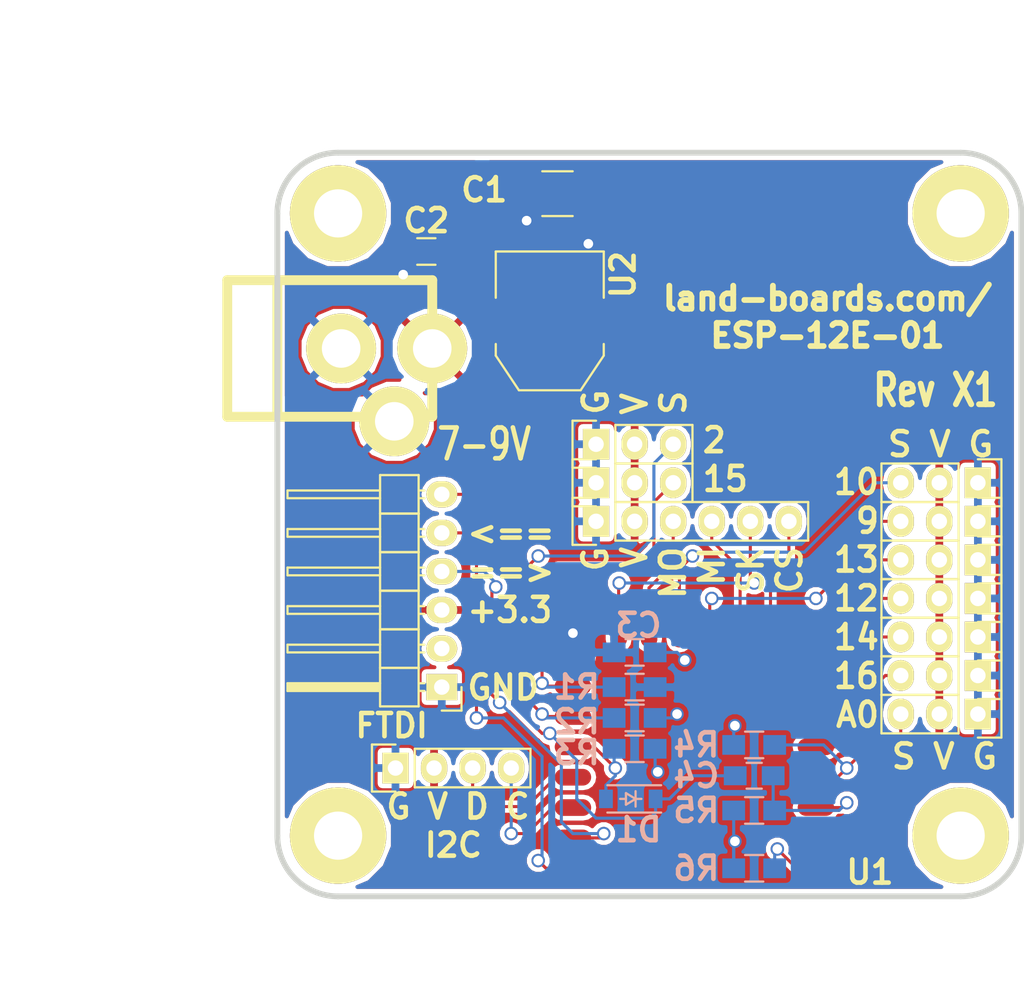
<source format=kicad_pcb>
(kicad_pcb (version 4) (host pcbnew 4.0.1-stable)

  (general
    (links 69)
    (no_connects 0)
    (area -8.382001 0.494801 62.7072 65.880201)
    (thickness 1.6002)
    (drawings 25)
    (tracks 184)
    (zones 0)
    (modules 30)
    (nets 25)
  )

  (page A)
  (title_block
    (date "28 mar 2015")
    (rev X1)
  )

  (layers
    (0 Front signal)
    (31 Back signal)
    (36 B.SilkS user)
    (37 F.SilkS user)
    (38 B.Mask user)
    (39 F.Mask user)
    (40 Dwgs.User user)
    (44 Edge.Cuts user)
  )

  (setup
    (last_trace_width 0.2032)
    (user_trace_width 0.254)
    (user_trace_width 0.635)
    (trace_clearance 0.254)
    (zone_clearance 0.3048)
    (zone_45_only no)
    (trace_min 0.2032)
    (segment_width 0.381)
    (edge_width 0.381)
    (via_size 0.889)
    (via_drill 0.635)
    (via_min_size 0.889)
    (via_min_drill 0.508)
    (uvia_size 0.508)
    (uvia_drill 0.127)
    (uvias_allowed no)
    (uvia_min_size 0.508)
    (uvia_min_drill 0.127)
    (pcb_text_width 0.3048)
    (pcb_text_size 1.524 2.032)
    (mod_edge_width 0.381)
    (mod_text_size 1.524 1.524)
    (mod_text_width 0.3048)
    (pad_size 6.35 6.35)
    (pad_drill 3.175)
    (pad_to_mask_clearance 0.1524)
    (aux_axis_origin 0 0)
    (visible_elements 7FFFFF7F)
    (pcbplotparams
      (layerselection 0x010f0_80000001)
      (usegerberextensions false)
      (excludeedgelayer true)
      (linewidth 0.150000)
      (plotframeref false)
      (viasonmask false)
      (mode 1)
      (useauxorigin false)
      (hpglpennumber 1)
      (hpglpenspeed 20)
      (hpglpendiameter 15)
      (hpglpenoverlay 0)
      (psnegative false)
      (psa4output false)
      (plotreference true)
      (plotvalue false)
      (plotinvisibletext false)
      (padsonsilk false)
      (subtractmaskfromsilk false)
      (outputformat 1)
      (mirror false)
      (drillshape 0)
      (scaleselection 1)
      (outputdirectory plots/))
  )

  (net 0 "")
  (net 1 GND)
  (net 2 +3V3)
  (net 3 +9V)
  (net 4 /ESPTXD)
  (net 5 /ESPRXD)
  (net 6 /ADC)
  (net 7 /GPIO16)
  (net 8 /GPIO14)
  (net 9 /GPIO12)
  (net 10 /GPIO13)
  (net 11 /GPIO9)
  (net 12 /GPIO10)
  (net 13 /GPIO15)
  (net 14 /GPIO2)
  (net 15 /GPIO4)
  (net 16 /GPIO5)
  (net 17 /MOSI)
  (net 18 /CS0)
  (net 19 /MISO)
  (net 20 /SCLK)
  (net 21 /GPIO0)
  (net 22 /CH_PD)
  (net 23 "Net-(R6-Pad1)")
  (net 24 "Net-(C4-Pad2)")

  (net_class Default "This is the default net class."
    (clearance 0.254)
    (trace_width 0.2032)
    (via_dia 0.889)
    (via_drill 0.635)
    (uvia_dia 0.508)
    (uvia_drill 0.127)
    (add_net +3V3)
    (add_net +9V)
    (add_net /ADC)
    (add_net /CH_PD)
    (add_net /CS0)
    (add_net /ESPRXD)
    (add_net /ESPTXD)
    (add_net /GPIO0)
    (add_net /GPIO10)
    (add_net /GPIO12)
    (add_net /GPIO13)
    (add_net /GPIO14)
    (add_net /GPIO15)
    (add_net /GPIO16)
    (add_net /GPIO2)
    (add_net /GPIO4)
    (add_net /GPIO5)
    (add_net /GPIO9)
    (add_net /MISO)
    (add_net /MOSI)
    (add_net /SCLK)
    (add_net GND)
    (add_net "Net-(C4-Pad2)")
    (add_net "Net-(R6-Pad1)")
  )

  (net_class POWER ""
    (clearance 0.254)
    (trace_width 0.635)
    (via_dia 0.889)
    (via_drill 0.635)
    (uvia_dia 0.508)
    (uvia_drill 0.127)
  )

  (module ESP8266:ESP-12E (layer Front) (tedit 57816092) (tstamp 57812817)
    (at 45.466 57.15 180)
    (descr "Module, ESP-8266, ESP-12, 16 pad, SMD")
    (tags "Module ESP-8266 ESP8266")
    (path /5781A71F)
    (fp_text reference U1 (at -3.556 -0.254 180) (layer F.SilkS)
      (effects (font (thickness 0.3048)))
    )
    (fp_text value ESP-12E-sides (at 8 1 180) (layer F.Fab) hide
      (effects (font (size 1 1) (thickness 0.15)))
    )
    (fp_line (start 16 -8.4) (end 0 -2.6) (layer F.CrtYd) (width 0.1524))
    (fp_line (start 0 -8.4) (end 16 -2.6) (layer F.CrtYd) (width 0.1524))
    (fp_text user "No Copper" (at 7.9 -5.4 180) (layer F.CrtYd)
      (effects (font (size 1 1) (thickness 0.15)))
    )
    (fp_line (start 0 -8.4) (end 0 -2.6) (layer F.CrtYd) (width 0.1524))
    (fp_line (start 0 -2.6) (end 16 -2.6) (layer F.CrtYd) (width 0.1524))
    (fp_line (start 16 -2.6) (end 16 -8.4) (layer F.CrtYd) (width 0.1524))
    (fp_line (start 16 -8.4) (end 0 -8.4) (layer F.CrtYd) (width 0.1524))
    (fp_line (start 16 -8.4) (end 16 15.6) (layer F.Fab) (width 0.1524))
    (fp_line (start 16 15.6) (end 0 15.6) (layer F.Fab) (width 0.1524))
    (fp_line (start 0 15.6) (end 0 -8.4) (layer F.Fab) (width 0.1524))
    (fp_line (start 0 -8.4) (end 16 -8.4) (layer F.Fab) (width 0.1524))
    (pad 9 smd oval (at 2.99 15.75 270) (size 2.4 1.1) (layers Front F.Mask)
      (net 18 /CS0))
    (pad 10 smd oval (at 4.99 15.75 270) (size 2.4 1.1) (layers Front F.Mask)
      (net 19 /MISO))
    (pad 11 smd oval (at 6.99 15.75 270) (size 2.4 1.1) (layers Front F.Mask)
      (net 11 /GPIO9))
    (pad 12 smd oval (at 8.99 15.75 270) (size 2.4 1.1) (layers Front F.Mask)
      (net 12 /GPIO10))
    (pad 13 smd oval (at 10.99 15.75 270) (size 2.4 1.1) (layers Front F.Mask)
      (net 17 /MOSI))
    (pad 14 smd oval (at 12.99 15.75 270) (size 2.4 1.1) (layers Front F.Mask)
      (net 20 /SCLK))
    (pad 1 smd rect (at 0 0 180) (size 2.4 1.1) (layers Front F.Mask)
      (net 23 "Net-(R6-Pad1)"))
    (pad 2 smd oval (at 0 2 180) (size 2.4 1.1) (layers Front F.Mask)
      (net 6 /ADC))
    (pad 3 smd oval (at 0 4 180) (size 2.4 1.1) (layers Front F.Mask)
      (net 22 /CH_PD))
    (pad 4 smd oval (at 0 6 180) (size 2.4 1.1) (layers Front F.Mask)
      (net 7 /GPIO16))
    (pad 5 smd oval (at 0 8 180) (size 2.4 1.1) (layers Front F.Mask)
      (net 8 /GPIO14))
    (pad 6 smd oval (at 0 10 180) (size 2.4 1.1) (layers Front F.Mask)
      (net 9 /GPIO12))
    (pad 7 smd oval (at 0 12 180) (size 2.4 1.1) (layers Front F.Mask)
      (net 10 /GPIO13))
    (pad 8 smd oval (at 0 14 180) (size 2.4 1.1) (layers Front F.Mask)
      (net 2 +3V3))
    (pad 15 smd oval (at 16 14 180) (size 2.4 1.1) (layers Front F.Mask)
      (net 1 GND))
    (pad 16 smd oval (at 16 12 180) (size 2.4 1.1) (layers Front F.Mask)
      (net 13 /GPIO15))
    (pad 17 smd oval (at 16 10 180) (size 2.4 1.1) (layers Front F.Mask)
      (net 14 /GPIO2))
    (pad 18 smd oval (at 16 8 180) (size 2.4 1.1) (layers Front F.Mask)
      (net 21 /GPIO0))
    (pad 19 smd oval (at 16 6 180) (size 2.4 1.1) (layers Front F.Mask)
      (net 15 /GPIO4))
    (pad 20 smd oval (at 16 4 180) (size 2.4 1.1) (layers Front F.Mask)
      (net 16 /GPIO5))
    (pad 21 smd oval (at 16 2 180) (size 2.4 1.1) (layers Front F.Mask)
      (net 5 /ESPRXD))
    (pad 22 smd oval (at 16 0 180) (size 2.4 1.1) (layers Front F.Mask)
      (net 4 /ESPTXD))
    (model ${ESPLIB}/ESP8266.3dshapes/ESP-12.wrl
      (at (xyz 0.04 0 0))
      (scale (xyz 0.3937 0.3937 0.3937))
      (rotate (xyz 0 0 0))
    )
  )

  (module MTG-4-40 locked (layer Front) (tedit 50F036E3) (tstamp 51AF63A5)
    (at 14 55)
    (path /5030F2C2)
    (fp_text reference MTG3 (at -6.858 -0.635) (layer F.SilkS) hide
      (effects (font (thickness 0.3048)))
    )
    (fp_text value CONN_1 (at 0 -5.08) (layer F.SilkS) hide
      (effects (font (thickness 0.3048)))
    )
    (pad 1 thru_hole circle (at 0 0) (size 6.35 6.35) (drill 3.175) (layers *.Cu *.Mask F.SilkS))
  )

  (module MTG-4-40 locked (layer Front) (tedit 50F036E3) (tstamp 51AF63AA)
    (at 55 55)
    (path /5030F2C1)
    (fp_text reference MTG4 (at -6.858 -0.635) (layer F.SilkS) hide
      (effects (font (thickness 0.3048)))
    )
    (fp_text value CONN_1 (at 0 -5.08) (layer F.SilkS) hide
      (effects (font (thickness 0.3048)))
    )
    (pad 1 thru_hole circle (at 0 0) (size 6.35 6.35) (drill 3.175) (layers *.Cu *.Mask F.SilkS))
  )

  (module MTG-4-40 locked (layer Front) (tedit 50F036E3) (tstamp 51AF63AF)
    (at 55 14)
    (path /5030F2BD)
    (fp_text reference MTG2 (at -6.858 -0.635) (layer F.SilkS) hide
      (effects (font (thickness 0.3048)))
    )
    (fp_text value CONN_1 (at 0 -5.08) (layer F.SilkS) hide
      (effects (font (thickness 0.3048)))
    )
    (pad 1 thru_hole circle (at 0 0) (size 6.35 6.35) (drill 3.175) (layers *.Cu *.Mask F.SilkS))
  )

  (module MTG-4-40 locked (layer Front) (tedit 50F036E3) (tstamp 51AF63B4)
    (at 14 14)
    (path /5030F2A7)
    (fp_text reference MTG1 (at -6.858 -0.635) (layer F.SilkS) hide
      (effects (font (thickness 0.3048)))
    )
    (fp_text value CONN_1 (at 0 -5.08) (layer F.SilkS) hide
      (effects (font (thickness 0.3048)))
    )
    (pad 1 thru_hole circle (at 0 0) (size 6.35 6.35) (drill 3.175) (layers *.Cu *.Mask F.SilkS))
  )

  (module Resistors_SMD:R_0805_HandSoldering (layer Back) (tedit 57816043) (tstamp 55AA74B7)
    (at 33.528 42.926 180)
    (descr "Resistor SMD 0805, hand soldering")
    (tags "resistor 0805")
    (path /5030E7F2)
    (attr smd)
    (fp_text reference C3 (at -0.254 1.778 180) (layer B.SilkS)
      (effects (font (thickness 0.3048)) (justify mirror))
    )
    (fp_text value 0.1uF (at 0 -2.1 180) (layer B.SilkS) hide
      (effects (font (size 1 1) (thickness 0.15)) (justify mirror))
    )
    (fp_line (start -2.4 1) (end 2.4 1) (layer B.CrtYd) (width 0.05))
    (fp_line (start -2.4 -1) (end 2.4 -1) (layer B.CrtYd) (width 0.05))
    (fp_line (start -2.4 1) (end -2.4 -1) (layer B.CrtYd) (width 0.05))
    (fp_line (start 2.4 1) (end 2.4 -1) (layer B.CrtYd) (width 0.05))
    (fp_line (start 0.6 -0.875) (end -0.6 -0.875) (layer B.SilkS) (width 0.15))
    (fp_line (start -0.6 0.875) (end 0.6 0.875) (layer B.SilkS) (width 0.15))
    (pad 1 smd rect (at -1.35 0 180) (size 1.5 1.3) (layers Back B.Mask)
      (net 2 +3V3))
    (pad 2 smd rect (at 1.35 0 180) (size 1.5 1.3) (layers Back B.Mask)
      (net 1 GND))
    (model Resistors_SMD.3dshapes/R_0805_HandSoldering.wrl
      (at (xyz 0 0 0))
      (scale (xyz 1 1 1))
      (rotate (xyz 0 0 0))
    )
  )

  (module SMD_Packages:SOT-223 (layer Front) (tedit 578160A9) (tstamp 55AA7515)
    (at 27.94 21.082 180)
    (descr "module CMS SOT223 4 pins")
    (tags "CMS SOT")
    (path /5030E794)
    (attr smd)
    (fp_text reference U2 (at -4.826 3.048 450) (layer F.SilkS)
      (effects (font (thickness 0.3048)))
    )
    (fp_text value AP1117-3.3V (at 0 0.762 180) (layer F.SilkS) hide
      (effects (font (size 1 1) (thickness 0.15)))
    )
    (fp_line (start -3.556 1.524) (end -3.556 4.572) (layer F.SilkS) (width 0.15))
    (fp_line (start -3.556 4.572) (end 3.556 4.572) (layer F.SilkS) (width 0.15))
    (fp_line (start 3.556 4.572) (end 3.556 1.524) (layer F.SilkS) (width 0.15))
    (fp_line (start -3.556 -1.524) (end -3.556 -2.286) (layer F.SilkS) (width 0.15))
    (fp_line (start -3.556 -2.286) (end -2.032 -4.572) (layer F.SilkS) (width 0.15))
    (fp_line (start -2.032 -4.572) (end 2.032 -4.572) (layer F.SilkS) (width 0.15))
    (fp_line (start 2.032 -4.572) (end 3.556 -2.286) (layer F.SilkS) (width 0.15))
    (fp_line (start 3.556 -2.286) (end 3.556 -1.524) (layer F.SilkS) (width 0.15))
    (pad 4 smd rect (at 0 -3.302 180) (size 3.6576 2.032) (layers Front F.Mask)
      (net 2 +3V3))
    (pad 2 smd rect (at 0 3.302 180) (size 1.016 2.032) (layers Front F.Mask)
      (net 2 +3V3))
    (pad 3 smd rect (at 2.286 3.302 180) (size 1.016 2.032) (layers Front F.Mask)
      (net 3 +9V))
    (pad 1 smd rect (at -2.286 3.302 180) (size 1.016 2.032) (layers Front F.Mask)
      (net 1 GND))
    (model SMD_Packages.3dshapes/SOT-223.wrl
      (at (xyz 0 0 0))
      (scale (xyz 0.4 0.4 0.4))
      (rotate (xyz 0 0 0))
    )
  )

  (module Resistors_SMD:R_0805_HandSoldering (layer Front) (tedit 57816031) (tstamp 55ABBFBA)
    (at 19.812 16.51 180)
    (descr "Resistor SMD 0805, hand soldering")
    (tags "resistor 0805")
    (path /55ABBC4E)
    (attr smd)
    (fp_text reference C2 (at 0 2.032 180) (layer F.SilkS)
      (effects (font (thickness 0.3048)))
    )
    (fp_text value 0.1uF (at 0 2.1 180) (layer F.SilkS) hide
      (effects (font (size 1 1) (thickness 0.15)))
    )
    (fp_line (start -2.4 -1) (end 2.4 -1) (layer F.CrtYd) (width 0.05))
    (fp_line (start -2.4 1) (end 2.4 1) (layer F.CrtYd) (width 0.05))
    (fp_line (start -2.4 -1) (end -2.4 1) (layer F.CrtYd) (width 0.05))
    (fp_line (start 2.4 -1) (end 2.4 1) (layer F.CrtYd) (width 0.05))
    (fp_line (start 0.6 0.875) (end -0.6 0.875) (layer F.SilkS) (width 0.15))
    (fp_line (start -0.6 -0.875) (end 0.6 -0.875) (layer F.SilkS) (width 0.15))
    (pad 1 smd rect (at -1.35 0 180) (size 1.5 1.3) (layers Front F.Mask)
      (net 3 +9V))
    (pad 2 smd rect (at 1.35 0 180) (size 1.5 1.3) (layers Front F.Mask)
      (net 1 GND))
    (model Resistors_SMD.3dshapes/R_0805_HandSoldering.wrl
      (at (xyz 0 0 0))
      (scale (xyz 1 1 1))
      (rotate (xyz 0 0 0))
    )
  )

  (module Resistors_SMD:R_1210_HandSoldering (layer Front) (tedit 57815FB2) (tstamp 55D88C69)
    (at 28.448 12.7 180)
    (descr "Resistor SMD 1210, hand soldering")
    (tags "resistor 1210")
    (path /5030E7EC)
    (attr smd)
    (fp_text reference C1 (at 4.826 0.254 180) (layer F.SilkS)
      (effects (font (thickness 0.3048)))
    )
    (fp_text value 22uF (at 0 2.7 180) (layer B.SilkS) hide
      (effects (font (size 1 1) (thickness 0.15)) (justify mirror))
    )
    (fp_line (start -3.3 -1.6) (end 3.3 -1.6) (layer F.CrtYd) (width 0.05))
    (fp_line (start -3.3 1.6) (end 3.3 1.6) (layer F.CrtYd) (width 0.05))
    (fp_line (start -3.3 -1.6) (end -3.3 1.6) (layer F.CrtYd) (width 0.05))
    (fp_line (start 3.3 -1.6) (end 3.3 1.6) (layer F.CrtYd) (width 0.05))
    (fp_line (start 1 1.475) (end -1 1.475) (layer F.SilkS) (width 0.15))
    (fp_line (start -1 -1.475) (end 1 -1.475) (layer F.SilkS) (width 0.15))
    (pad 1 smd rect (at -2 0 180) (size 2 2.5) (layers Front F.Mask)
      (net 2 +3V3))
    (pad 2 smd rect (at 2 0 180) (size 2 2.5) (layers Front F.Mask)
      (net 1 GND))
    (model Resistors_SMD.3dshapes/R_1210_HandSoldering.wrl
      (at (xyz 0 0 0))
      (scale (xyz 1 1 1))
      (rotate (xyz 0 0 0))
    )
  )

  (module Resistors_SMD:R_0805_HandSoldering (layer Back) (tedit 578161B6) (tstamp 55E1FEE6)
    (at 33.528 49.276)
    (descr "Resistor SMD 0805, hand soldering")
    (tags "resistor 0805")
    (path /55E1FDE2)
    (attr smd)
    (fp_text reference R3 (at -3.81 0.254) (layer B.SilkS)
      (effects (font (thickness 0.3048)) (justify mirror))
    )
    (fp_text value 10K (at 0 -2.1) (layer F.SilkS) hide
      (effects (font (size 1 1) (thickness 0.15)))
    )
    (fp_line (start -2.4 1) (end 2.4 1) (layer B.CrtYd) (width 0.05))
    (fp_line (start -2.4 -1) (end 2.4 -1) (layer B.CrtYd) (width 0.05))
    (fp_line (start -2.4 1) (end -2.4 -1) (layer B.CrtYd) (width 0.05))
    (fp_line (start 2.4 1) (end 2.4 -1) (layer B.CrtYd) (width 0.05))
    (fp_line (start 0.6 -0.875) (end -0.6 -0.875) (layer B.SilkS) (width 0.15))
    (fp_line (start -0.6 0.875) (end 0.6 0.875) (layer B.SilkS) (width 0.15))
    (pad 1 smd rect (at -1.35 0) (size 1.5 1.3) (layers Back B.Mask)
      (net 21 /GPIO0))
    (pad 2 smd rect (at 1.35 0) (size 1.5 1.3) (layers Back B.Mask)
      (net 2 +3V3))
    (model Resistors_SMD.3dshapes/R_0805_HandSoldering.wrl
      (at (xyz 0 0 0))
      (scale (xyz 1 1 1))
      (rotate (xyz 0 0 0))
    )
  )

  (module Resistors_SMD:R_0805_HandSoldering (layer Back) (tedit 57816140) (tstamp 55E1FEF2)
    (at 41.402 53.34 180)
    (descr "Resistor SMD 0805, hand soldering")
    (tags "resistor 0805")
    (path /55E22269)
    (attr smd)
    (fp_text reference R5 (at 3.81 0 180) (layer B.SilkS)
      (effects (font (thickness 0.3048)) (justify mirror))
    )
    (fp_text value 3.3K (at 0 -2.1 180) (layer F.SilkS) hide
      (effects (font (size 1 1) (thickness 0.15)))
    )
    (fp_line (start -2.4 1) (end 2.4 1) (layer B.CrtYd) (width 0.05))
    (fp_line (start -2.4 -1) (end 2.4 -1) (layer B.CrtYd) (width 0.05))
    (fp_line (start -2.4 1) (end -2.4 -1) (layer B.CrtYd) (width 0.05))
    (fp_line (start 2.4 1) (end 2.4 -1) (layer B.CrtYd) (width 0.05))
    (fp_line (start 0.6 -0.875) (end -0.6 -0.875) (layer B.SilkS) (width 0.15))
    (fp_line (start -0.6 0.875) (end 0.6 0.875) (layer B.SilkS) (width 0.15))
    (pad 1 smd rect (at -1.35 0 180) (size 1.5 1.3) (layers Back B.Mask)
      (net 22 /CH_PD))
    (pad 2 smd rect (at 1.35 0 180) (size 1.5 1.3) (layers Back B.Mask)
      (net 2 +3V3))
    (model Resistors_SMD.3dshapes/R_0805_HandSoldering.wrl
      (at (xyz 0 0 0))
      (scale (xyz 1 1 1))
      (rotate (xyz 0 0 0))
    )
  )

  (module Pin_Headers:Pin_Header_Angled_1x06 (layer Front) (tedit 57815EE3) (tstamp 55E20065)
    (at 20.828 45.212 180)
    (descr "Through hole pin header")
    (tags "pin header")
    (path /55E20F5F)
    (fp_text reference P1 (at 0 -2.9845 180) (layer F.SilkS) hide
      (effects (font (thickness 0.3048)))
    )
    (fp_text value FTDI-3.3V (at 1.143 -2.6035 180) (layer F.SilkS) hide
      (effects (font (size 1 1) (thickness 0.15)))
    )
    (fp_line (start -1.5 -1.75) (end -1.5 14.45) (layer F.CrtYd) (width 0.05))
    (fp_line (start 10.65 -1.75) (end 10.65 14.45) (layer F.CrtYd) (width 0.05))
    (fp_line (start -1.5 -1.75) (end 10.65 -1.75) (layer F.CrtYd) (width 0.05))
    (fp_line (start -1.5 14.45) (end 10.65 14.45) (layer F.CrtYd) (width 0.05))
    (fp_line (start -1.3 -1.55) (end -1.3 0) (layer F.SilkS) (width 0.15))
    (fp_line (start 0 -1.55) (end -1.3 -1.55) (layer F.SilkS) (width 0.15))
    (fp_line (start 4.191 -0.127) (end 10.033 -0.127) (layer F.SilkS) (width 0.15))
    (fp_line (start 10.033 -0.127) (end 10.033 0.127) (layer F.SilkS) (width 0.15))
    (fp_line (start 10.033 0.127) (end 4.191 0.127) (layer F.SilkS) (width 0.15))
    (fp_line (start 4.191 0.127) (end 4.191 0) (layer F.SilkS) (width 0.15))
    (fp_line (start 4.191 0) (end 10.033 0) (layer F.SilkS) (width 0.15))
    (fp_line (start 1.524 -0.254) (end 1.143 -0.254) (layer F.SilkS) (width 0.15))
    (fp_line (start 1.524 0.254) (end 1.143 0.254) (layer F.SilkS) (width 0.15))
    (fp_line (start 1.524 2.286) (end 1.143 2.286) (layer F.SilkS) (width 0.15))
    (fp_line (start 1.524 2.794) (end 1.143 2.794) (layer F.SilkS) (width 0.15))
    (fp_line (start 1.524 4.826) (end 1.143 4.826) (layer F.SilkS) (width 0.15))
    (fp_line (start 1.524 5.334) (end 1.143 5.334) (layer F.SilkS) (width 0.15))
    (fp_line (start 1.524 12.954) (end 1.143 12.954) (layer F.SilkS) (width 0.15))
    (fp_line (start 1.524 12.446) (end 1.143 12.446) (layer F.SilkS) (width 0.15))
    (fp_line (start 1.524 10.414) (end 1.143 10.414) (layer F.SilkS) (width 0.15))
    (fp_line (start 1.524 9.906) (end 1.143 9.906) (layer F.SilkS) (width 0.15))
    (fp_line (start 1.524 7.874) (end 1.143 7.874) (layer F.SilkS) (width 0.15))
    (fp_line (start 1.524 7.366) (end 1.143 7.366) (layer F.SilkS) (width 0.15))
    (fp_line (start 1.524 -1.27) (end 4.064 -1.27) (layer F.SilkS) (width 0.15))
    (fp_line (start 1.524 1.27) (end 4.064 1.27) (layer F.SilkS) (width 0.15))
    (fp_line (start 1.524 1.27) (end 1.524 3.81) (layer F.SilkS) (width 0.15))
    (fp_line (start 1.524 3.81) (end 4.064 3.81) (layer F.SilkS) (width 0.15))
    (fp_line (start 4.064 2.286) (end 10.16 2.286) (layer F.SilkS) (width 0.15))
    (fp_line (start 10.16 2.286) (end 10.16 2.794) (layer F.SilkS) (width 0.15))
    (fp_line (start 10.16 2.794) (end 4.064 2.794) (layer F.SilkS) (width 0.15))
    (fp_line (start 4.064 3.81) (end 4.064 1.27) (layer F.SilkS) (width 0.15))
    (fp_line (start 4.064 1.27) (end 4.064 -1.27) (layer F.SilkS) (width 0.15))
    (fp_line (start 10.16 0.254) (end 4.064 0.254) (layer F.SilkS) (width 0.15))
    (fp_line (start 10.16 -0.254) (end 10.16 0.254) (layer F.SilkS) (width 0.15))
    (fp_line (start 4.064 -0.254) (end 10.16 -0.254) (layer F.SilkS) (width 0.15))
    (fp_line (start 1.524 1.27) (end 4.064 1.27) (layer F.SilkS) (width 0.15))
    (fp_line (start 1.524 -1.27) (end 1.524 1.27) (layer F.SilkS) (width 0.15))
    (fp_line (start 1.524 8.89) (end 4.064 8.89) (layer F.SilkS) (width 0.15))
    (fp_line (start 1.524 8.89) (end 1.524 11.43) (layer F.SilkS) (width 0.15))
    (fp_line (start 1.524 11.43) (end 4.064 11.43) (layer F.SilkS) (width 0.15))
    (fp_line (start 4.064 9.906) (end 10.16 9.906) (layer F.SilkS) (width 0.15))
    (fp_line (start 10.16 9.906) (end 10.16 10.414) (layer F.SilkS) (width 0.15))
    (fp_line (start 10.16 10.414) (end 4.064 10.414) (layer F.SilkS) (width 0.15))
    (fp_line (start 4.064 11.43) (end 4.064 8.89) (layer F.SilkS) (width 0.15))
    (fp_line (start 4.064 13.97) (end 4.064 11.43) (layer F.SilkS) (width 0.15))
    (fp_line (start 10.16 12.954) (end 4.064 12.954) (layer F.SilkS) (width 0.15))
    (fp_line (start 10.16 12.446) (end 10.16 12.954) (layer F.SilkS) (width 0.15))
    (fp_line (start 4.064 12.446) (end 10.16 12.446) (layer F.SilkS) (width 0.15))
    (fp_line (start 1.524 13.97) (end 4.064 13.97) (layer F.SilkS) (width 0.15))
    (fp_line (start 1.524 11.43) (end 1.524 13.97) (layer F.SilkS) (width 0.15))
    (fp_line (start 1.524 11.43) (end 4.064 11.43) (layer F.SilkS) (width 0.15))
    (fp_line (start 1.524 6.35) (end 4.064 6.35) (layer F.SilkS) (width 0.15))
    (fp_line (start 1.524 6.35) (end 1.524 8.89) (layer F.SilkS) (width 0.15))
    (fp_line (start 1.524 8.89) (end 4.064 8.89) (layer F.SilkS) (width 0.15))
    (fp_line (start 4.064 7.366) (end 10.16 7.366) (layer F.SilkS) (width 0.15))
    (fp_line (start 10.16 7.366) (end 10.16 7.874) (layer F.SilkS) (width 0.15))
    (fp_line (start 10.16 7.874) (end 4.064 7.874) (layer F.SilkS) (width 0.15))
    (fp_line (start 4.064 8.89) (end 4.064 6.35) (layer F.SilkS) (width 0.15))
    (fp_line (start 4.064 6.35) (end 4.064 3.81) (layer F.SilkS) (width 0.15))
    (fp_line (start 10.16 5.334) (end 4.064 5.334) (layer F.SilkS) (width 0.15))
    (fp_line (start 10.16 4.826) (end 10.16 5.334) (layer F.SilkS) (width 0.15))
    (fp_line (start 4.064 4.826) (end 10.16 4.826) (layer F.SilkS) (width 0.15))
    (fp_line (start 1.524 6.35) (end 4.064 6.35) (layer F.SilkS) (width 0.15))
    (fp_line (start 1.524 3.81) (end 1.524 6.35) (layer F.SilkS) (width 0.15))
    (fp_line (start 1.524 3.81) (end 4.064 3.81) (layer F.SilkS) (width 0.15))
    (pad 1 thru_hole rect (at 0 0 180) (size 2.032 1.7272) (drill 1.016) (layers *.Cu *.Mask F.SilkS)
      (net 1 GND))
    (pad 2 thru_hole oval (at 0 2.54 180) (size 2.032 1.7272) (drill 1.016) (layers *.Cu *.Mask F.SilkS))
    (pad 3 thru_hole oval (at 0 5.08 180) (size 2.032 1.7272) (drill 1.016) (layers *.Cu *.Mask F.SilkS)
      (net 2 +3V3))
    (pad 4 thru_hole oval (at 0 7.62 180) (size 2.032 1.7272) (drill 1.016) (layers *.Cu *.Mask F.SilkS)
      (net 5 /ESPRXD))
    (pad 5 thru_hole oval (at 0 10.16 180) (size 2.032 1.7272) (drill 1.016) (layers *.Cu *.Mask F.SilkS)
      (net 4 /ESPTXD))
    (pad 6 thru_hole oval (at 0 12.7 180) (size 2.032 1.7272) (drill 1.016) (layers *.Cu *.Mask F.SilkS)
      (net 24 "Net-(C4-Pad2)"))
    (model Pin_Headers.3dshapes/Pin_Header_Angled_1x06.wrl
      (at (xyz 0 -0.25 0))
      (scale (xyz 1 1 1))
      (rotate (xyz 0 0 90))
    )
  )

  (module DougsNewMods:DCJ-NEW (layer Front) (tedit 55E23CE5) (tstamp 5628153C)
    (at 14.2 22.9)
    (descr "DC Pwr, 2.1mm Jack")
    (tags "DC Power jack, 2.1mm")
    (path /55ABBEC2)
    (fp_text reference J1 (at -0.0508 -6.05028) (layer F.SilkS) hide
      (effects (font (thickness 0.3048)))
    )
    (fp_text value DCJ0202 (at -6 0 90) (layer F.SilkS) hide
      (effects (font (size 1.016 1.016) (thickness 0.254)))
    )
    (fp_line (start -4.2 4.5) (end -4.2 -4.5) (layer F.SilkS) (width 0.65))
    (fp_line (start -7.5 -4.5) (end -7.5 4.5) (layer F.SilkS) (width 0.65))
    (fp_line (start -7.5 -4.5) (end 6 -4.5) (layer F.SilkS) (width 0.65))
    (fp_line (start 6 -4.5) (end 6 4.5) (layer F.SilkS) (width 0.65))
    (fp_line (start -7.5 4.5) (end 6 4.5) (layer F.SilkS) (width 0.65))
    (pad 2 thru_hole circle (at 0 0) (size 4.6 4.6) (drill 2.54) (layers *.Cu *.Mask F.SilkS)
      (net 1 GND))
    (pad 1 thru_hole circle (at 6 0) (size 4.6 4.6) (drill 2.54) (layers *.Cu *.Mask F.SilkS)
      (net 3 +9V))
    (pad 3 thru_hole circle (at 3.5 4.8) (size 4.6 4.6) (drill 2.54) (layers *.Cu *.Mask F.SilkS)
      (net 1 GND))
    (model connectors/POWER_21.wrl
      (at (xyz 0 0 0))
      (scale (xyz 0.8 0.8 0.8))
      (rotate (xyz 0 0 0))
    )
  )

  (module Pin_Headers:Pin_Header_Straight_1x03 (layer Front) (tedit 57815EA5) (tstamp 57813E1E)
    (at 56.134 46.99 270)
    (descr "Through hole pin header")
    (tags "pin header")
    (path /5781C33F)
    (fp_text reference P2 (at 0 -5.1 270) (layer F.SilkS) hide
      (effects (font (thickness 0.3048)))
    )
    (fp_text value CONN_01X03 (at 0 -3.1 270) (layer F.Fab) hide
      (effects (font (size 1 1) (thickness 0.15)))
    )
    (fp_line (start -1.75 -1.75) (end -1.75 6.85) (layer F.CrtYd) (width 0.05))
    (fp_line (start 1.75 -1.75) (end 1.75 6.85) (layer F.CrtYd) (width 0.05))
    (fp_line (start -1.75 -1.75) (end 1.75 -1.75) (layer F.CrtYd) (width 0.05))
    (fp_line (start -1.75 6.85) (end 1.75 6.85) (layer F.CrtYd) (width 0.05))
    (fp_line (start -1.27 1.27) (end -1.27 6.35) (layer F.SilkS) (width 0.15))
    (fp_line (start -1.27 6.35) (end 1.27 6.35) (layer F.SilkS) (width 0.15))
    (fp_line (start 1.27 6.35) (end 1.27 1.27) (layer F.SilkS) (width 0.15))
    (fp_line (start 1.55 -1.55) (end 1.55 0) (layer F.SilkS) (width 0.15))
    (fp_line (start 1.27 1.27) (end -1.27 1.27) (layer F.SilkS) (width 0.15))
    (fp_line (start -1.55 0) (end -1.55 -1.55) (layer F.SilkS) (width 0.15))
    (fp_line (start -1.55 -1.55) (end 1.55 -1.55) (layer F.SilkS) (width 0.15))
    (pad 1 thru_hole rect (at 0 0 270) (size 2.032 1.7272) (drill 1.016) (layers *.Cu *.Mask F.SilkS)
      (net 1 GND))
    (pad 2 thru_hole oval (at 0 2.54 270) (size 2.032 1.7272) (drill 1.016) (layers *.Cu *.Mask F.SilkS)
      (net 2 +3V3))
    (pad 3 thru_hole oval (at 0 5.08 270) (size 2.032 1.7272) (drill 1.016) (layers *.Cu *.Mask F.SilkS)
      (net 6 /ADC))
    (model Pin_Headers.3dshapes/Pin_Header_Straight_1x03.wrl
      (at (xyz 0 -0.1 0))
      (scale (xyz 1 1 1))
      (rotate (xyz 0 0 90))
    )
  )

  (module Pin_Headers:Pin_Header_Straight_1x03 (layer Front) (tedit 57815EB2) (tstamp 57813E30)
    (at 56.134 44.45 270)
    (descr "Through hole pin header")
    (tags "pin header")
    (path /5782BAA1)
    (fp_text reference P3 (at 0 -5.1 270) (layer F.SilkS) hide
      (effects (font (thickness 0.3048)))
    )
    (fp_text value CONN_01X03 (at 0 -3.1 270) (layer F.Fab) hide
      (effects (font (size 1 1) (thickness 0.15)))
    )
    (fp_line (start -1.75 -1.75) (end -1.75 6.85) (layer F.CrtYd) (width 0.05))
    (fp_line (start 1.75 -1.75) (end 1.75 6.85) (layer F.CrtYd) (width 0.05))
    (fp_line (start -1.75 -1.75) (end 1.75 -1.75) (layer F.CrtYd) (width 0.05))
    (fp_line (start -1.75 6.85) (end 1.75 6.85) (layer F.CrtYd) (width 0.05))
    (fp_line (start -1.27 1.27) (end -1.27 6.35) (layer F.SilkS) (width 0.15))
    (fp_line (start -1.27 6.35) (end 1.27 6.35) (layer F.SilkS) (width 0.15))
    (fp_line (start 1.27 6.35) (end 1.27 1.27) (layer F.SilkS) (width 0.15))
    (fp_line (start 1.55 -1.55) (end 1.55 0) (layer F.SilkS) (width 0.15))
    (fp_line (start 1.27 1.27) (end -1.27 1.27) (layer F.SilkS) (width 0.15))
    (fp_line (start -1.55 0) (end -1.55 -1.55) (layer F.SilkS) (width 0.15))
    (fp_line (start -1.55 -1.55) (end 1.55 -1.55) (layer F.SilkS) (width 0.15))
    (pad 1 thru_hole rect (at 0 0 270) (size 2.032 1.7272) (drill 1.016) (layers *.Cu *.Mask F.SilkS)
      (net 1 GND))
    (pad 2 thru_hole oval (at 0 2.54 270) (size 2.032 1.7272) (drill 1.016) (layers *.Cu *.Mask F.SilkS)
      (net 2 +3V3))
    (pad 3 thru_hole oval (at 0 5.08 270) (size 2.032 1.7272) (drill 1.016) (layers *.Cu *.Mask F.SilkS)
      (net 7 /GPIO16))
    (model Pin_Headers.3dshapes/Pin_Header_Straight_1x03.wrl
      (at (xyz 0 -0.1 0))
      (scale (xyz 1 1 1))
      (rotate (xyz 0 0 90))
    )
  )

  (module Pin_Headers:Pin_Header_Straight_1x03 (layer Front) (tedit 57815EC0) (tstamp 57813E42)
    (at 56.134 41.91 270)
    (descr "Through hole pin header")
    (tags "pin header")
    (path /5782BB29)
    (fp_text reference P4 (at 0 -5.1 270) (layer F.SilkS) hide
      (effects (font (thickness 0.3048)))
    )
    (fp_text value CONN_01X03 (at 0 -3.1 270) (layer F.Fab) hide
      (effects (font (size 1 1) (thickness 0.15)))
    )
    (fp_line (start -1.75 -1.75) (end -1.75 6.85) (layer F.CrtYd) (width 0.05))
    (fp_line (start 1.75 -1.75) (end 1.75 6.85) (layer F.CrtYd) (width 0.05))
    (fp_line (start -1.75 -1.75) (end 1.75 -1.75) (layer F.CrtYd) (width 0.05))
    (fp_line (start -1.75 6.85) (end 1.75 6.85) (layer F.CrtYd) (width 0.05))
    (fp_line (start -1.27 1.27) (end -1.27 6.35) (layer F.SilkS) (width 0.15))
    (fp_line (start -1.27 6.35) (end 1.27 6.35) (layer F.SilkS) (width 0.15))
    (fp_line (start 1.27 6.35) (end 1.27 1.27) (layer F.SilkS) (width 0.15))
    (fp_line (start 1.55 -1.55) (end 1.55 0) (layer F.SilkS) (width 0.15))
    (fp_line (start 1.27 1.27) (end -1.27 1.27) (layer F.SilkS) (width 0.15))
    (fp_line (start -1.55 0) (end -1.55 -1.55) (layer F.SilkS) (width 0.15))
    (fp_line (start -1.55 -1.55) (end 1.55 -1.55) (layer F.SilkS) (width 0.15))
    (pad 1 thru_hole rect (at 0 0 270) (size 2.032 1.7272) (drill 1.016) (layers *.Cu *.Mask F.SilkS)
      (net 1 GND))
    (pad 2 thru_hole oval (at 0 2.54 270) (size 2.032 1.7272) (drill 1.016) (layers *.Cu *.Mask F.SilkS)
      (net 2 +3V3))
    (pad 3 thru_hole oval (at 0 5.08 270) (size 2.032 1.7272) (drill 1.016) (layers *.Cu *.Mask F.SilkS)
      (net 8 /GPIO14))
    (model Pin_Headers.3dshapes/Pin_Header_Straight_1x03.wrl
      (at (xyz 0 -0.1 0))
      (scale (xyz 1 1 1))
      (rotate (xyz 0 0 90))
    )
  )

  (module Pin_Headers:Pin_Header_Straight_1x03 (layer Front) (tedit 57815EB9) (tstamp 57813E54)
    (at 56.134 39.37 270)
    (descr "Through hole pin header")
    (tags "pin header")
    (path /5782BB2F)
    (fp_text reference P5 (at 0 -5.1 270) (layer F.SilkS) hide
      (effects (font (thickness 0.3048)))
    )
    (fp_text value CONN_01X03 (at 0 -3.1 270) (layer F.Fab) hide
      (effects (font (size 1 1) (thickness 0.15)))
    )
    (fp_line (start -1.75 -1.75) (end -1.75 6.85) (layer F.CrtYd) (width 0.05))
    (fp_line (start 1.75 -1.75) (end 1.75 6.85) (layer F.CrtYd) (width 0.05))
    (fp_line (start -1.75 -1.75) (end 1.75 -1.75) (layer F.CrtYd) (width 0.05))
    (fp_line (start -1.75 6.85) (end 1.75 6.85) (layer F.CrtYd) (width 0.05))
    (fp_line (start -1.27 1.27) (end -1.27 6.35) (layer F.SilkS) (width 0.15))
    (fp_line (start -1.27 6.35) (end 1.27 6.35) (layer F.SilkS) (width 0.15))
    (fp_line (start 1.27 6.35) (end 1.27 1.27) (layer F.SilkS) (width 0.15))
    (fp_line (start 1.55 -1.55) (end 1.55 0) (layer F.SilkS) (width 0.15))
    (fp_line (start 1.27 1.27) (end -1.27 1.27) (layer F.SilkS) (width 0.15))
    (fp_line (start -1.55 0) (end -1.55 -1.55) (layer F.SilkS) (width 0.15))
    (fp_line (start -1.55 -1.55) (end 1.55 -1.55) (layer F.SilkS) (width 0.15))
    (pad 1 thru_hole rect (at 0 0 270) (size 2.032 1.7272) (drill 1.016) (layers *.Cu *.Mask F.SilkS)
      (net 1 GND))
    (pad 2 thru_hole oval (at 0 2.54 270) (size 2.032 1.7272) (drill 1.016) (layers *.Cu *.Mask F.SilkS)
      (net 2 +3V3))
    (pad 3 thru_hole oval (at 0 5.08 270) (size 2.032 1.7272) (drill 1.016) (layers *.Cu *.Mask F.SilkS)
      (net 9 /GPIO12))
    (model Pin_Headers.3dshapes/Pin_Header_Straight_1x03.wrl
      (at (xyz 0 -0.1 0))
      (scale (xyz 1 1 1))
      (rotate (xyz 0 0 90))
    )
  )

  (module Pin_Headers:Pin_Header_Straight_1x03 (layer Front) (tedit 57815EAA) (tstamp 57813E66)
    (at 56.134 36.83 270)
    (descr "Through hole pin header")
    (tags "pin header")
    (path /5782BC1D)
    (fp_text reference P6 (at 0 -5.1 270) (layer F.SilkS) hide
      (effects (font (thickness 0.3048)))
    )
    (fp_text value CONN_01X03 (at 0 -3.1 270) (layer F.Fab) hide
      (effects (font (size 1 1) (thickness 0.15)))
    )
    (fp_line (start -1.75 -1.75) (end -1.75 6.85) (layer F.CrtYd) (width 0.05))
    (fp_line (start 1.75 -1.75) (end 1.75 6.85) (layer F.CrtYd) (width 0.05))
    (fp_line (start -1.75 -1.75) (end 1.75 -1.75) (layer F.CrtYd) (width 0.05))
    (fp_line (start -1.75 6.85) (end 1.75 6.85) (layer F.CrtYd) (width 0.05))
    (fp_line (start -1.27 1.27) (end -1.27 6.35) (layer F.SilkS) (width 0.15))
    (fp_line (start -1.27 6.35) (end 1.27 6.35) (layer F.SilkS) (width 0.15))
    (fp_line (start 1.27 6.35) (end 1.27 1.27) (layer F.SilkS) (width 0.15))
    (fp_line (start 1.55 -1.55) (end 1.55 0) (layer F.SilkS) (width 0.15))
    (fp_line (start 1.27 1.27) (end -1.27 1.27) (layer F.SilkS) (width 0.15))
    (fp_line (start -1.55 0) (end -1.55 -1.55) (layer F.SilkS) (width 0.15))
    (fp_line (start -1.55 -1.55) (end 1.55 -1.55) (layer F.SilkS) (width 0.15))
    (pad 1 thru_hole rect (at 0 0 270) (size 2.032 1.7272) (drill 1.016) (layers *.Cu *.Mask F.SilkS)
      (net 1 GND))
    (pad 2 thru_hole oval (at 0 2.54 270) (size 2.032 1.7272) (drill 1.016) (layers *.Cu *.Mask F.SilkS)
      (net 2 +3V3))
    (pad 3 thru_hole oval (at 0 5.08 270) (size 2.032 1.7272) (drill 1.016) (layers *.Cu *.Mask F.SilkS)
      (net 10 /GPIO13))
    (model Pin_Headers.3dshapes/Pin_Header_Straight_1x03.wrl
      (at (xyz 0 -0.1 0))
      (scale (xyz 1 1 1))
      (rotate (xyz 0 0 90))
    )
  )

  (module Pin_Headers:Pin_Header_Straight_1x03 (layer Front) (tedit 57815E9F) (tstamp 57813E78)
    (at 56.134 34.29 270)
    (descr "Through hole pin header")
    (tags "pin header")
    (path /5782BC23)
    (fp_text reference P7 (at 0 -5.1 270) (layer F.SilkS) hide
      (effects (font (thickness 0.3048)))
    )
    (fp_text value CONN_01X03 (at 0 -3.1 270) (layer F.Fab) hide
      (effects (font (size 1 1) (thickness 0.15)))
    )
    (fp_line (start -1.75 -1.75) (end -1.75 6.85) (layer F.CrtYd) (width 0.05))
    (fp_line (start 1.75 -1.75) (end 1.75 6.85) (layer F.CrtYd) (width 0.05))
    (fp_line (start -1.75 -1.75) (end 1.75 -1.75) (layer F.CrtYd) (width 0.05))
    (fp_line (start -1.75 6.85) (end 1.75 6.85) (layer F.CrtYd) (width 0.05))
    (fp_line (start -1.27 1.27) (end -1.27 6.35) (layer F.SilkS) (width 0.15))
    (fp_line (start -1.27 6.35) (end 1.27 6.35) (layer F.SilkS) (width 0.15))
    (fp_line (start 1.27 6.35) (end 1.27 1.27) (layer F.SilkS) (width 0.15))
    (fp_line (start 1.55 -1.55) (end 1.55 0) (layer F.SilkS) (width 0.15))
    (fp_line (start 1.27 1.27) (end -1.27 1.27) (layer F.SilkS) (width 0.15))
    (fp_line (start -1.55 0) (end -1.55 -1.55) (layer F.SilkS) (width 0.15))
    (fp_line (start -1.55 -1.55) (end 1.55 -1.55) (layer F.SilkS) (width 0.15))
    (pad 1 thru_hole rect (at 0 0 270) (size 2.032 1.7272) (drill 1.016) (layers *.Cu *.Mask F.SilkS)
      (net 1 GND))
    (pad 2 thru_hole oval (at 0 2.54 270) (size 2.032 1.7272) (drill 1.016) (layers *.Cu *.Mask F.SilkS)
      (net 2 +3V3))
    (pad 3 thru_hole oval (at 0 5.08 270) (size 2.032 1.7272) (drill 1.016) (layers *.Cu *.Mask F.SilkS)
      (net 11 /GPIO9))
    (model Pin_Headers.3dshapes/Pin_Header_Straight_1x03.wrl
      (at (xyz 0 -0.1 0))
      (scale (xyz 1 1 1))
      (rotate (xyz 0 0 90))
    )
  )

  (module Pin_Headers:Pin_Header_Straight_1x03 (layer Front) (tedit 57815E95) (tstamp 57813E8A)
    (at 56.134 31.75 270)
    (descr "Through hole pin header")
    (tags "pin header")
    (path /5782BC29)
    (fp_text reference P8 (at 0 -5.1 270) (layer F.SilkS) hide
      (effects (font (thickness 0.3048)))
    )
    (fp_text value CONN_01X03 (at 0 -3.1 270) (layer F.Fab) hide
      (effects (font (size 1 1) (thickness 0.15)))
    )
    (fp_line (start -1.75 -1.75) (end -1.75 6.85) (layer F.CrtYd) (width 0.05))
    (fp_line (start 1.75 -1.75) (end 1.75 6.85) (layer F.CrtYd) (width 0.05))
    (fp_line (start -1.75 -1.75) (end 1.75 -1.75) (layer F.CrtYd) (width 0.05))
    (fp_line (start -1.75 6.85) (end 1.75 6.85) (layer F.CrtYd) (width 0.05))
    (fp_line (start -1.27 1.27) (end -1.27 6.35) (layer F.SilkS) (width 0.15))
    (fp_line (start -1.27 6.35) (end 1.27 6.35) (layer F.SilkS) (width 0.15))
    (fp_line (start 1.27 6.35) (end 1.27 1.27) (layer F.SilkS) (width 0.15))
    (fp_line (start 1.55 -1.55) (end 1.55 0) (layer F.SilkS) (width 0.15))
    (fp_line (start 1.27 1.27) (end -1.27 1.27) (layer F.SilkS) (width 0.15))
    (fp_line (start -1.55 0) (end -1.55 -1.55) (layer F.SilkS) (width 0.15))
    (fp_line (start -1.55 -1.55) (end 1.55 -1.55) (layer F.SilkS) (width 0.15))
    (pad 1 thru_hole rect (at 0 0 270) (size 2.032 1.7272) (drill 1.016) (layers *.Cu *.Mask F.SilkS)
      (net 1 GND))
    (pad 2 thru_hole oval (at 0 2.54 270) (size 2.032 1.7272) (drill 1.016) (layers *.Cu *.Mask F.SilkS)
      (net 2 +3V3))
    (pad 3 thru_hole oval (at 0 5.08 270) (size 2.032 1.7272) (drill 1.016) (layers *.Cu *.Mask F.SilkS)
      (net 12 /GPIO10))
    (model Pin_Headers.3dshapes/Pin_Header_Straight_1x03.wrl
      (at (xyz 0 -0.1 0))
      (scale (xyz 1 1 1))
      (rotate (xyz 0 0 90))
    )
  )

  (module Pin_Headers:Pin_Header_Straight_1x03 (layer Front) (tedit 57815E82) (tstamp 57813E9C)
    (at 30.988 31.75 90)
    (descr "Through hole pin header")
    (tags "pin header")
    (path /5782BC2F)
    (fp_text reference P9 (at 0 -5.1 90) (layer F.SilkS) hide
      (effects (font (thickness 0.3048)))
    )
    (fp_text value CONN_01X03 (at 0 -3.1 90) (layer F.Fab) hide
      (effects (font (size 1 1) (thickness 0.15)))
    )
    (fp_line (start -1.75 -1.75) (end -1.75 6.85) (layer F.CrtYd) (width 0.05))
    (fp_line (start 1.75 -1.75) (end 1.75 6.85) (layer F.CrtYd) (width 0.05))
    (fp_line (start -1.75 -1.75) (end 1.75 -1.75) (layer F.CrtYd) (width 0.05))
    (fp_line (start -1.75 6.85) (end 1.75 6.85) (layer F.CrtYd) (width 0.05))
    (fp_line (start -1.27 1.27) (end -1.27 6.35) (layer F.SilkS) (width 0.15))
    (fp_line (start -1.27 6.35) (end 1.27 6.35) (layer F.SilkS) (width 0.15))
    (fp_line (start 1.27 6.35) (end 1.27 1.27) (layer F.SilkS) (width 0.15))
    (fp_line (start 1.55 -1.55) (end 1.55 0) (layer F.SilkS) (width 0.15))
    (fp_line (start 1.27 1.27) (end -1.27 1.27) (layer F.SilkS) (width 0.15))
    (fp_line (start -1.55 0) (end -1.55 -1.55) (layer F.SilkS) (width 0.15))
    (fp_line (start -1.55 -1.55) (end 1.55 -1.55) (layer F.SilkS) (width 0.15))
    (pad 1 thru_hole rect (at 0 0 90) (size 2.032 1.7272) (drill 1.016) (layers *.Cu *.Mask F.SilkS)
      (net 1 GND))
    (pad 2 thru_hole oval (at 0 2.54 90) (size 2.032 1.7272) (drill 1.016) (layers *.Cu *.Mask F.SilkS)
      (net 2 +3V3))
    (pad 3 thru_hole oval (at 0 5.08 90) (size 2.032 1.7272) (drill 1.016) (layers *.Cu *.Mask F.SilkS)
      (net 13 /GPIO15))
    (model Pin_Headers.3dshapes/Pin_Header_Straight_1x03.wrl
      (at (xyz 0 -0.1 0))
      (scale (xyz 1 1 1))
      (rotate (xyz 0 0 90))
    )
  )

  (module Pin_Headers:Pin_Header_Straight_1x03 (layer Front) (tedit 57815E7A) (tstamp 57813EAE)
    (at 30.988 29.21 90)
    (descr "Through hole pin header")
    (tags "pin header")
    (path /5782BCAE)
    (fp_text reference P10 (at 0 -2.794 90) (layer F.SilkS) hide
      (effects (font (thickness 0.3048)))
    )
    (fp_text value CONN_01X03 (at 0 -3.1 90) (layer F.Fab) hide
      (effects (font (size 1 1) (thickness 0.15)))
    )
    (fp_line (start -1.75 -1.75) (end -1.75 6.85) (layer F.CrtYd) (width 0.05))
    (fp_line (start 1.75 -1.75) (end 1.75 6.85) (layer F.CrtYd) (width 0.05))
    (fp_line (start -1.75 -1.75) (end 1.75 -1.75) (layer F.CrtYd) (width 0.05))
    (fp_line (start -1.75 6.85) (end 1.75 6.85) (layer F.CrtYd) (width 0.05))
    (fp_line (start -1.27 1.27) (end -1.27 6.35) (layer F.SilkS) (width 0.15))
    (fp_line (start -1.27 6.35) (end 1.27 6.35) (layer F.SilkS) (width 0.15))
    (fp_line (start 1.27 6.35) (end 1.27 1.27) (layer F.SilkS) (width 0.15))
    (fp_line (start 1.55 -1.55) (end 1.55 0) (layer F.SilkS) (width 0.15))
    (fp_line (start 1.27 1.27) (end -1.27 1.27) (layer F.SilkS) (width 0.15))
    (fp_line (start -1.55 0) (end -1.55 -1.55) (layer F.SilkS) (width 0.15))
    (fp_line (start -1.55 -1.55) (end 1.55 -1.55) (layer F.SilkS) (width 0.15))
    (pad 1 thru_hole rect (at 0 0 90) (size 2.032 1.7272) (drill 1.016) (layers *.Cu *.Mask F.SilkS)
      (net 1 GND))
    (pad 2 thru_hole oval (at 0 2.54 90) (size 2.032 1.7272) (drill 1.016) (layers *.Cu *.Mask F.SilkS)
      (net 2 +3V3))
    (pad 3 thru_hole oval (at 0 5.08 90) (size 2.032 1.7272) (drill 1.016) (layers *.Cu *.Mask F.SilkS)
      (net 14 /GPIO2))
    (model Pin_Headers.3dshapes/Pin_Header_Straight_1x03.wrl
      (at (xyz 0 -0.1 0))
      (scale (xyz 1 1 1))
      (rotate (xyz 0 0 90))
    )
  )

  (module Pin_Headers:Pin_Header_Straight_1x06 (layer Front) (tedit 57815E89) (tstamp 57813EE7)
    (at 30.988 34.29 90)
    (descr "Through hole pin header")
    (tags "pin header")
    (path /5782A7E5)
    (fp_text reference P13 (at 0 -5.1 90) (layer F.SilkS) hide
      (effects (font (thickness 0.3048)))
    )
    (fp_text value CONN_01X06 (at 0 -3.1 90) (layer F.Fab) hide
      (effects (font (size 1 1) (thickness 0.15)))
    )
    (fp_line (start -1.75 -1.75) (end -1.75 14.45) (layer F.CrtYd) (width 0.05))
    (fp_line (start 1.75 -1.75) (end 1.75 14.45) (layer F.CrtYd) (width 0.05))
    (fp_line (start -1.75 -1.75) (end 1.75 -1.75) (layer F.CrtYd) (width 0.05))
    (fp_line (start -1.75 14.45) (end 1.75 14.45) (layer F.CrtYd) (width 0.05))
    (fp_line (start 1.27 1.27) (end 1.27 13.97) (layer F.SilkS) (width 0.15))
    (fp_line (start 1.27 13.97) (end -1.27 13.97) (layer F.SilkS) (width 0.15))
    (fp_line (start -1.27 13.97) (end -1.27 1.27) (layer F.SilkS) (width 0.15))
    (fp_line (start 1.55 -1.55) (end 1.55 0) (layer F.SilkS) (width 0.15))
    (fp_line (start 1.27 1.27) (end -1.27 1.27) (layer F.SilkS) (width 0.15))
    (fp_line (start -1.55 0) (end -1.55 -1.55) (layer F.SilkS) (width 0.15))
    (fp_line (start -1.55 -1.55) (end 1.55 -1.55) (layer F.SilkS) (width 0.15))
    (pad 1 thru_hole rect (at 0 0 90) (size 2.032 1.7272) (drill 1.016) (layers *.Cu *.Mask F.SilkS)
      (net 1 GND))
    (pad 2 thru_hole oval (at 0 2.54 90) (size 2.032 1.7272) (drill 1.016) (layers *.Cu *.Mask F.SilkS)
      (net 2 +3V3))
    (pad 3 thru_hole oval (at 0 5.08 90) (size 2.032 1.7272) (drill 1.016) (layers *.Cu *.Mask F.SilkS)
      (net 17 /MOSI))
    (pad 4 thru_hole oval (at 0 7.62 90) (size 2.032 1.7272) (drill 1.016) (layers *.Cu *.Mask F.SilkS)
      (net 19 /MISO))
    (pad 5 thru_hole oval (at 0 10.16 90) (size 2.032 1.7272) (drill 1.016) (layers *.Cu *.Mask F.SilkS)
      (net 20 /SCLK))
    (pad 6 thru_hole oval (at 0 12.7 90) (size 2.032 1.7272) (drill 1.016) (layers *.Cu *.Mask F.SilkS)
      (net 18 /CS0))
    (model Pin_Headers.3dshapes/Pin_Header_Straight_1x06.wrl
      (at (xyz 0 -0.25 0))
      (scale (xyz 1 1 1))
      (rotate (xyz 0 0 90))
    )
  )

  (module Resistors_SMD:R_0805_HandSoldering (layer Back) (tedit 57816159) (tstamp 57813EF3)
    (at 41.402 57.15 180)
    (descr "Resistor SMD 0805, hand soldering")
    (tags "resistor 0805")
    (path /5781BF0A)
    (attr smd)
    (fp_text reference R6 (at 3.81 0 180) (layer B.SilkS)
      (effects (font (thickness 0.3048)) (justify mirror))
    )
    (fp_text value 10K (at 0 -2.1 180) (layer B.Fab) hide
      (effects (font (size 1 1) (thickness 0.15)) (justify mirror))
    )
    (fp_line (start -2.4 1) (end 2.4 1) (layer B.CrtYd) (width 0.05))
    (fp_line (start -2.4 -1) (end 2.4 -1) (layer B.CrtYd) (width 0.05))
    (fp_line (start -2.4 1) (end -2.4 -1) (layer B.CrtYd) (width 0.05))
    (fp_line (start 2.4 1) (end 2.4 -1) (layer B.CrtYd) (width 0.05))
    (fp_line (start 0.6 -0.875) (end -0.6 -0.875) (layer B.SilkS) (width 0.15))
    (fp_line (start -0.6 0.875) (end 0.6 0.875) (layer B.SilkS) (width 0.15))
    (pad 1 smd rect (at -1.35 0 180) (size 1.5 1.3) (layers Back B.Mask)
      (net 23 "Net-(R6-Pad1)"))
    (pad 2 smd rect (at 1.35 0 180) (size 1.5 1.3) (layers Back B.Mask)
      (net 2 +3V3))
    (model Resistors_SMD.3dshapes/R_0805_HandSoldering.wrl
      (at (xyz 0 0 0))
      (scale (xyz 1 1 1))
      (rotate (xyz 0 0 0))
    )
  )

  (module Resistors_SMD:R_0805_HandSoldering (layer Back) (tedit 5781617E) (tstamp 5781531B)
    (at 33.528 45.212 180)
    (descr "Resistor SMD 0805, hand soldering")
    (tags "resistor 0805")
    (path /5782E4F9)
    (attr smd)
    (fp_text reference R1 (at 3.81 0 180) (layer B.SilkS)
      (effects (font (thickness 0.3048)) (justify mirror))
    )
    (fp_text value 10K (at 0 -2.1 180) (layer B.Fab) hide
      (effects (font (size 1 1) (thickness 0.15)) (justify mirror))
    )
    (fp_line (start -2.4 1) (end 2.4 1) (layer B.CrtYd) (width 0.05))
    (fp_line (start -2.4 -1) (end 2.4 -1) (layer B.CrtYd) (width 0.05))
    (fp_line (start -2.4 1) (end -2.4 -1) (layer B.CrtYd) (width 0.05))
    (fp_line (start 2.4 1) (end 2.4 -1) (layer B.CrtYd) (width 0.05))
    (fp_line (start 0.6 -0.875) (end -0.6 -0.875) (layer B.SilkS) (width 0.15))
    (fp_line (start -0.6 0.875) (end 0.6 0.875) (layer B.SilkS) (width 0.15))
    (pad 1 smd rect (at -1.35 0 180) (size 1.5 1.3) (layers Back B.Mask)
      (net 1 GND))
    (pad 2 smd rect (at 1.35 0 180) (size 1.5 1.3) (layers Back B.Mask)
      (net 13 /GPIO15))
    (model Resistors_SMD.3dshapes/R_0805_HandSoldering.wrl
      (at (xyz 0 0 0))
      (scale (xyz 1 1 1))
      (rotate (xyz 0 0 0))
    )
  )

  (module Resistors_SMD:R_0805_HandSoldering (layer Back) (tedit 57816741) (tstamp 57815327)
    (at 41.402 49.022 180)
    (descr "Resistor SMD 0805, hand soldering")
    (tags "resistor 0805")
    (path /578339C8)
    (attr smd)
    (fp_text reference R4 (at 3.81 0 180) (layer B.SilkS)
      (effects (font (thickness 0.3048)) (justify mirror))
    )
    (fp_text value DNP (at 0 -2.1 180) (layer B.Fab) hide
      (effects (font (size 1 1) (thickness 0.15)) (justify mirror))
    )
    (fp_line (start -2.4 1) (end 2.4 1) (layer B.CrtYd) (width 0.05))
    (fp_line (start -2.4 -1) (end 2.4 -1) (layer B.CrtYd) (width 0.05))
    (fp_line (start -2.4 1) (end -2.4 -1) (layer B.CrtYd) (width 0.05))
    (fp_line (start 2.4 1) (end 2.4 -1) (layer B.CrtYd) (width 0.05))
    (fp_line (start 0.6 -0.875) (end -0.6 -0.875) (layer B.SilkS) (width 0.15))
    (fp_line (start -0.6 0.875) (end 0.6 0.875) (layer B.SilkS) (width 0.15))
    (pad 1 smd rect (at -1.35 0 180) (size 1.5 1.3) (layers Back B.Mask)
      (net 7 /GPIO16))
    (pad 2 smd rect (at 1.35 0 180) (size 1.5 1.3) (layers Back B.Mask)
      (net 2 +3V3))
    (model Resistors_SMD.3dshapes/R_0805_HandSoldering.wrl
      (at (xyz 0 0 0))
      (scale (xyz 1 1 1))
      (rotate (xyz 0 0 0))
    )
  )

  (module Resistors_SMD:R_0805_HandSoldering (layer Back) (tedit 57816199) (tstamp 57815333)
    (at 33.528 47.244)
    (descr "Resistor SMD 0805, hand soldering")
    (tags "resistor 0805")
    (path /5782E951)
    (attr smd)
    (fp_text reference R2 (at -3.81 0.254) (layer B.SilkS)
      (effects (font (thickness 0.3048)) (justify mirror))
    )
    (fp_text value 10K (at 0 -2.1) (layer B.Fab) hide
      (effects (font (size 1 1) (thickness 0.15)) (justify mirror))
    )
    (fp_line (start -2.4 1) (end 2.4 1) (layer B.CrtYd) (width 0.05))
    (fp_line (start -2.4 -1) (end 2.4 -1) (layer B.CrtYd) (width 0.05))
    (fp_line (start -2.4 1) (end -2.4 -1) (layer B.CrtYd) (width 0.05))
    (fp_line (start 2.4 1) (end 2.4 -1) (layer B.CrtYd) (width 0.05))
    (fp_line (start 0.6 -0.875) (end -0.6 -0.875) (layer B.SilkS) (width 0.15))
    (fp_line (start -0.6 0.875) (end 0.6 0.875) (layer B.SilkS) (width 0.15))
    (pad 1 smd rect (at -1.35 0) (size 1.5 1.3) (layers Back B.Mask)
      (net 14 /GPIO2))
    (pad 2 smd rect (at 1.35 0) (size 1.5 1.3) (layers Back B.Mask)
      (net 2 +3V3))
    (model Resistors_SMD.3dshapes/R_0805_HandSoldering.wrl
      (at (xyz 0 0 0))
      (scale (xyz 1 1 1))
      (rotate (xyz 0 0 0))
    )
  )

  (module Pin_Headers:Pin_Header_Straight_1x04 (layer Front) (tedit 5781651A) (tstamp 57816643)
    (at 17.78 50.546 90)
    (descr "Through hole pin header")
    (tags "pin header")
    (path /5783AEB4)
    (fp_text reference P11 (at 0 -5.1 90) (layer F.SilkS) hide
      (effects (font (thickness 0.3048)))
    )
    (fp_text value CONN_01X04 (at 0 -3.1 90) (layer F.Fab) hide
      (effects (font (size 1 1) (thickness 0.15)))
    )
    (fp_line (start -1.75 -1.75) (end -1.75 9.4) (layer F.CrtYd) (width 0.05))
    (fp_line (start 1.75 -1.75) (end 1.75 9.4) (layer F.CrtYd) (width 0.05))
    (fp_line (start -1.75 -1.75) (end 1.75 -1.75) (layer F.CrtYd) (width 0.05))
    (fp_line (start -1.75 9.4) (end 1.75 9.4) (layer F.CrtYd) (width 0.05))
    (fp_line (start -1.27 1.27) (end -1.27 8.89) (layer F.SilkS) (width 0.15))
    (fp_line (start 1.27 1.27) (end 1.27 8.89) (layer F.SilkS) (width 0.15))
    (fp_line (start 1.55 -1.55) (end 1.55 0) (layer F.SilkS) (width 0.15))
    (fp_line (start -1.27 8.89) (end 1.27 8.89) (layer F.SilkS) (width 0.15))
    (fp_line (start 1.27 1.27) (end -1.27 1.27) (layer F.SilkS) (width 0.15))
    (fp_line (start -1.55 0) (end -1.55 -1.55) (layer F.SilkS) (width 0.15))
    (fp_line (start -1.55 -1.55) (end 1.55 -1.55) (layer F.SilkS) (width 0.15))
    (pad 1 thru_hole rect (at 0 0 90) (size 2.032 1.7272) (drill 1.016) (layers *.Cu *.Mask F.SilkS)
      (net 1 GND))
    (pad 2 thru_hole oval (at 0 2.54 90) (size 2.032 1.7272) (drill 1.016) (layers *.Cu *.Mask F.SilkS)
      (net 2 +3V3))
    (pad 3 thru_hole oval (at 0 5.08 90) (size 2.032 1.7272) (drill 1.016) (layers *.Cu *.Mask F.SilkS)
      (net 15 /GPIO4))
    (pad 4 thru_hole oval (at 0 7.62 90) (size 2.032 1.7272) (drill 1.016) (layers *.Cu *.Mask F.SilkS)
      (net 16 /GPIO5))
    (model Pin_Headers.3dshapes/Pin_Header_Straight_1x04.wrl
      (at (xyz 0 -0.15 0))
      (scale (xyz 1 1 1))
      (rotate (xyz 0 0 90))
    )
  )

  (module Capacitors_SMD:C_0805_HandSoldering (layer Back) (tedit 5781673D) (tstamp 57816709)
    (at 41.402 51.054 180)
    (descr "Capacitor SMD 0805, hand soldering")
    (tags "capacitor 0805")
    (path /57831247)
    (attr smd)
    (fp_text reference C4 (at 3.81 0 180) (layer B.SilkS)
      (effects (font (thickness 0.3048)) (justify mirror))
    )
    (fp_text value 0.1uF (at 0 -2.1 180) (layer B.Fab) hide
      (effects (font (size 1 1) (thickness 0.15)) (justify mirror))
    )
    (fp_line (start -2.3 1) (end 2.3 1) (layer B.CrtYd) (width 0.05))
    (fp_line (start -2.3 -1) (end 2.3 -1) (layer B.CrtYd) (width 0.05))
    (fp_line (start -2.3 1) (end -2.3 -1) (layer B.CrtYd) (width 0.05))
    (fp_line (start 2.3 1) (end 2.3 -1) (layer B.CrtYd) (width 0.05))
    (fp_line (start 0.5 0.85) (end -0.5 0.85) (layer B.SilkS) (width 0.15))
    (fp_line (start -0.5 -0.85) (end 0.5 -0.85) (layer B.SilkS) (width 0.15))
    (pad 1 smd rect (at -1.25 0 180) (size 1.5 1.25) (layers Back B.Mask)
      (net 22 /CH_PD))
    (pad 2 smd rect (at 1.25 0 180) (size 1.5 1.25) (layers Back B.Mask)
      (net 24 "Net-(C4-Pad2)"))
    (model Capacitors_SMD.3dshapes/C_0805_HandSoldering.wrl
      (at (xyz 0 0 0))
      (scale (xyz 1 1 1))
      (rotate (xyz 0 0 0))
    )
  )

  (module Diodes_SMD:SOD-123 (layer Back) (tedit 57816767) (tstamp 5781671B)
    (at 33.274 52.578 180)
    (descr SOD-123)
    (tags SOD-123)
    (path /57831447)
    (attr smd)
    (fp_text reference D1 (at -0.508 -2.032 180) (layer B.SilkS)
      (effects (font (thickness 0.3048)) (justify mirror))
    )
    (fp_text value B5819W (at 0 -2.1 180) (layer B.Fab) hide
      (effects (font (size 1 1) (thickness 0.15)) (justify mirror))
    )
    (fp_line (start 0.3175 0) (end 0.6985 0) (layer B.SilkS) (width 0.15))
    (fp_line (start -0.6985 0) (end -0.3175 0) (layer B.SilkS) (width 0.15))
    (fp_line (start -0.3175 0) (end 0.3175 0.381) (layer B.SilkS) (width 0.15))
    (fp_line (start 0.3175 0.381) (end 0.3175 -0.381) (layer B.SilkS) (width 0.15))
    (fp_line (start 0.3175 -0.381) (end -0.3175 0) (layer B.SilkS) (width 0.15))
    (fp_line (start -0.3175 0.508) (end -0.3175 -0.508) (layer B.SilkS) (width 0.15))
    (fp_line (start -2.25 1.05) (end 2.25 1.05) (layer B.CrtYd) (width 0.05))
    (fp_line (start 2.25 1.05) (end 2.25 -1.05) (layer B.CrtYd) (width 0.05))
    (fp_line (start 2.25 -1.05) (end -2.25 -1.05) (layer B.CrtYd) (width 0.05))
    (fp_line (start -2.25 1.05) (end -2.25 -1.05) (layer B.CrtYd) (width 0.05))
    (fp_line (start -2 -0.9) (end 1.54 -0.9) (layer B.SilkS) (width 0.15))
    (fp_line (start -2 0.9) (end 1.54 0.9) (layer B.SilkS) (width 0.15))
    (pad 1 smd rect (at -1.635 0 180) (size 0.91 1.22) (layers Back B.Mask)
      (net 24 "Net-(C4-Pad2)"))
    (pad 2 smd rect (at 1.635 0 180) (size 0.91 1.22) (layers Back B.Mask)
      (net 21 /GPIO0))
  )

  (dimension 41 (width 0.3048) (layer Dwgs.User)
    (gr_text "41.000 mm" (at 2.3744 34.5 90) (layer Dwgs.User)
      (effects (font (size 2.032 1.524) (thickness 0.3048)))
    )
    (feature1 (pts (xy 14 14) (xy 0.7488 14)))
    (feature2 (pts (xy 14 55) (xy 0.7488 55)))
    (crossbar (pts (xy 4 55) (xy 4 14)))
    (arrow1a (pts (xy 4 14) (xy 4.586421 15.126504)))
    (arrow1b (pts (xy 4 14) (xy 3.413579 15.126504)))
    (arrow2a (pts (xy 4 55) (xy 4.586421 53.873496)))
    (arrow2b (pts (xy 4 55) (xy 3.413579 53.873496)))
  )
  (dimension 49 (width 0.3048) (layer Dwgs.User)
    (gr_text "49.000 mm" (at -1.6256 34.5 90) (layer Dwgs.User)
      (effects (font (size 2.032 1.524) (thickness 0.3048)))
    )
    (feature1 (pts (xy 14 10) (xy -3.2512 10)))
    (feature2 (pts (xy 14 59) (xy -3.2512 59)))
    (crossbar (pts (xy 0 59) (xy 0 10)))
    (arrow1a (pts (xy 0 10) (xy 0.586421 11.126504)))
    (arrow1b (pts (xy 0 10) (xy -0.586421 11.126504)))
    (arrow2a (pts (xy 0 59) (xy 0.586421 57.873496)))
    (arrow2b (pts (xy 0 59) (xy -0.586421 57.873496)))
  )
  (gr_text I2C (at 21.59 55.626) (layer F.SilkS)
    (effects (font (thickness 0.3048)))
  )
  (gr_text FTDI (at 17.526 47.752) (layer F.SilkS)
    (effects (font (thickness 0.3048)))
  )
  (gr_text "<==\n==>\n+3.3\n\nGND" (at 22.352 40.132) (layer F.SilkS)
    (effects (font (size 1.5875 1.524) (thickness 0.3048)) (justify left))
  )
  (gr_text "G\nV\nS" (at 33.528 27.432 90) (layer F.SilkS)
    (effects (font (size 1.5875 1.5875) (thickness 0.3048)) (justify left))
  )
  (gr_text "S V G" (at 50.038 29.21) (layer F.SilkS)
    (effects (font (size 1.5875 1.5875) (thickness 0.3048)) (justify left))
  )
  (gr_text "S V G" (at 50.292 49.784) (layer F.SilkS)
    (effects (font (size 1.5875 1.5875) (thickness 0.3048)) (justify left))
  )
  (gr_text "G V D C" (at 17.018 53.086) (layer F.SilkS)
    (effects (font (size 1.5875 1.524) (thickness 0.3048)) (justify left))
  )
  (gr_text "2\n15" (at 37.846 30.226) (layer F.SilkS)
    (effects (font (size 1.5875 1.524) (thickness 0.3048)) (justify left))
  )
  (gr_text "G\nV\nMO\nMI\nSK\nCS" (at 37.338 35.814 90) (layer F.SilkS)
    (effects (font (size 1.5875 1.524) (thickness 0.3048)) (justify right))
  )
  (gr_text "10\n9\n13\n12\n14\n16\nA0" (at 49.784 39.37) (layer F.SilkS)
    (effects (font (size 1.5875 1.524) (thickness 0.3048)) (justify right))
  )
  (gr_text 7-9V (at 23.622 29.21) (layer F.SilkS)
    (effects (font (size 2.032 1.524) (thickness 0.3048)))
  )
  (gr_text "Rev X1" (at 53.34 25.654) (layer F.SilkS)
    (effects (font (size 2.032 1.524) (thickness 0.381)))
  )
  (dimension 49 (width 0.3048) (layer Dwgs.User)
    (gr_text "49.000 mm" (at 34.5 2.374401) (layer Dwgs.User)
      (effects (font (size 2.032 1.524) (thickness 0.3048)))
    )
    (feature1 (pts (xy 10 14) (xy 10 0.748801)))
    (feature2 (pts (xy 59 14) (xy 59 0.748801)))
    (crossbar (pts (xy 59 4.000001) (xy 10 4.000001)))
    (arrow1a (pts (xy 10 4.000001) (xy 11.126503 3.413581)))
    (arrow1b (pts (xy 10 4.000001) (xy 11.126503 4.586421)))
    (arrow2a (pts (xy 59 4.000001) (xy 57.873497 3.413581)))
    (arrow2b (pts (xy 59 4.000001) (xy 57.873497 4.586421)))
  )
  (dimension 41 (width 0.3048) (layer Dwgs.User)
    (gr_text "41.000 mm" (at 34.5 6.374401) (layer Dwgs.User)
      (effects (font (size 2.032 1.524) (thickness 0.3048)))
    )
    (feature1 (pts (xy 55 14) (xy 55 4.748801)))
    (feature2 (pts (xy 14 14) (xy 14 4.748801)))
    (crossbar (pts (xy 14 8.000001) (xy 55 8.000001)))
    (arrow1a (pts (xy 55 8.000001) (xy 53.873497 8.586421)))
    (arrow1b (pts (xy 55 8.000001) (xy 53.873497 7.413581)))
    (arrow2a (pts (xy 14 8.000001) (xy 15.126503 8.586421)))
    (arrow2b (pts (xy 14 8.000001) (xy 15.126503 7.413581)))
  )
  (gr_text "land-boards.com/\nESP-12E-01" (at 46.228 20.828) (layer F.SilkS)
    (effects (font (thickness 0.381)))
  )
  (gr_line (start 10 55) (end 10 14) (angle 90) (layer Edge.Cuts) (width 0.381))
  (gr_line (start 55 59) (end 14 59) (angle 90) (layer Edge.Cuts) (width 0.381))
  (gr_line (start 59 14) (end 59 55) (angle 90) (layer Edge.Cuts) (width 0.381))
  (gr_line (start 14 10) (end 55 10) (angle 90) (layer Edge.Cuts) (width 0.381))
  (gr_arc (start 55 55) (end 59 55) (angle 90) (layer Edge.Cuts) (width 0.381))
  (gr_arc (start 55 14) (end 55 10) (angle 90) (layer Edge.Cuts) (width 0.381))
  (gr_arc (start 14 14) (end 10 14) (angle 90) (layer Edge.Cuts) (width 0.381))
  (gr_arc (start 14 55) (end 14 59) (angle 90) (layer Edge.Cuts) (width 0.381))

  (segment (start 26.448 12.7) (end 26.448 14.446) (width 0.2032) (layer Front) (net 1))
  (via (at 26.416 14.478) (size 0.889) (drill 0.635) (layers Front Back) (net 1))
  (segment (start 26.448 14.446) (end 26.416 14.478) (width 0.2032) (layer Front) (net 1) (tstamp 578187F3))
  (segment (start 29.466 43.15) (end 29.466 41.658) (width 0.2032) (layer Front) (net 1) (status 10))
  (via (at 29.464 41.656) (size 0.889) (drill 0.635) (layers Front Back) (net 1))
  (segment (start 29.466 41.658) (end 29.464 41.656) (width 0.2032) (layer Front) (net 1) (tstamp 57815A7B))
  (segment (start 30.226 17.78) (end 30.226 16.256) (width 0.2032) (layer Front) (net 1) (status 10))
  (via (at 30.48 16.002) (size 0.889) (drill 0.635) (layers Front Back) (net 1))
  (segment (start 30.226 16.256) (end 30.48 16.002) (width 0.2032) (layer Front) (net 1) (tstamp 57813420))
  (segment (start 18.462 16.51) (end 18.462 17.86) (width 0.2032) (layer Front) (net 1) (status 10))
  (via (at 18.288 18.034) (size 0.889) (drill 0.635) (layers Front Back) (net 1))
  (segment (start 18.462 17.86) (end 18.288 18.034) (width 0.2032) (layer Front) (net 1) (tstamp 57813416))
  (segment (start 40.052 49.022) (end 40.052 47.832) (width 0.2032) (layer Back) (net 2))
  (via (at 40.132 47.752) (size 0.889) (drill 0.635) (layers Front Back) (net 2))
  (segment (start 40.052 47.832) (end 40.132 47.752) (width 0.2032) (layer Back) (net 2) (tstamp 578167FF))
  (segment (start 40.052 57.15) (end 40.052 55.452) (width 0.2032) (layer Back) (net 2))
  (via (at 40.132 55.372) (size 0.889) (drill 0.635) (layers Front Back) (net 2))
  (segment (start 40.052 55.452) (end 40.132 55.372) (width 0.2032) (layer Back) (net 2) (tstamp 578167F2))
  (segment (start 34.878 49.276) (end 34.878 50.626) (width 0.2032) (layer Back) (net 2) (status 10))
  (via (at 35.052 50.8) (size 0.889) (drill 0.635) (layers Front Back) (net 2))
  (segment (start 34.878 50.626) (end 35.052 50.8) (width 0.2032) (layer Back) (net 2) (tstamp 57815A4C))
  (segment (start 34.878 47.244) (end 36.068 47.244) (width 0.2032) (layer Back) (net 2) (status 10))
  (via (at 36.322 46.99) (size 0.889) (drill 0.635) (layers Front Back) (net 2))
  (segment (start 36.068 47.244) (end 36.322 46.99) (width 0.2032) (layer Back) (net 2) (tstamp 57815A3B))
  (segment (start 34.878 42.926) (end 36.322 42.926) (width 0.2032) (layer Back) (net 2) (status 10))
  (via (at 36.83 43.434) (size 0.889) (drill 0.635) (layers Front Back) (net 2))
  (segment (start 36.322 42.926) (end 36.83 43.434) (width 0.2032) (layer Back) (net 2) (tstamp 57815A28))
  (segment (start 40.052 57.15) (end 40.052 53.34) (width 0.2032) (layer Back) (net 2) (status 30))
  (segment (start 20.828 35.052) (end 22.606 35.052) (width 0.2032) (layer Front) (net 4) (status 10))
  (segment (start 22.606 35.052) (end 23.114 35.56) (width 0.2032) (layer Front) (net 4) (tstamp 57815B60))
  (segment (start 29.466 57.15) (end 27.686 57.15) (width 0.2032) (layer Front) (net 4) (status 10))
  (segment (start 27.686 57.15) (end 27.178 56.642) (width 0.2032) (layer Front) (net 4) (tstamp 57815B14))
  (segment (start 24.892 47.244) (end 27.432 49.784) (width 0.2032) (layer Back) (net 4) (tstamp 57815B6A))
  (segment (start 23.114 47.244) (end 24.892 47.244) (width 0.2032) (layer Back) (net 4) (tstamp 57815B69))
  (via (at 23.114 47.244) (size 0.889) (drill 0.635) (layers Front Back) (net 4))
  (segment (start 23.114 35.56) (end 23.114 47.244) (width 0.2032) (layer Front) (net 4) (tstamp 57815B62))
  (segment (start 27.432 56.388) (end 27.432 49.784) (width 0.2032) (layer Back) (net 4) (tstamp 57815B19))
  (segment (start 27.178 56.642) (end 27.432 56.388) (width 0.2032) (layer Back) (net 4) (tstamp 57815B18))
  (via (at 27.178 56.642) (size 0.889) (drill 0.635) (layers Front Back) (net 4))
  (segment (start 20.828 37.592) (end 23.622 37.592) (width 0.2032) (layer Back) (net 5) (status 10))
  (segment (start 29.464 54.864) (end 31.496 54.864) (width 0.2032) (layer Back) (net 5) (tstamp 57815B99))
  (segment (start 28.702 54.102) (end 29.464 54.864) (width 0.2032) (layer Back) (net 5) (tstamp 57815B98))
  (segment (start 28.702 50.292) (end 28.702 54.102) (width 0.2032) (layer Back) (net 5) (tstamp 57815B92))
  (segment (start 24.638 46.228) (end 28.702 50.292) (width 0.2032) (layer Back) (net 5) (tstamp 57815B91))
  (via (at 24.638 46.228) (size 0.889) (drill 0.635) (layers Front Back) (net 5))
  (segment (start 24.13 45.72) (end 24.638 46.228) (width 0.2032) (layer Front) (net 5) (tstamp 57815B81))
  (segment (start 24.13 38.862) (end 24.13 45.72) (width 0.2032) (layer Front) (net 5) (tstamp 57815B7E))
  (segment (start 24.384 38.608) (end 24.13 38.862) (width 0.2032) (layer Front) (net 5) (tstamp 57815B7D))
  (via (at 24.384 38.608) (size 0.889) (drill 0.635) (layers Front Back) (net 5))
  (segment (start 24.384 38.354) (end 24.384 38.608) (width 0.2032) (layer Back) (net 5) (tstamp 57815B7A))
  (segment (start 23.622 37.592) (end 24.384 38.354) (width 0.2032) (layer Back) (net 5) (tstamp 57815B78))
  (segment (start 29.466 55.15) (end 31.21 55.15) (width 0.2032) (layer Front) (net 5) (status 10))
  (via (at 31.496 54.864) (size 0.889) (drill 0.635) (layers Front Back) (net 5))
  (segment (start 31.21 55.15) (end 31.496 54.864) (width 0.2032) (layer Front) (net 5) (tstamp 57815B00))
  (segment (start 45.466 55.15) (end 47.212 55.15) (width 0.2032) (layer Front) (net 6) (status 10))
  (segment (start 51.054 51.308) (end 51.054 46.99) (width 0.2032) (layer Front) (net 6) (tstamp 57815C67) (status 20))
  (segment (start 47.212 55.15) (end 51.054 51.308) (width 0.2032) (layer Front) (net 6) (tstamp 57815C65))
  (segment (start 42.752 49.022) (end 45.974 49.022) (width 0.2032) (layer Back) (net 7))
  (via (at 47.498 50.546) (size 0.889) (drill 0.635) (layers Front Back) (net 7))
  (segment (start 45.974 49.022) (end 47.498 50.546) (width 0.2032) (layer Back) (net 7) (tstamp 578167F8))
  (segment (start 45.466 51.15) (end 46.894 51.15) (width 0.2032) (layer Front) (net 7) (status 10))
  (segment (start 50.038 44.45) (end 51.054 44.45) (width 0.2032) (layer Front) (net 7) (tstamp 57815C62) (status 20))
  (segment (start 49.022 45.466) (end 50.038 44.45) (width 0.2032) (layer Front) (net 7) (tstamp 57815C60))
  (segment (start 49.022 49.022) (end 49.022 45.466) (width 0.2032) (layer Front) (net 7) (tstamp 57815C5E))
  (segment (start 46.894 51.15) (end 47.498 50.546) (width 0.2032) (layer Front) (net 7) (tstamp 57815C5C))
  (segment (start 47.498 50.546) (end 49.022 49.022) (width 0.2032) (layer Front) (net 7) (tstamp 578167FD))
  (segment (start 45.466 49.15) (end 46.862 49.15) (width 0.2032) (layer Front) (net 8) (status 10))
  (segment (start 49.022 41.91) (end 51.054 41.91) (width 0.2032) (layer Front) (net 8) (tstamp 57815C57) (status 20))
  (segment (start 48.412404 42.519596) (end 49.022 41.91) (width 0.2032) (layer Front) (net 8) (tstamp 57815C56))
  (segment (start 48.412404 47.599596) (end 48.412404 42.519596) (width 0.2032) (layer Front) (net 8) (tstamp 57815C54))
  (segment (start 46.862 49.15) (end 48.412404 47.599596) (width 0.2032) (layer Front) (net 8) (tstamp 57815C52))
  (segment (start 45.466 47.15) (end 46.576 47.15) (width 0.2032) (layer Front) (net 9) (status 30))
  (segment (start 46.576 47.15) (end 47.955202 45.770798) (width 0.2032) (layer Front) (net 9) (tstamp 57815C48) (status 10))
  (segment (start 47.955202 45.770798) (end 47.955202 40.690798) (width 0.2032) (layer Front) (net 9) (tstamp 57815C4A))
  (segment (start 47.955202 40.690798) (end 49.276 39.37) (width 0.2032) (layer Front) (net 9) (tstamp 57815C4C))
  (segment (start 49.276 39.37) (end 51.054 39.37) (width 0.2032) (layer Front) (net 9) (tstamp 57815C4E) (status 20))
  (segment (start 45.466 45.15) (end 46.798 45.15) (width 0.2032) (layer Front) (net 10) (status 10))
  (segment (start 49.53 36.83) (end 51.054 36.83) (width 0.2032) (layer Front) (net 10) (tstamp 57815C45) (status 20))
  (segment (start 47.498 38.862) (end 49.53 36.83) (width 0.2032) (layer Front) (net 10) (tstamp 57815C43))
  (segment (start 47.498 44.45) (end 47.498 38.862) (width 0.2032) (layer Front) (net 10) (tstamp 57815C42))
  (segment (start 46.798 45.15) (end 47.498 44.45) (width 0.2032) (layer Front) (net 10) (tstamp 57815C41))
  (segment (start 38.476 41.4) (end 38.476 39.502) (width 0.2032) (layer Front) (net 11) (status 10))
  (segment (start 49.022 34.29) (end 51.054 34.29) (width 0.2032) (layer Front) (net 11) (tstamp 57815C3B) (status 20))
  (segment (start 48.006 35.306) (end 49.022 34.29) (width 0.2032) (layer Front) (net 11) (tstamp 57815C3A))
  (segment (start 48.006 36.83) (end 48.006 35.306) (width 0.2032) (layer Front) (net 11) (tstamp 57815C38))
  (segment (start 45.466 39.37) (end 48.006 36.83) (width 0.2032) (layer Front) (net 11) (tstamp 57815C37))
  (via (at 45.466 39.37) (size 0.889) (drill 0.635) (layers Front Back) (net 11))
  (segment (start 38.608 39.37) (end 45.466 39.37) (width 0.2032) (layer Back) (net 11) (tstamp 57815C33))
  (via (at 38.608 39.37) (size 0.889) (drill 0.635) (layers Front Back) (net 11))
  (segment (start 38.476 39.502) (end 38.608 39.37) (width 0.2032) (layer Front) (net 11) (tstamp 57815C2E))
  (segment (start 36.476 41.4) (end 36.476 37.438) (width 0.2032) (layer Front) (net 12) (status 10))
  (segment (start 49.276 31.75) (end 51.054 31.75) (width 0.2032) (layer Back) (net 12) (tstamp 57815C24) (status 20))
  (segment (start 44.704 36.322) (end 49.276 31.75) (width 0.2032) (layer Back) (net 12) (tstamp 57815C22))
  (segment (start 37.592 36.322) (end 44.704 36.322) (width 0.2032) (layer Back) (net 12) (tstamp 57815C21))
  (segment (start 37.338 36.576) (end 37.592 36.322) (width 0.2032) (layer Back) (net 12) (tstamp 57815C20))
  (via (at 37.338 36.576) (size 0.889) (drill 0.635) (layers Front Back) (net 12))
  (segment (start 36.476 37.438) (end 37.338 36.576) (width 0.2032) (layer Front) (net 12) (tstamp 57815C16))
  (segment (start 27.432 44.958) (end 27.432 38.354) (width 0.2032) (layer Front) (net 13))
  (segment (start 34.798 33.02) (end 36.068 31.75) (width 0.2032) (layer Front) (net 13) (tstamp 57815B3F) (status 20))
  (segment (start 34.798 36.068) (end 34.798 33.02) (width 0.2032) (layer Front) (net 13) (tstamp 57815B3D))
  (segment (start 33.528 37.338) (end 34.798 36.068) (width 0.2032) (layer Front) (net 13) (tstamp 57815B3B))
  (segment (start 28.448 37.338) (end 33.528 37.338) (width 0.2032) (layer Front) (net 13) (tstamp 57815B39))
  (segment (start 27.432 38.354) (end 28.448 37.338) (width 0.2032) (layer Front) (net 13) (tstamp 57815B32))
  (segment (start 32.178 45.212) (end 27.686 45.212) (width 0.2032) (layer Back) (net 13) (status 10))
  (segment (start 27.624 45.15) (end 29.466 45.15) (width 0.2032) (layer Front) (net 13) (tstamp 57815A88) (status 20))
  (segment (start 27.432 44.958) (end 27.624 45.15) (width 0.2032) (layer Front) (net 13) (tstamp 57815A87))
  (via (at 27.432 44.958) (size 0.889) (drill 0.635) (layers Front Back) (net 13))
  (segment (start 27.686 45.212) (end 27.432 44.958) (width 0.2032) (layer Back) (net 13) (tstamp 57815A83))
  (segment (start 36.068 29.21) (end 34.798 30.48) (width 0.2032) (layer Back) (net 14) (status 10))
  (segment (start 26.162 45.72) (end 27.432 46.99) (width 0.2032) (layer Front) (net 14) (tstamp 57815BC0))
  (segment (start 26.162 37.592) (end 26.162 45.72) (width 0.2032) (layer Front) (net 14) (tstamp 57815BBE))
  (segment (start 27.178 36.576) (end 26.162 37.592) (width 0.2032) (layer Front) (net 14) (tstamp 57815BBD))
  (via (at 27.178 36.576) (size 0.889) (drill 0.635) (layers Front Back) (net 14))
  (segment (start 33.528 36.576) (end 27.178 36.576) (width 0.2032) (layer Back) (net 14) (tstamp 57815BB3))
  (segment (start 34.798 35.306) (end 33.528 36.576) (width 0.2032) (layer Back) (net 14) (tstamp 57815BB2))
  (segment (start 34.798 30.48) (end 34.798 35.306) (width 0.2032) (layer Back) (net 14) (tstamp 57815BB0))
  (segment (start 29.466 47.15) (end 27.592 47.15) (width 0.2032) (layer Front) (net 14) (status 10))
  (segment (start 27.686 47.244) (end 32.178 47.244) (width 0.2032) (layer Back) (net 14) (tstamp 57815A94) (status 20))
  (segment (start 27.432 46.99) (end 27.686 47.244) (width 0.2032) (layer Back) (net 14) (tstamp 57815A93))
  (via (at 27.432 46.99) (size 0.889) (drill 0.635) (layers Front Back) (net 14))
  (segment (start 27.592 47.15) (end 27.432 46.99) (width 0.2032) (layer Front) (net 14) (tstamp 57815A8B))
  (segment (start 29.466 51.15) (end 28.352 51.15) (width 0.2032) (layer Front) (net 15) (status 30))
  (segment (start 28.352 51.15) (end 26.416 53.086) (width 0.2032) (layer Front) (net 15) (tstamp 578166B7) (status 10))
  (segment (start 26.416 53.086) (end 23.368 53.086) (width 0.2032) (layer Front) (net 15) (tstamp 578166B9))
  (segment (start 23.368 53.086) (end 22.86 52.578) (width 0.2032) (layer Front) (net 15) (tstamp 578166BB))
  (segment (start 22.86 52.578) (end 22.86 50.546) (width 0.2032) (layer Front) (net 15) (tstamp 578166BC) (status 20))
  (segment (start 29.466 53.15) (end 28.13 53.15) (width 0.2032) (layer Front) (net 16) (status 10))
  (segment (start 25.4 54.864) (end 25.4 50.546) (width 0.2032) (layer Back) (net 16) (tstamp 578166B4) (status 20))
  (via (at 25.4 54.864) (size 0.889) (drill 0.635) (layers Front Back) (net 16))
  (segment (start 26.416 54.864) (end 25.4 54.864) (width 0.2032) (layer Front) (net 16) (tstamp 578166B1))
  (segment (start 28.13 53.15) (end 26.416 54.864) (width 0.2032) (layer Front) (net 16) (tstamp 578166AF))
  (segment (start 34.476 41.4) (end 34.476 38.676) (width 0.2032) (layer Front) (net 17) (status 10))
  (segment (start 36.068 37.084) (end 36.068 34.29) (width 0.2032) (layer Front) (net 17) (tstamp 57815BC9) (status 20))
  (segment (start 34.476 38.676) (end 36.068 37.084) (width 0.2032) (layer Front) (net 17) (tstamp 57815BC7))
  (segment (start 43.688 34.29) (end 43.688 37.338) (width 0.2032) (layer Front) (net 18) (status 10))
  (segment (start 42.476 38.55) (end 42.476 41.4) (width 0.2032) (layer Front) (net 18) (tstamp 57815BD4) (status 20))
  (segment (start 43.688 37.338) (end 42.476 38.55) (width 0.2032) (layer Front) (net 18) (tstamp 57815BD2))
  (segment (start 38.608 34.29) (end 38.608 35.56) (width 0.2032) (layer Front) (net 19) (status 10))
  (segment (start 40.476 37.428) (end 40.476 41.4) (width 0.2032) (layer Front) (net 19) (tstamp 57815BCF) (status 20))
  (segment (start 38.608 35.56) (end 40.476 37.428) (width 0.2032) (layer Front) (net 19) (tstamp 57815BCD))
  (segment (start 32.476 41.4) (end 32.476 38.39) (width 0.2032) (layer Front) (net 20) (status 10))
  (segment (start 41.148 38.1) (end 41.148 34.29) (width 0.2032) (layer Front) (net 20) (tstamp 57815C09) (status 20))
  (segment (start 41.402 38.354) (end 41.148 38.1) (width 0.2032) (layer Front) (net 20) (tstamp 57815C08))
  (via (at 41.402 38.354) (size 0.889) (drill 0.635) (layers Front Back) (net 20))
  (segment (start 32.512 38.354) (end 41.402 38.354) (width 0.2032) (layer Back) (net 20) (tstamp 57815C01))
  (via (at 32.512 38.354) (size 0.889) (drill 0.635) (layers Front Back) (net 20))
  (segment (start 32.476 38.39) (end 32.512 38.354) (width 0.2032) (layer Front) (net 20) (tstamp 57815BFC))
  (segment (start 31.639 52.578) (end 31.639 51.673) (width 0.2032) (layer Back) (net 21))
  (segment (start 32.258 51.054) (end 32.258 50.546) (width 0.2032) (layer Back) (net 21) (tstamp 57816809))
  (segment (start 31.639 51.673) (end 32.258 51.054) (width 0.2032) (layer Back) (net 21) (tstamp 57816808))
  (segment (start 32.178 49.276) (end 32.178 50.466) (width 0.2032) (layer Back) (net 21) (status 10))
  (segment (start 30.862 49.15) (end 29.466 49.15) (width 0.2032) (layer Front) (net 21) (tstamp 57815AF7) (status 20))
  (segment (start 32.258 50.546) (end 30.862 49.15) (width 0.2032) (layer Front) (net 21) (tstamp 57815AF6))
  (via (at 32.258 50.546) (size 0.889) (drill 0.635) (layers Front Back) (net 21))
  (segment (start 32.178 50.466) (end 32.258 50.546) (width 0.2032) (layer Back) (net 21) (tstamp 57815AF1))
  (segment (start 42.652 51.054) (end 42.652 53.24) (width 0.2032) (layer Back) (net 22))
  (segment (start 42.652 53.24) (end 42.752 53.34) (width 0.2032) (layer Back) (net 22) (tstamp 578167F6))
  (segment (start 42.752 53.34) (end 46.99 53.34) (width 0.2032) (layer Back) (net 22) (status 10))
  (segment (start 47.18 53.15) (end 45.466 53.15) (width 0.2032) (layer Front) (net 22) (tstamp 57815C7E) (status 20))
  (segment (start 47.498 52.832) (end 47.18 53.15) (width 0.2032) (layer Front) (net 22) (tstamp 57815C7D))
  (via (at 47.498 52.832) (size 0.889) (drill 0.635) (layers Front Back) (net 22))
  (segment (start 46.99 53.34) (end 47.498 52.832) (width 0.2032) (layer Back) (net 22) (tstamp 57815C79))
  (segment (start 45.466 57.15) (end 44.196 57.15) (width 0.2032) (layer Front) (net 23) (status 10))
  (segment (start 42.752 56.054) (end 42.752 57.15) (width 0.2032) (layer Back) (net 23) (tstamp 57815C94) (status 20))
  (segment (start 42.926 55.88) (end 42.752 56.054) (width 0.2032) (layer Back) (net 23) (tstamp 57815C93))
  (via (at 42.926 55.88) (size 0.889) (drill 0.635) (layers Front Back) (net 23))
  (segment (start 44.196 57.15) (end 42.926 55.88) (width 0.2032) (layer Front) (net 23) (tstamp 57815C8E))
  (segment (start 20.828 32.512) (end 23.368 32.512) (width 0.2032) (layer Front) (net 24))
  (segment (start 34.909 53.483) (end 34.909 52.578) (width 0.2032) (layer Back) (net 24) (tstamp 5781681F))
  (segment (start 34.544 53.848) (end 34.909 53.483) (width 0.2032) (layer Back) (net 24) (tstamp 5781681E))
  (segment (start 30.988 53.848) (end 34.544 53.848) (width 0.2032) (layer Back) (net 24) (tstamp 5781681C))
  (segment (start 29.718 52.578) (end 30.988 53.848) (width 0.2032) (layer Back) (net 24) (tstamp 5781681A))
  (segment (start 29.718 50.038) (end 29.718 52.578) (width 0.2032) (layer Back) (net 24) (tstamp 57816818))
  (segment (start 27.94 48.26) (end 29.718 50.038) (width 0.2032) (layer Back) (net 24) (tstamp 57816817))
  (via (at 27.94 48.26) (size 0.889) (drill 0.635) (layers Front Back) (net 24))
  (segment (start 27.432 48.26) (end 27.94 48.26) (width 0.2032) (layer Front) (net 24) (tstamp 57816811))
  (segment (start 25.654 46.482) (end 27.432 48.26) (width 0.2032) (layer Front) (net 24) (tstamp 57816810))
  (segment (start 25.654 45.72) (end 25.654 46.482) (width 0.2032) (layer Front) (net 24) (tstamp 5781680F))
  (segment (start 25.4 45.466) (end 25.654 45.72) (width 0.2032) (layer Front) (net 24) (tstamp 5781680E))
  (segment (start 25.4 34.544) (end 25.4 45.466) (width 0.2032) (layer Front) (net 24) (tstamp 5781680C))
  (segment (start 23.368 32.512) (end 25.4 34.544) (width 0.2032) (layer Front) (net 24) (tstamp 5781680B))
  (segment (start 34.909 52.578) (end 35.814 52.578) (width 0.2032) (layer Back) (net 24))
  (segment (start 37.338 51.054) (end 40.152 51.054) (width 0.2032) (layer Back) (net 24) (tstamp 57816805))
  (segment (start 35.814 52.578) (end 37.338 51.054) (width 0.2032) (layer Back) (net 24) (tstamp 57816803))

  (zone (net 2) (net_name +3V3) (layer Front) (tstamp 51CC9453) (hatch edge 0.508)
    (connect_pads (clearance 0.3048))
    (min_thickness 0.254)
    (fill yes (arc_segments 16) (thermal_gap 0.508) (thermal_bridge_width 0.508))
    (polygon
      (pts
        (xy 58.895 13.81) (xy 58.895 55.085) (xy 55.085 58.895) (xy 13.81 58.895) (xy 10 54.45)
        (xy 10.16 27.178) (xy 24.384 27.178) (xy 24.384 20.828) (xy 26.924 20.828) (xy 26.924 15.24)
        (xy 23.876 15.24) (xy 23.876 10.16) (xy 55.085 10) (xy 58.895 13.81)
      )
    )
    (filled_polygon
      (pts
        (xy 52.959581 10.940521) (xy 51.944087 11.954245) (xy 51.393828 13.279416) (xy 51.392576 14.714289) (xy 51.940521 16.040419)
        (xy 52.954245 17.055913) (xy 54.279416 17.606172) (xy 55.714289 17.607424) (xy 57.040419 17.059479) (xy 58.055913 16.045755)
        (xy 58.3777 15.270806) (xy 58.3777 53.729736) (xy 58.059479 52.959581) (xy 57.045755 51.944087) (xy 55.720584 51.393828)
        (xy 54.285711 51.392576) (xy 52.959581 51.940521) (xy 51.944087 52.954245) (xy 51.393828 54.279416) (xy 51.392576 55.714289)
        (xy 51.940521 57.040419) (xy 52.954245 58.055913) (xy 53.729194 58.3777) (xy 15.270264 58.3777) (xy 16.040419 58.059479)
        (xy 17.055913 57.045755) (xy 17.151505 56.815542) (xy 26.301548 56.815542) (xy 26.434676 57.137736) (xy 26.680968 57.384458)
        (xy 27.002928 57.518148) (xy 27.300066 57.518407) (xy 27.308827 57.527168) (xy 27.308829 57.527171) (xy 27.412563 57.596484)
        (xy 27.481876 57.642797) (xy 27.686 57.6834) (xy 27.982326 57.6834) (xy 28.089794 57.844237) (xy 28.408312 58.057065)
        (xy 28.784031 58.1318) (xy 30.147969 58.1318) (xy 30.523688 58.057065) (xy 30.842206 57.844237) (xy 31.055034 57.525719)
        (xy 31.129769 57.15) (xy 31.055034 56.774281) (xy 30.842206 56.455763) (xy 30.523688 56.242935) (xy 30.147969 56.1682)
        (xy 28.784031 56.1682) (xy 28.408312 56.242935) (xy 28.089794 56.455763) (xy 28.054417 56.508708) (xy 28.054452 56.468458)
        (xy 27.921324 56.146264) (xy 27.675032 55.899542) (xy 27.353072 55.765852) (xy 27.004458 55.765548) (xy 26.682264 55.898676)
        (xy 26.435542 56.144968) (xy 26.301852 56.466928) (xy 26.301548 56.815542) (xy 17.151505 56.815542) (xy 17.606172 55.720584)
        (xy 17.606767 55.037542) (xy 24.523548 55.037542) (xy 24.656676 55.359736) (xy 24.902968 55.606458) (xy 25.224928 55.740148)
        (xy 25.573542 55.740452) (xy 25.895736 55.607324) (xy 26.106027 55.3974) (xy 26.416 55.3974) (xy 26.620123 55.356797)
        (xy 26.793171 55.241171) (xy 26.884342 55.15) (xy 27.802231 55.15) (xy 27.876966 55.525719) (xy 28.089794 55.844237)
        (xy 28.408312 56.057065) (xy 28.784031 56.1318) (xy 30.147969 56.1318) (xy 30.523688 56.057065) (xy 30.52896 56.053542)
        (xy 42.049548 56.053542) (xy 42.182676 56.375736) (xy 42.428968 56.622458) (xy 42.750928 56.756148) (xy 43.048065 56.756407)
        (xy 43.818829 57.527171) (xy 43.825741 57.531789) (xy 43.825741 57.7) (xy 43.85585 57.860015) (xy 43.950419 58.00698)
        (xy 44.094715 58.105573) (xy 44.266 58.140259) (xy 46.666 58.140259) (xy 46.826015 58.11015) (xy 46.97298 58.015581)
        (xy 47.071573 57.871285) (xy 47.106259 57.7) (xy 47.106259 56.6) (xy 47.07615 56.439985) (xy 46.981581 56.29302)
        (xy 46.837285 56.194427) (xy 46.666 56.159741) (xy 44.266 56.159741) (xy 44.105985 56.18985) (xy 44.035529 56.235187)
        (xy 43.802194 56.001852) (xy 43.802452 55.706458) (xy 43.669324 55.384264) (xy 43.423032 55.137542) (xy 43.101072 55.003852)
        (xy 42.752458 55.003548) (xy 42.430264 55.136676) (xy 42.183542 55.382968) (xy 42.049852 55.704928) (xy 42.049548 56.053542)
        (xy 30.52896 56.053542) (xy 30.842206 55.844237) (xy 30.949674 55.6834) (xy 31.184264 55.6834) (xy 31.320928 55.740148)
        (xy 31.669542 55.740452) (xy 31.991736 55.607324) (xy 32.238458 55.361032) (xy 32.372148 55.039072) (xy 32.372452 54.690458)
        (xy 32.239324 54.368264) (xy 31.993032 54.121542) (xy 31.671072 53.987852) (xy 31.322458 53.987548) (xy 31.000264 54.120676)
        (xy 30.753542 54.366968) (xy 30.743936 54.390101) (xy 30.523688 54.242935) (xy 30.147969 54.1682) (xy 28.784031 54.1682)
        (xy 28.408312 54.242935) (xy 28.089794 54.455763) (xy 27.876966 54.774281) (xy 27.802231 55.15) (xy 26.884342 55.15)
        (xy 28.149926 53.884416) (xy 28.408312 54.057065) (xy 28.784031 54.1318) (xy 30.147969 54.1318) (xy 30.523688 54.057065)
        (xy 30.842206 53.844237) (xy 31.055034 53.525719) (xy 31.129769 53.15) (xy 43.802231 53.15) (xy 43.876966 53.525719)
        (xy 44.089794 53.844237) (xy 44.408312 54.057065) (xy 44.784031 54.1318) (xy 46.147969 54.1318) (xy 46.523688 54.057065)
        (xy 46.842206 53.844237) (xy 46.949674 53.6834) (xy 47.18 53.6834) (xy 47.23634 53.672193) (xy 47.322928 53.708148)
        (xy 47.671542 53.708452) (xy 47.993736 53.575324) (xy 48.240458 53.329032) (xy 48.374148 53.007072) (xy 48.374452 52.658458)
        (xy 48.241324 52.336264) (xy 47.995032 52.089542) (xy 47.673072 51.955852) (xy 47.324458 51.955548) (xy 47.002264 52.088676)
        (xy 46.755542 52.334968) (xy 46.7351 52.384197) (xy 46.523688 52.242935) (xy 46.147969 52.1682) (xy 44.784031 52.1682)
        (xy 44.408312 52.242935) (xy 44.089794 52.455763) (xy 43.876966 52.774281) (xy 43.802231 53.15) (xy 31.129769 53.15)
        (xy 31.055034 52.774281) (xy 30.842206 52.455763) (xy 30.523688 52.242935) (xy 30.147969 52.1682) (xy 28.784031 52.1682)
        (xy 28.408312 52.242935) (xy 28.089794 52.455763) (xy 27.959689 52.650477) (xy 27.925877 52.657203) (xy 27.752829 52.772829)
        (xy 26.195058 54.3306) (xy 26.105726 54.3306) (xy 25.897032 54.121542) (xy 25.575072 53.987852) (xy 25.226458 53.987548)
        (xy 24.904264 54.120676) (xy 24.657542 54.366968) (xy 24.523852 54.688928) (xy 24.523548 55.037542) (xy 17.606767 55.037542)
        (xy 17.607424 54.285711) (xy 17.059479 52.959581) (xy 16.045755 51.944087) (xy 14.720584 51.393828) (xy 13.285711 51.392576)
        (xy 11.959581 51.940521) (xy 10.944087 52.954245) (xy 10.6223 53.729194) (xy 10.6223 49.53) (xy 16.476141 49.53)
        (xy 16.476141 51.562) (xy 16.50625 51.722015) (xy 16.600819 51.86898) (xy 16.745115 51.967573) (xy 16.9164 52.002259)
        (xy 18.6436 52.002259) (xy 18.803615 51.97215) (xy 18.95058 51.877581) (xy 19.049173 51.733285) (xy 19.083859 51.562)
        (xy 19.083859 51.522788) (xy 19.417964 51.896732) (xy 19.945209 52.150709) (xy 19.960974 52.153358) (xy 20.193 52.032217)
        (xy 20.193 50.673) (xy 20.173 50.673) (xy 20.173 50.419) (xy 20.193 50.419) (xy 20.193 49.059783)
        (xy 20.447 49.059783) (xy 20.447 50.419) (xy 20.467 50.419) (xy 20.467 50.673) (xy 20.447 50.673)
        (xy 20.447 52.032217) (xy 20.679026 52.153358) (xy 20.694791 52.150709) (xy 21.222036 51.896732) (xy 21.611954 51.46032)
        (xy 21.68417 51.253867) (xy 21.944014 51.64275) (xy 22.3266 51.898386) (xy 22.3266 52.578) (xy 22.367203 52.782123)
        (xy 22.482829 52.955171) (xy 22.990827 53.463168) (xy 22.990829 53.463171) (xy 23.086613 53.527171) (xy 23.163876 53.578797)
        (xy 23.368 53.6194) (xy 26.416 53.6194) (xy 26.620123 53.578797) (xy 26.793171 53.463171) (xy 26.793172 53.46317)
        (xy 28.283004 51.973337) (xy 28.408312 52.057065) (xy 28.784031 52.1318) (xy 30.147969 52.1318) (xy 30.523688 52.057065)
        (xy 30.842206 51.844237) (xy 31.055034 51.525719) (xy 31.129769 51.15) (xy 31.055034 50.774281) (xy 30.842206 50.455763)
        (xy 30.523688 50.242935) (xy 30.147969 50.1682) (xy 28.784031 50.1682) (xy 28.408312 50.242935) (xy 28.089794 50.455763)
        (xy 27.876966 50.774281) (xy 27.853027 50.894632) (xy 26.195058 52.5526) (xy 23.588941 52.5526) (xy 23.3934 52.357058)
        (xy 23.3934 51.898386) (xy 23.775986 51.64275) (xy 24.056794 51.222492) (xy 24.13 50.854459) (xy 24.203206 51.222492)
        (xy 24.484014 51.64275) (xy 24.904272 51.923558) (xy 25.4 52.022164) (xy 25.895728 51.923558) (xy 26.315986 51.64275)
        (xy 26.596794 51.222492) (xy 26.6954 50.726764) (xy 26.6954 50.365236) (xy 26.596794 49.869508) (xy 26.315986 49.44925)
        (xy 25.895728 49.168442) (xy 25.4 49.069836) (xy 24.904272 49.168442) (xy 24.484014 49.44925) (xy 24.203206 49.869508)
        (xy 24.13 50.237541) (xy 24.056794 49.869508) (xy 23.775986 49.44925) (xy 23.355728 49.168442) (xy 22.86 49.069836)
        (xy 22.364272 49.168442) (xy 21.944014 49.44925) (xy 21.68417 49.838133) (xy 21.611954 49.63168) (xy 21.222036 49.195268)
        (xy 20.694791 48.941291) (xy 20.679026 48.938642) (xy 20.447 49.059783) (xy 20.193 49.059783) (xy 19.960974 48.938642)
        (xy 19.945209 48.941291) (xy 19.417964 49.195268) (xy 19.083859 49.569212) (xy 19.083859 49.53) (xy 19.05375 49.369985)
        (xy 18.959181 49.22302) (xy 18.814885 49.124427) (xy 18.6436 49.089741) (xy 16.9164 49.089741) (xy 16.756385 49.11985)
        (xy 16.60942 49.214419) (xy 16.510827 49.358715) (xy 16.476141 49.53) (xy 10.6223 49.53) (xy 10.6223 40.491026)
        (xy 19.220642 40.491026) (xy 19.223291 40.506791) (xy 19.477268 41.034036) (xy 19.91368 41.423954) (xy 20.120133 41.49617)
        (xy 19.73125 41.756014) (xy 19.450442 42.176272) (xy 19.351836 42.672) (xy 19.450442 43.167728) (xy 19.73125 43.587986)
        (xy 20.151508 43.868794) (xy 20.34932 43.908141) (xy 19.812 43.908141) (xy 19.651985 43.93825) (xy 19.50502 44.032819)
        (xy 19.406427 44.177115) (xy 19.371741 44.3484) (xy 19.371741 46.0756) (xy 19.40185 46.235615) (xy 19.496419 46.38258)
        (xy 19.640715 46.481173) (xy 19.812 46.515859) (xy 21.844 46.515859) (xy 22.004015 46.48575) (xy 22.15098 46.391181)
        (xy 22.249573 46.246885) (xy 22.284259 46.0756) (xy 22.284259 44.3484) (xy 22.25415 44.188385) (xy 22.159581 44.04142)
        (xy 22.015285 43.942827) (xy 21.844 43.908141) (xy 21.30668 43.908141) (xy 21.504492 43.868794) (xy 21.92475 43.587986)
        (xy 22.205558 43.167728) (xy 22.304164 42.672) (xy 22.205558 42.176272) (xy 21.92475 41.756014) (xy 21.535867 41.49617)
        (xy 21.74232 41.423954) (xy 22.178732 41.034036) (xy 22.432709 40.506791) (xy 22.435358 40.491026) (xy 22.314217 40.259)
        (xy 20.955 40.259) (xy 20.955 40.279) (xy 20.701 40.279) (xy 20.701 40.259) (xy 19.341783 40.259)
        (xy 19.220642 40.491026) (xy 10.6223 40.491026) (xy 10.6223 39.772974) (xy 19.220642 39.772974) (xy 19.341783 40.005)
        (xy 20.701 40.005) (xy 20.701 39.985) (xy 20.955 39.985) (xy 20.955 40.005) (xy 22.314217 40.005)
        (xy 22.435358 39.772974) (xy 22.432709 39.757209) (xy 22.178732 39.229964) (xy 21.74232 38.840046) (xy 21.535867 38.76783)
        (xy 21.92475 38.507986) (xy 22.205558 38.087728) (xy 22.304164 37.592) (xy 22.205558 37.096272) (xy 21.92475 36.676014)
        (xy 21.504492 36.395206) (xy 21.136459 36.322) (xy 21.504492 36.248794) (xy 21.92475 35.967986) (xy 22.180386 35.5854)
        (xy 22.385058 35.5854) (xy 22.5806 35.780941) (xy 22.5806 46.538274) (xy 22.371542 46.746968) (xy 22.237852 47.068928)
        (xy 22.237548 47.417542) (xy 22.370676 47.739736) (xy 22.616968 47.986458) (xy 22.938928 48.120148) (xy 23.287542 48.120452)
        (xy 23.609736 47.987324) (xy 23.856458 47.741032) (xy 23.990148 47.419072) (xy 23.990452 47.070458) (xy 23.857324 46.748264)
        (xy 23.6474 46.537973) (xy 23.6474 45.939384) (xy 23.752829 46.097171) (xy 23.761806 46.106148) (xy 23.761548 46.401542)
        (xy 23.894676 46.723736) (xy 24.140968 46.970458) (xy 24.462928 47.104148) (xy 24.811542 47.104452) (xy 25.133736 46.971324)
        (xy 25.264528 46.84076) (xy 25.276829 46.859171) (xy 27.054829 48.637171) (xy 27.183099 48.722878) (xy 27.196676 48.755736)
        (xy 27.442968 49.002458) (xy 27.764928 49.136148) (xy 27.804979 49.136183) (xy 27.802231 49.15) (xy 27.876966 49.525719)
        (xy 28.089794 49.844237) (xy 28.408312 50.057065) (xy 28.784031 50.1318) (xy 30.147969 50.1318) (xy 30.523688 50.057065)
        (xy 30.818041 49.860383) (xy 31.381806 50.424148) (xy 31.381548 50.719542) (xy 31.514676 51.041736) (xy 31.760968 51.288458)
        (xy 32.082928 51.422148) (xy 32.431542 51.422452) (xy 32.753736 51.289324) (xy 33.000458 51.043032) (xy 33.134148 50.721072)
        (xy 33.134452 50.372458) (xy 33.001324 50.050264) (xy 32.755032 49.803542) (xy 32.433072 49.669852) (xy 32.135935 49.669593)
        (xy 31.239171 48.772829) (xy 31.066123 48.657203) (xy 30.963113 48.636713) (xy 30.842206 48.455763) (xy 30.523688 48.242935)
        (xy 30.147969 48.1682) (xy 28.816381 48.1682) (xy 28.816412 48.1318) (xy 30.147969 48.1318) (xy 30.523688 48.057065)
        (xy 30.842206 47.844237) (xy 31.055034 47.525719) (xy 31.129769 47.15) (xy 31.055034 46.774281) (xy 30.842206 46.455763)
        (xy 30.523688 46.242935) (xy 30.147969 46.1682) (xy 28.784031 46.1682) (xy 28.408312 46.242935) (xy 28.118046 46.436886)
        (xy 27.929032 46.247542) (xy 27.607072 46.113852) (xy 27.309935 46.113593) (xy 26.6954 45.499058) (xy 26.6954 45.460472)
        (xy 26.934968 45.700458) (xy 27.256928 45.834148) (xy 27.605542 45.834452) (xy 27.927736 45.701324) (xy 27.945691 45.6834)
        (xy 27.982326 45.6834) (xy 28.089794 45.844237) (xy 28.408312 46.057065) (xy 28.784031 46.1318) (xy 30.147969 46.1318)
        (xy 30.523688 46.057065) (xy 30.842206 45.844237) (xy 31.055034 45.525719) (xy 31.129769 45.15) (xy 31.055034 44.774281)
        (xy 30.842206 44.455763) (xy 30.523688 44.242935) (xy 30.147969 44.1682) (xy 28.784031 44.1682) (xy 28.408312 44.242935)
        (xy 28.137208 44.424082) (xy 27.9654 44.251973) (xy 27.9654 43.658069) (xy 28.089794 43.844237) (xy 28.408312 44.057065)
        (xy 28.784031 44.1318) (xy 30.147969 44.1318) (xy 30.523688 44.057065) (xy 30.842206 43.844237) (xy 31.055034 43.525719)
        (xy 31.068157 43.459744) (xy 43.672197 43.459744) (xy 43.672602 43.486146) (xy 43.888276 43.898118) (xy 44.245187 44.196196)
        (xy 44.40395 44.24585) (xy 44.089794 44.455763) (xy 43.876966 44.774281) (xy 43.802231 45.15) (xy 43.876966 45.525719)
        (xy 44.089794 45.844237) (xy 44.408312 46.057065) (xy 44.784031 46.1318) (xy 46.147969 46.1318) (xy 46.523688 46.057065)
        (xy 46.842206 45.844237) (xy 46.972924 45.648605) (xy 47.002123 45.642797) (xy 47.175171 45.527171) (xy 47.421802 45.28054)
        (xy 47.421802 45.549856) (xy 46.646597 46.325061) (xy 46.523688 46.242935) (xy 46.147969 46.1682) (xy 44.784031 46.1682)
        (xy 44.408312 46.242935) (xy 44.089794 46.455763) (xy 43.876966 46.774281) (xy 43.802231 47.15) (xy 43.876966 47.525719)
        (xy 44.089794 47.844237) (xy 44.408312 48.057065) (xy 44.784031 48.1318) (xy 46.147969 48.1318) (xy 46.523688 48.057065)
        (xy 46.842206 47.844237) (xy 47.055034 47.525719) (xy 47.079966 47.400376) (xy 47.879004 46.601338) (xy 47.879004 47.378655)
        (xy 46.818041 48.439617) (xy 46.523688 48.242935) (xy 46.147969 48.1682) (xy 44.784031 48.1682) (xy 44.408312 48.242935)
        (xy 44.089794 48.455763) (xy 43.876966 48.774281) (xy 43.802231 49.15) (xy 43.876966 49.525719) (xy 44.089794 49.844237)
        (xy 44.408312 50.057065) (xy 44.784031 50.1318) (xy 46.147969 50.1318) (xy 46.523688 50.057065) (xy 46.842206 49.844237)
        (xy 46.963113 49.663287) (xy 47.066123 49.642797) (xy 47.239171 49.527171) (xy 48.4886 48.277741) (xy 48.4886 48.801059)
        (xy 47.619853 49.669806) (xy 47.324458 49.669548) (xy 47.002264 49.802676) (xy 46.755542 50.048968) (xy 46.642136 50.32208)
        (xy 46.523688 50.242935) (xy 46.147969 50.1682) (xy 44.784031 50.1682) (xy 44.408312 50.242935) (xy 44.089794 50.455763)
        (xy 43.876966 50.774281) (xy 43.802231 51.15) (xy 43.876966 51.525719) (xy 44.089794 51.844237) (xy 44.408312 52.057065)
        (xy 44.784031 52.1318) (xy 46.147969 52.1318) (xy 46.523688 52.057065) (xy 46.842206 51.844237) (xy 46.958208 51.670628)
        (xy 47.098123 51.642797) (xy 47.271171 51.527171) (xy 47.376148 51.422194) (xy 47.671542 51.422452) (xy 47.993736 51.289324)
        (xy 48.240458 51.043032) (xy 48.374148 50.721072) (xy 48.374407 50.423935) (xy 49.399168 49.399173) (xy 49.399171 49.399171)
        (xy 49.468484 49.295437) (xy 49.514797 49.226124) (xy 49.5554 49.022) (xy 49.5554 45.686942) (xy 49.960804 45.281538)
        (xy 50.138014 45.54675) (xy 50.3973 45.72) (xy 50.138014 45.89325) (xy 49.857206 46.313508) (xy 49.7586 46.809236)
        (xy 49.7586 47.170764) (xy 49.857206 47.666492) (xy 50.138014 48.08675) (xy 50.5206 48.342386) (xy 50.5206 51.087059)
        (xy 46.991058 54.6166) (xy 46.949674 54.6166) (xy 46.842206 54.455763) (xy 46.523688 54.242935) (xy 46.147969 54.1682)
        (xy 44.784031 54.1682) (xy 44.408312 54.242935) (xy 44.089794 54.455763) (xy 43.876966 54.774281) (xy 43.802231 55.15)
        (xy 43.876966 55.525719) (xy 44.089794 55.844237) (xy 44.408312 56.057065) (xy 44.784031 56.1318) (xy 46.147969 56.1318)
        (xy 46.523688 56.057065) (xy 46.842206 55.844237) (xy 46.949674 55.6834) (xy 47.212 55.6834) (xy 47.416123 55.642797)
        (xy 47.589171 55.527171) (xy 51.431168 51.685173) (xy 51.431171 51.685171) (xy 51.546797 51.512123) (xy 51.587401 51.308)
        (xy 51.5874 51.307995) (xy 51.5874 48.342386) (xy 51.969986 48.08675) (xy 52.22983 47.697867) (xy 52.302046 47.90432)
        (xy 52.691964 48.340732) (xy 53.219209 48.594709) (xy 53.234974 48.597358) (xy 53.467 48.476217) (xy 53.467 47.117)
        (xy 53.447 47.117) (xy 53.447 46.863) (xy 53.467 46.863) (xy 53.467 44.577) (xy 53.447 44.577)
        (xy 53.447 44.323) (xy 53.467 44.323) (xy 53.467 42.037) (xy 53.447 42.037) (xy 53.447 41.783)
        (xy 53.467 41.783) (xy 53.467 39.497) (xy 53.447 39.497) (xy 53.447 39.243) (xy 53.467 39.243)
        (xy 53.467 36.957) (xy 53.447 36.957) (xy 53.447 36.703) (xy 53.467 36.703) (xy 53.467 34.417)
        (xy 53.447 34.417) (xy 53.447 34.163) (xy 53.467 34.163) (xy 53.467 31.877) (xy 53.447 31.877)
        (xy 53.447 31.623) (xy 53.467 31.623) (xy 53.467 30.263783) (xy 53.721 30.263783) (xy 53.721 31.623)
        (xy 53.741 31.623) (xy 53.741 31.877) (xy 53.721 31.877) (xy 53.721 34.163) (xy 53.741 34.163)
        (xy 53.741 34.417) (xy 53.721 34.417) (xy 53.721 36.703) (xy 53.741 36.703) (xy 53.741 36.957)
        (xy 53.721 36.957) (xy 53.721 39.243) (xy 53.741 39.243) (xy 53.741 39.497) (xy 53.721 39.497)
        (xy 53.721 41.783) (xy 53.741 41.783) (xy 53.741 42.037) (xy 53.721 42.037) (xy 53.721 44.323)
        (xy 53.741 44.323) (xy 53.741 44.577) (xy 53.721 44.577) (xy 53.721 46.863) (xy 53.741 46.863)
        (xy 53.741 47.117) (xy 53.721 47.117) (xy 53.721 48.476217) (xy 53.953026 48.597358) (xy 53.968791 48.594709)
        (xy 54.496036 48.340732) (xy 54.830141 47.966788) (xy 54.830141 48.006) (xy 54.86025 48.166015) (xy 54.954819 48.31298)
        (xy 55.099115 48.411573) (xy 55.2704 48.446259) (xy 56.9976 48.446259) (xy 57.157615 48.41615) (xy 57.30458 48.321581)
        (xy 57.403173 48.177285) (xy 57.437859 48.006) (xy 57.437859 45.974) (xy 57.40775 45.813985) (xy 57.346974 45.719536)
        (xy 57.403173 45.637285) (xy 57.437859 45.466) (xy 57.437859 43.434) (xy 57.40775 43.273985) (xy 57.346974 43.179536)
        (xy 57.403173 43.097285) (xy 57.437859 42.926) (xy 57.437859 40.894) (xy 57.40775 40.733985) (xy 57.346974 40.639536)
        (xy 57.403173 40.557285) (xy 57.437859 40.386) (xy 57.437859 38.354) (xy 57.40775 38.193985) (xy 57.346974 38.099536)
        (xy 57.403173 38.017285) (xy 57.437859 37.846) (xy 57.437859 35.814) (xy 57.40775 35.653985) (xy 57.346974 35.559536)
        (xy 57.403173 35.477285) (xy 57.437859 35.306) (xy 57.437859 33.274) (xy 57.40775 33.113985) (xy 57.346974 33.019536)
        (xy 57.403173 32.937285) (xy 57.437859 32.766) (xy 57.437859 30.734) (xy 57.40775 30.573985) (xy 57.313181 30.42702)
        (xy 57.168885 30.328427) (xy 56.9976 30.293741) (xy 55.2704 30.293741) (xy 55.110385 30.32385) (xy 54.96342 30.418419)
        (xy 54.864827 30.562715) (xy 54.830141 30.734) (xy 54.830141 30.773212) (xy 54.496036 30.399268) (xy 53.968791 30.145291)
        (xy 53.953026 30.142642) (xy 53.721 30.263783) (xy 53.467 30.263783) (xy 53.234974 30.142642) (xy 53.219209 30.145291)
        (xy 52.691964 30.399268) (xy 52.302046 30.83568) (xy 52.22983 31.042133) (xy 51.969986 30.65325) (xy 51.549728 30.372442)
        (xy 51.054 30.273836) (xy 50.558272 30.372442) (xy 50.138014 30.65325) (xy 49.857206 31.073508) (xy 49.7586 31.569236)
        (xy 49.7586 31.930764) (xy 49.857206 32.426492) (xy 50.138014 32.84675) (xy 50.3973 33.02) (xy 50.138014 33.19325)
        (xy 49.857206 33.613508) (xy 49.828743 33.7566) (xy 49.022 33.7566) (xy 48.817877 33.797203) (xy 48.644829 33.912829)
        (xy 47.628829 34.928829) (xy 47.513203 35.101877) (xy 47.4726 35.306) (xy 47.4726 36.609059) (xy 45.587853 38.493806)
        (xy 45.292458 38.493548) (xy 44.970264 38.626676) (xy 44.723542 38.872968) (xy 44.589852 39.194928) (xy 44.589548 39.543542)
        (xy 44.722676 39.865736) (xy 44.968968 40.112458) (xy 45.290928 40.246148) (xy 45.639542 40.246452) (xy 45.961736 40.113324)
        (xy 46.208458 39.867032) (xy 46.342148 39.545072) (xy 46.342407 39.247935) (xy 48.383168 37.207173) (xy 48.383171 37.207171)
        (xy 48.480953 37.060829) (xy 48.498797 37.034124) (xy 48.5394 36.83) (xy 48.5394 35.526942) (xy 49.242942 34.8234)
        (xy 49.828743 34.8234) (xy 49.857206 34.966492) (xy 50.138014 35.38675) (xy 50.3973 35.56) (xy 50.138014 35.73325)
        (xy 49.857206 36.153508) (xy 49.828743 36.2966) (xy 49.53 36.2966) (xy 49.325877 36.337203) (xy 49.152829 36.452829)
        (xy 47.120829 38.484829) (xy 47.005203 38.657877) (xy 46.9646 38.862) (xy 46.9646 42.335801) (xy 46.686813 42.103804)
        (xy 46.243 41.965) (xy 45.593 41.965) (xy 45.593 43.023) (xy 45.613 43.023) (xy 45.613 43.277)
        (xy 45.593 43.277) (xy 45.593 43.297) (xy 45.339 43.297) (xy 45.339 43.277) (xy 43.797639 43.277)
        (xy 43.672197 43.459744) (xy 31.068157 43.459744) (xy 31.129769 43.15) (xy 31.055034 42.774281) (xy 30.842206 42.455763)
        (xy 30.523688 42.242935) (xy 30.18407 42.175381) (xy 30.206458 42.153032) (xy 30.340148 41.831072) (xy 30.340452 41.482458)
        (xy 30.207324 41.160264) (xy 29.961032 40.913542) (xy 29.639072 40.779852) (xy 29.290458 40.779548) (xy 28.968264 40.912676)
        (xy 28.721542 41.158968) (xy 28.587852 41.480928) (xy 28.587548 41.829542) (xy 28.720676 42.151736) (xy 28.744884 42.175987)
        (xy 28.408312 42.242935) (xy 28.089794 42.455763) (xy 27.9654 42.641931) (xy 27.9654 38.574942) (xy 28.668942 37.8714)
        (xy 31.763549 37.8714) (xy 31.635852 38.178928) (xy 31.635548 38.527542) (xy 31.768676 38.849736) (xy 31.9426 39.023964)
        (xy 31.9426 39.916326) (xy 31.781763 40.023794) (xy 31.568935 40.342312) (xy 31.4942 40.718031) (xy 31.4942 42.081969)
        (xy 31.568935 42.457688) (xy 31.781763 42.776206) (xy 32.100281 42.989034) (xy 32.476 43.063769) (xy 32.851719 42.989034)
        (xy 33.170237 42.776206) (xy 33.383065 42.457688) (xy 33.4578 42.081969) (xy 33.4578 40.718031) (xy 33.383065 40.342312)
        (xy 33.170237 40.023794) (xy 33.0094 39.916326) (xy 33.0094 39.095663) (xy 33.254458 38.851032) (xy 33.388148 38.529072)
        (xy 33.388452 38.180458) (xy 33.260752 37.8714) (xy 33.528 37.8714) (xy 33.732123 37.830797) (xy 33.905171 37.715171)
        (xy 35.175171 36.445171) (xy 35.290797 36.272124) (xy 35.3314 36.068) (xy 35.3314 35.506612) (xy 35.5346 35.642386)
        (xy 35.5346 36.863058) (xy 34.098829 38.298829) (xy 33.983203 38.471877) (xy 33.9426 38.676) (xy 33.9426 39.916326)
        (xy 33.781763 40.023794) (xy 33.568935 40.342312) (xy 33.4942 40.718031) (xy 33.4942 42.081969) (xy 33.568935 42.457688)
        (xy 33.781763 42.776206) (xy 34.100281 42.989034) (xy 34.476 43.063769) (xy 34.851719 42.989034) (xy 35.170237 42.776206)
        (xy 35.383065 42.457688) (xy 35.4578 42.081969) (xy 35.4578 40.718031) (xy 35.383065 40.342312) (xy 35.170237 40.023794)
        (xy 35.0094 39.916326) (xy 35.0094 38.896942) (xy 35.9426 37.963742) (xy 35.9426 39.916326) (xy 35.781763 40.023794)
        (xy 35.568935 40.342312) (xy 35.4942 40.718031) (xy 35.4942 42.081969) (xy 35.568935 42.457688) (xy 35.781763 42.776206)
        (xy 36.100281 42.989034) (xy 36.476 43.063769) (xy 36.851719 42.989034) (xy 37.170237 42.776206) (xy 37.383065 42.457688)
        (xy 37.4578 42.081969) (xy 37.4578 40.718031) (xy 37.4942 40.718031) (xy 37.4942 42.081969) (xy 37.568935 42.457688)
        (xy 37.781763 42.776206) (xy 38.100281 42.989034) (xy 38.476 43.063769) (xy 38.851719 42.989034) (xy 39.170237 42.776206)
        (xy 39.383065 42.457688) (xy 39.4578 42.081969) (xy 39.4578 40.718031) (xy 39.383065 40.342312) (xy 39.179514 40.037678)
        (xy 39.350458 39.867032) (xy 39.484148 39.545072) (xy 39.484452 39.196458) (xy 39.351324 38.874264) (xy 39.105032 38.627542)
        (xy 38.783072 38.493852) (xy 38.434458 38.493548) (xy 38.112264 38.626676) (xy 37.865542 38.872968) (xy 37.731852 39.194928)
        (xy 37.731548 39.543542) (xy 37.864676 39.865736) (xy 37.92615 39.927317) (xy 37.781763 40.023794) (xy 37.568935 40.342312)
        (xy 37.4942 40.718031) (xy 37.4578 40.718031) (xy 37.383065 40.342312) (xy 37.170237 40.023794) (xy 37.0094 39.916326)
        (xy 37.0094 37.658942) (xy 37.216148 37.452194) (xy 37.511542 37.452452) (xy 37.833736 37.319324) (xy 38.080458 37.073032)
        (xy 38.214148 36.751072) (xy 38.214452 36.402458) (xy 38.081324 36.080264) (xy 37.835032 35.833542) (xy 37.513072 35.699852)
        (xy 37.164458 35.699548) (xy 36.842264 35.832676) (xy 36.6014 36.07312) (xy 36.6014 35.642386) (xy 36.983986 35.38675)
        (xy 37.264794 34.966492) (xy 37.338 34.598459) (xy 37.411206 34.966492) (xy 37.692014 35.38675) (xy 38.0935 35.655015)
        (xy 38.115203 35.764123) (xy 38.230829 35.937171) (xy 39.9426 37.648942) (xy 39.9426 39.916326) (xy 39.781763 40.023794)
        (xy 39.568935 40.342312) (xy 39.4942 40.718031) (xy 39.4942 42.081969) (xy 39.568935 42.457688) (xy 39.781763 42.776206)
        (xy 40.100281 42.989034) (xy 40.476 43.063769) (xy 40.851719 42.989034) (xy 41.170237 42.776206) (xy 41.383065 42.457688)
        (xy 41.4578 42.081969) (xy 41.4578 40.718031) (xy 41.383065 40.342312) (xy 41.170237 40.023794) (xy 41.0094 39.916326)
        (xy 41.0094 39.139822) (xy 41.226928 39.230148) (xy 41.575542 39.230452) (xy 41.897736 39.097324) (xy 41.9426 39.052538)
        (xy 41.9426 39.916326) (xy 41.781763 40.023794) (xy 41.568935 40.342312) (xy 41.4942 40.718031) (xy 41.4942 42.081969)
        (xy 41.568935 42.457688) (xy 41.781763 42.776206) (xy 42.100281 42.989034) (xy 42.476 43.063769) (xy 42.851719 42.989034)
        (xy 43.074379 42.840256) (xy 43.672197 42.840256) (xy 43.797639 43.023) (xy 45.339 43.023) (xy 45.339 41.965)
        (xy 44.689 41.965) (xy 44.245187 42.103804) (xy 43.888276 42.401882) (xy 43.672602 42.813854) (xy 43.672197 42.840256)
        (xy 43.074379 42.840256) (xy 43.170237 42.776206) (xy 43.383065 42.457688) (xy 43.4578 42.081969) (xy 43.4578 40.718031)
        (xy 43.383065 40.342312) (xy 43.170237 40.023794) (xy 43.0094 39.916326) (xy 43.0094 38.770942) (xy 44.065171 37.715171)
        (xy 44.180797 37.542123) (xy 44.2214 37.338) (xy 44.2214 35.642386) (xy 44.603986 35.38675) (xy 44.884794 34.966492)
        (xy 44.9834 34.470764) (xy 44.9834 34.109236) (xy 44.884794 33.613508) (xy 44.603986 33.19325) (xy 44.183728 32.912442)
        (xy 43.688 32.813836) (xy 43.192272 32.912442) (xy 42.772014 33.19325) (xy 42.491206 33.613508) (xy 42.418 33.981541)
        (xy 42.344794 33.613508) (xy 42.063986 33.19325) (xy 41.643728 32.912442) (xy 41.148 32.813836) (xy 40.652272 32.912442)
        (xy 40.232014 33.19325) (xy 39.951206 33.613508) (xy 39.878 33.981541) (xy 39.804794 33.613508) (xy 39.523986 33.19325)
        (xy 39.103728 32.912442) (xy 38.608 32.813836) (xy 38.112272 32.912442) (xy 37.692014 33.19325) (xy 37.411206 33.613508)
        (xy 37.338 33.981541) (xy 37.264794 33.613508) (xy 36.983986 33.19325) (xy 36.7247 33.02) (xy 36.983986 32.84675)
        (xy 37.264794 32.426492) (xy 37.3634 31.930764) (xy 37.3634 31.569236) (xy 37.264794 31.073508) (xy 36.983986 30.65325)
        (xy 36.7247 30.48) (xy 36.983986 30.30675) (xy 37.264794 29.886492) (xy 37.3634 29.390764) (xy 37.3634 29.029236)
        (xy 37.264794 28.533508) (xy 36.983986 28.11325) (xy 36.563728 27.832442) (xy 36.068 27.733836) (xy 35.572272 27.832442)
        (xy 35.152014 28.11325) (xy 34.89217 28.502133) (xy 34.819954 28.29568) (xy 34.430036 27.859268) (xy 33.902791 27.605291)
        (xy 33.887026 27.602642) (xy 33.655 27.723783) (xy 33.655 29.083) (xy 33.675 29.083) (xy 33.675 29.337)
        (xy 33.655 29.337) (xy 33.655 31.623) (xy 33.675 31.623) (xy 33.675 31.877) (xy 33.655 31.877)
        (xy 33.655 34.163) (xy 33.675 34.163) (xy 33.675 34.417) (xy 33.655 34.417) (xy 33.655 35.776217)
        (xy 33.887026 35.897358) (xy 33.902791 35.894709) (xy 34.2646 35.720423) (xy 34.2646 35.847058) (xy 33.307058 36.8046)
        (xy 28.448 36.8046) (xy 28.243877 36.845203) (xy 28.070829 36.960829) (xy 27.054829 37.976829) (xy 26.939203 38.149877)
        (xy 26.8986 38.354) (xy 26.8986 44.252274) (xy 26.6954 44.45512) (xy 26.6954 37.812942) (xy 27.056148 37.452194)
        (xy 27.351542 37.452452) (xy 27.673736 37.319324) (xy 27.920458 37.073032) (xy 28.054148 36.751072) (xy 28.054452 36.402458)
        (xy 27.921324 36.080264) (xy 27.675032 35.833542) (xy 27.353072 35.699852) (xy 27.004458 35.699548) (xy 26.682264 35.832676)
        (xy 26.435542 36.078968) (xy 26.301852 36.400928) (xy 26.301593 36.698065) (xy 25.9334 37.066258) (xy 25.9334 34.544)
        (xy 25.892797 34.339877) (xy 25.777171 34.166829) (xy 23.745171 32.134829) (xy 23.572123 32.019203) (xy 23.368 31.9786)
        (xy 22.180386 31.9786) (xy 21.92475 31.596014) (xy 21.504492 31.315206) (xy 21.008764 31.2166) (xy 20.647236 31.2166)
        (xy 20.151508 31.315206) (xy 19.73125 31.596014) (xy 19.450442 32.016272) (xy 19.351836 32.512) (xy 19.450442 33.007728)
        (xy 19.73125 33.427986) (xy 20.151508 33.708794) (xy 20.519541 33.782) (xy 20.151508 33.855206) (xy 19.73125 34.136014)
        (xy 19.450442 34.556272) (xy 19.351836 35.052) (xy 19.450442 35.547728) (xy 19.73125 35.967986) (xy 20.151508 36.248794)
        (xy 20.519541 36.322) (xy 20.151508 36.395206) (xy 19.73125 36.676014) (xy 19.450442 37.096272) (xy 19.351836 37.592)
        (xy 19.450442 38.087728) (xy 19.73125 38.507986) (xy 20.120133 38.76783) (xy 19.91368 38.840046) (xy 19.477268 39.229964)
        (xy 19.223291 39.757209) (xy 19.220642 39.772974) (xy 10.6223 39.772974) (xy 10.6223 27.305) (xy 14.968543 27.305)
        (xy 14.967727 28.241005) (xy 15.382742 29.245419) (xy 16.150539 30.014557) (xy 17.154227 30.431325) (xy 18.241005 30.432273)
        (xy 19.245419 30.017258) (xy 20.014557 29.249461) (xy 20.431325 28.245773) (xy 20.43137 28.194) (xy 29.684141 28.194)
        (xy 29.684141 30.226) (xy 29.71425 30.386015) (xy 29.775026 30.480464) (xy 29.718827 30.562715) (xy 29.684141 30.734)
        (xy 29.684141 32.766) (xy 29.71425 32.926015) (xy 29.775026 33.020464) (xy 29.718827 33.102715) (xy 29.684141 33.274)
        (xy 29.684141 35.306) (xy 29.71425 35.466015) (xy 29.808819 35.61298) (xy 29.953115 35.711573) (xy 30.1244 35.746259)
        (xy 31.8516 35.746259) (xy 32.011615 35.71615) (xy 32.15858 35.621581) (xy 32.257173 35.477285) (xy 32.291859 35.306)
        (xy 32.291859 35.266788) (xy 32.625964 35.640732) (xy 33.153209 35.894709) (xy 33.168974 35.897358) (xy 33.401 35.776217)
        (xy 33.401 34.417) (xy 33.381 34.417) (xy 33.381 34.163) (xy 33.401 34.163) (xy 33.401 31.877)
        (xy 33.381 31.877) (xy 33.381 31.623) (xy 33.401 31.623) (xy 33.401 29.337) (xy 33.381 29.337)
        (xy 33.381 29.083) (xy 33.401 29.083) (xy 33.401 27.723783) (xy 33.168974 27.602642) (xy 33.153209 27.605291)
        (xy 32.625964 27.859268) (xy 32.291859 28.233212) (xy 32.291859 28.194) (xy 32.26175 28.033985) (xy 32.167181 27.88702)
        (xy 32.022885 27.788427) (xy 31.8516 27.753741) (xy 30.1244 27.753741) (xy 29.964385 27.78385) (xy 29.81742 27.878419)
        (xy 29.718827 28.022715) (xy 29.684141 28.194) (xy 20.43137 28.194) (xy 20.432146 27.305) (xy 24.384 27.305)
        (xy 24.43341 27.294994) (xy 24.475035 27.266553) (xy 24.502315 27.224159) (xy 24.511 27.178) (xy 24.511 24.66975)
        (xy 25.4762 24.66975) (xy 25.4762 25.52631) (xy 25.572873 25.759699) (xy 25.751502 25.938327) (xy 25.984891 26.035)
        (xy 27.65425 26.035) (xy 27.813 25.87625) (xy 27.813 24.511) (xy 28.067 24.511) (xy 28.067 25.87625)
        (xy 28.22575 26.035) (xy 29.895109 26.035) (xy 30.128498 25.938327) (xy 30.307127 25.759699) (xy 30.4038 25.52631)
        (xy 30.4038 24.66975) (xy 30.24505 24.511) (xy 28.067 24.511) (xy 27.813 24.511) (xy 25.63495 24.511)
        (xy 25.4762 24.66975) (xy 24.511 24.66975) (xy 24.511 23.24169) (xy 25.4762 23.24169) (xy 25.4762 24.09825)
        (xy 25.63495 24.257) (xy 27.813 24.257) (xy 27.813 22.89175) (xy 28.067 22.89175) (xy 28.067 24.257)
        (xy 30.24505 24.257) (xy 30.4038 24.09825) (xy 30.4038 23.24169) (xy 30.307127 23.008301) (xy 30.128498 22.829673)
        (xy 29.895109 22.733) (xy 28.22575 22.733) (xy 28.067 22.89175) (xy 27.813 22.89175) (xy 27.65425 22.733)
        (xy 25.984891 22.733) (xy 25.751502 22.829673) (xy 25.572873 23.008301) (xy 25.4762 23.24169) (xy 24.511 23.24169)
        (xy 24.511 20.955) (xy 26.924 20.955) (xy 26.97341 20.944994) (xy 27.015035 20.916553) (xy 27.042315 20.874159)
        (xy 27.051 20.828) (xy 27.051 19.313025) (xy 27.072302 19.334327) (xy 27.305691 19.431) (xy 27.65425 19.431)
        (xy 27.813 19.27225) (xy 27.813 17.907) (xy 28.067 17.907) (xy 28.067 19.27225) (xy 28.22575 19.431)
        (xy 28.574309 19.431) (xy 28.807698 19.334327) (xy 28.986327 19.155699) (xy 29.083 18.92231) (xy 29.083 18.06575)
        (xy 28.92425 17.907) (xy 28.067 17.907) (xy 27.813 17.907) (xy 27.793 17.907) (xy 27.793 17.653)
        (xy 27.813 17.653) (xy 27.813 16.28775) (xy 28.067 16.28775) (xy 28.067 17.653) (xy 28.92425 17.653)
        (xy 29.083 17.49425) (xy 29.083 16.764) (xy 29.277741 16.764) (xy 29.277741 18.796) (xy 29.30785 18.956015)
        (xy 29.402419 19.10298) (xy 29.546715 19.201573) (xy 29.718 19.236259) (xy 30.734 19.236259) (xy 30.894015 19.20615)
        (xy 31.04098 19.111581) (xy 31.139573 18.967285) (xy 31.174259 18.796) (xy 31.174259 16.764) (xy 31.14415 16.603985)
        (xy 31.133657 16.587678) (xy 31.222458 16.499032) (xy 31.356148 16.177072) (xy 31.356452 15.828458) (xy 31.223324 15.506264)
        (xy 30.977032 15.259542) (xy 30.655072 15.125852) (xy 30.306458 15.125548) (xy 29.984264 15.258676) (xy 29.737542 15.504968)
        (xy 29.603852 15.826928) (xy 29.603548 16.175542) (xy 29.668622 16.333032) (xy 29.557985 16.35385) (xy 29.41102 16.448419)
        (xy 29.312427 16.592715) (xy 29.277741 16.764) (xy 29.083 16.764) (xy 29.083 16.63769) (xy 28.986327 16.404301)
        (xy 28.807698 16.225673) (xy 28.574309 16.129) (xy 28.22575 16.129) (xy 28.067 16.28775) (xy 27.813 16.28775)
        (xy 27.65425 16.129) (xy 27.305691 16.129) (xy 27.072302 16.225673) (xy 27.051 16.246975) (xy 27.051 15.24)
        (xy 27.040994 15.19059) (xy 27.012553 15.148965) (xy 26.995326 15.13788) (xy 27.158458 14.975032) (xy 27.292148 14.653072)
        (xy 27.292377 14.390259) (xy 27.448 14.390259) (xy 27.608015 14.36015) (xy 27.75498 14.265581) (xy 27.853573 14.121285)
        (xy 27.888259 13.95) (xy 27.888259 12.98575) (xy 28.813 12.98575) (xy 28.813 14.07631) (xy 28.909673 14.309699)
        (xy 29.088302 14.488327) (xy 29.321691 14.585) (xy 30.16225 14.585) (xy 30.321 14.42625) (xy 30.321 12.827)
        (xy 30.575 12.827) (xy 30.575 14.42625) (xy 30.73375 14.585) (xy 31.574309 14.585) (xy 31.807698 14.488327)
        (xy 31.986327 14.309699) (xy 32.083 14.07631) (xy 32.083 12.98575) (xy 31.92425 12.827) (xy 30.575 12.827)
        (xy 30.321 12.827) (xy 28.97175 12.827) (xy 28.813 12.98575) (xy 27.888259 12.98575) (xy 27.888259 11.45)
        (xy 27.864493 11.32369) (xy 28.813 11.32369) (xy 28.813 12.41425) (xy 28.97175 12.573) (xy 30.321 12.573)
        (xy 30.321 10.97375) (xy 30.575 10.97375) (xy 30.575 12.573) (xy 31.92425 12.573) (xy 32.083 12.41425)
        (xy 32.083 11.32369) (xy 31.986327 11.090301) (xy 31.807698 10.911673) (xy 31.574309 10.815) (xy 30.73375 10.815)
        (xy 30.575 10.97375) (xy 30.321 10.97375) (xy 30.16225 10.815) (xy 29.321691 10.815) (xy 29.088302 10.911673)
        (xy 28.909673 11.090301) (xy 28.813 11.32369) (xy 27.864493 11.32369) (xy 27.85815 11.289985) (xy 27.763581 11.14302)
        (xy 27.619285 11.044427) (xy 27.448 11.009741) (xy 25.448 11.009741) (xy 25.287985 11.03985) (xy 25.14102 11.134419)
        (xy 25.042427 11.278715) (xy 25.007741 11.45) (xy 25.007741 13.95) (xy 25.03785 14.110015) (xy 25.132419 14.25698)
        (xy 25.276715 14.355573) (xy 25.448 14.390259) (xy 25.539776 14.390259) (xy 25.539548 14.651542) (xy 25.672676 14.973736)
        (xy 25.811697 15.113) (xy 24.003 15.113) (xy 24.003 10.6223) (xy 53.729736 10.6223)
      )
    )
  )
  (zone (net 1) (net_name GND) (layer Back) (tstamp 57812BA1) (hatch edge 0.508)
    (connect_pads (clearance 0.3048))
    (min_thickness 0.254)
    (fill yes (arc_segments 16) (thermal_gap 0.508) (thermal_bridge_width 0.508))
    (polygon
      (pts
        (xy 13.716 9.906) (xy 55.118 10.16) (xy 58.928 13.97) (xy 58.928 54.864) (xy 55.118 58.928)
        (xy 13.97 58.928) (xy 9.906 54.61) (xy 10.16 13.716)
      )
    )
    (filled_polygon
      (pts
        (xy 52.959581 10.940521) (xy 51.944087 11.954245) (xy 51.393828 13.279416) (xy 51.392576 14.714289) (xy 51.940521 16.040419)
        (xy 52.954245 17.055913) (xy 54.279416 17.606172) (xy 55.714289 17.607424) (xy 57.040419 17.059479) (xy 58.055913 16.045755)
        (xy 58.3777 15.270806) (xy 58.3777 53.729736) (xy 58.059479 52.959581) (xy 57.045755 51.944087) (xy 55.720584 51.393828)
        (xy 54.285711 51.392576) (xy 52.959581 51.940521) (xy 51.944087 52.954245) (xy 51.393828 54.279416) (xy 51.392576 55.714289)
        (xy 51.940521 57.040419) (xy 52.954245 58.055913) (xy 53.729194 58.3777) (xy 15.270264 58.3777) (xy 16.040419 58.059479)
        (xy 17.055913 57.045755) (xy 17.606172 55.720584) (xy 17.607424 54.285711) (xy 17.059479 52.959581) (xy 16.045755 51.944087)
        (xy 14.720584 51.393828) (xy 13.285711 51.392576) (xy 11.959581 51.940521) (xy 10.944087 52.954245) (xy 10.6223 53.729194)
        (xy 10.6223 50.83175) (xy 16.2814 50.83175) (xy 16.2814 51.688309) (xy 16.378073 51.921698) (xy 16.556701 52.100327)
        (xy 16.79009 52.197) (xy 17.49425 52.197) (xy 17.653 52.03825) (xy 17.653 50.673) (xy 16.44015 50.673)
        (xy 16.2814 50.83175) (xy 10.6223 50.83175) (xy 10.6223 49.403691) (xy 16.2814 49.403691) (xy 16.2814 50.26025)
        (xy 16.44015 50.419) (xy 17.653 50.419) (xy 17.653 49.05375) (xy 17.907 49.05375) (xy 17.907 50.419)
        (xy 17.927 50.419) (xy 17.927 50.673) (xy 17.907 50.673) (xy 17.907 52.03825) (xy 18.06575 52.197)
        (xy 18.76991 52.197) (xy 19.003299 52.100327) (xy 19.181927 51.921698) (xy 19.2786 51.688309) (xy 19.2786 51.455055)
        (xy 19.404014 51.64275) (xy 19.824272 51.923558) (xy 20.32 52.022164) (xy 20.815728 51.923558) (xy 21.235986 51.64275)
        (xy 21.516794 51.222492) (xy 21.59 50.854459) (xy 21.663206 51.222492) (xy 21.944014 51.64275) (xy 22.364272 51.923558)
        (xy 22.86 52.022164) (xy 23.355728 51.923558) (xy 23.775986 51.64275) (xy 24.056794 51.222492) (xy 24.13 50.854459)
        (xy 24.203206 51.222492) (xy 24.484014 51.64275) (xy 24.8666 51.898386) (xy 24.8666 54.158274) (xy 24.657542 54.366968)
        (xy 24.523852 54.688928) (xy 24.523548 55.037542) (xy 24.656676 55.359736) (xy 24.902968 55.606458) (xy 25.224928 55.740148)
        (xy 25.573542 55.740452) (xy 25.895736 55.607324) (xy 26.142458 55.361032) (xy 26.276148 55.039072) (xy 26.276452 54.690458)
        (xy 26.143324 54.368264) (xy 25.9334 54.157973) (xy 25.9334 51.898386) (xy 26.315986 51.64275) (xy 26.596794 51.222492)
        (xy 26.6954 50.726764) (xy 26.6954 50.365236) (xy 26.596794 49.869508) (xy 26.315986 49.44925) (xy 25.895728 49.168442)
        (xy 25.4 49.069836) (xy 24.904272 49.168442) (xy 24.484014 49.44925) (xy 24.203206 49.869508) (xy 24.13 50.237541)
        (xy 24.056794 49.869508) (xy 23.775986 49.44925) (xy 23.355728 49.168442) (xy 22.86 49.069836) (xy 22.364272 49.168442)
        (xy 21.944014 49.44925) (xy 21.663206 49.869508) (xy 21.59 50.237541) (xy 21.516794 49.869508) (xy 21.235986 49.44925)
        (xy 20.815728 49.168442) (xy 20.32 49.069836) (xy 19.824272 49.168442) (xy 19.404014 49.44925) (xy 19.2786 49.636945)
        (xy 19.2786 49.403691) (xy 19.181927 49.170302) (xy 19.003299 48.991673) (xy 18.76991 48.895) (xy 18.06575 48.895)
        (xy 17.907 49.05375) (xy 17.653 49.05375) (xy 17.49425 48.895) (xy 16.79009 48.895) (xy 16.556701 48.991673)
        (xy 16.378073 49.170302) (xy 16.2814 49.403691) (xy 10.6223 49.403691) (xy 10.6223 47.417542) (xy 22.237548 47.417542)
        (xy 22.370676 47.739736) (xy 22.616968 47.986458) (xy 22.938928 48.120148) (xy 23.287542 48.120452) (xy 23.609736 47.987324)
        (xy 23.820027 47.7774) (xy 24.671058 47.7774) (xy 26.8986 50.004941) (xy 26.8986 55.809288) (xy 26.682264 55.898676)
        (xy 26.435542 56.144968) (xy 26.301852 56.466928) (xy 26.301548 56.815542) (xy 26.434676 57.137736) (xy 26.680968 57.384458)
        (xy 27.002928 57.518148) (xy 27.351542 57.518452) (xy 27.673736 57.385324) (xy 27.920458 57.139032) (xy 28.054148 56.817072)
        (xy 28.054452 56.468458) (xy 27.9654 56.252936) (xy 27.9654 50.309742) (xy 28.1686 50.512942) (xy 28.1686 54.102)
        (xy 28.209203 54.306123) (xy 28.324829 54.479171) (xy 29.086829 55.241171) (xy 29.259877 55.356797) (xy 29.464 55.397401)
        (xy 29.464005 55.3974) (xy 30.790274 55.3974) (xy 30.998968 55.606458) (xy 31.320928 55.740148) (xy 31.669542 55.740452)
        (xy 31.991736 55.607324) (xy 32.238458 55.361032) (xy 32.372148 55.039072) (xy 32.372452 54.690458) (xy 32.244752 54.3814)
        (xy 34.544 54.3814) (xy 34.748123 54.340797) (xy 34.921171 54.225171) (xy 35.286171 53.860171) (xy 35.401797 53.687123)
        (xy 35.415431 53.618582) (xy 35.524015 53.59815) (xy 35.67098 53.503581) (xy 35.769573 53.359285) (xy 35.804259 53.188)
        (xy 35.804259 53.1114) (xy 35.814 53.1114) (xy 36.018123 53.070797) (xy 36.191171 52.955171) (xy 36.456341 52.69)
        (xy 38.861741 52.69) (xy 38.861741 53.99) (xy 38.89185 54.150015) (xy 38.986419 54.29698) (xy 39.130715 54.395573)
        (xy 39.302 54.430259) (xy 39.5186 54.430259) (xy 39.5186 54.746135) (xy 39.389542 54.874968) (xy 39.255852 55.196928)
        (xy 39.255548 55.545542) (xy 39.388676 55.867736) (xy 39.5186 55.997887) (xy 39.5186 56.059741) (xy 39.302 56.059741)
        (xy 39.141985 56.08985) (xy 38.99502 56.184419) (xy 38.896427 56.328715) (xy 38.861741 56.5) (xy 38.861741 57.8)
        (xy 38.89185 57.960015) (xy 38.986419 58.10698) (xy 39.130715 58.205573) (xy 39.302 58.240259) (xy 40.802 58.240259)
        (xy 40.962015 58.21015) (xy 41.10898 58.115581) (xy 41.207573 57.971285) (xy 41.242259 57.8) (xy 41.242259 56.5)
        (xy 41.561741 56.5) (xy 41.561741 57.8) (xy 41.59185 57.960015) (xy 41.686419 58.10698) (xy 41.830715 58.205573)
        (xy 42.002 58.240259) (xy 43.502 58.240259) (xy 43.662015 58.21015) (xy 43.80898 58.115581) (xy 43.907573 57.971285)
        (xy 43.942259 57.8) (xy 43.942259 56.5) (xy 43.91215 56.339985) (xy 43.817581 56.19302) (xy 43.760938 56.154317)
        (xy 43.802148 56.055072) (xy 43.802452 55.706458) (xy 43.669324 55.384264) (xy 43.423032 55.137542) (xy 43.101072 55.003852)
        (xy 42.752458 55.003548) (xy 42.430264 55.136676) (xy 42.183542 55.382968) (xy 42.049852 55.704928) (xy 42.049548 56.053542)
        (xy 42.052109 56.059741) (xy 42.002 56.059741) (xy 41.841985 56.08985) (xy 41.69502 56.184419) (xy 41.596427 56.328715)
        (xy 41.561741 56.5) (xy 41.242259 56.5) (xy 41.21215 56.339985) (xy 41.117581 56.19302) (xy 40.973285 56.094427)
        (xy 40.802 56.059741) (xy 40.683416 56.059741) (xy 40.874458 55.869032) (xy 41.008148 55.547072) (xy 41.008452 55.198458)
        (xy 40.875324 54.876264) (xy 40.629032 54.629542) (xy 40.5854 54.611424) (xy 40.5854 54.430259) (xy 40.802 54.430259)
        (xy 40.962015 54.40015) (xy 41.10898 54.305581) (xy 41.207573 54.161285) (xy 41.242259 53.99) (xy 41.242259 52.69)
        (xy 41.21215 52.529985) (xy 41.117581 52.38302) (xy 40.973285 52.284427) (xy 40.802 52.249741) (xy 39.302 52.249741)
        (xy 39.141985 52.27985) (xy 38.99502 52.374419) (xy 38.896427 52.518715) (xy 38.861741 52.69) (xy 36.456341 52.69)
        (xy 37.558941 51.5874) (xy 38.961741 51.5874) (xy 38.961741 51.679) (xy 38.99185 51.839015) (xy 39.086419 51.98598)
        (xy 39.230715 52.084573) (xy 39.402 52.119259) (xy 40.902 52.119259) (xy 41.062015 52.08915) (xy 41.20898 51.994581)
        (xy 41.307573 51.850285) (xy 41.342259 51.679) (xy 41.342259 50.429) (xy 41.461741 50.429) (xy 41.461741 51.679)
        (xy 41.49185 51.839015) (xy 41.586419 51.98598) (xy 41.730715 52.084573) (xy 41.902 52.119259) (xy 42.1186 52.119259)
        (xy 42.1186 52.249741) (xy 42.002 52.249741) (xy 41.841985 52.27985) (xy 41.69502 52.374419) (xy 41.596427 52.518715)
        (xy 41.561741 52.69) (xy 41.561741 53.99) (xy 41.59185 54.150015) (xy 41.686419 54.29698) (xy 41.830715 54.395573)
        (xy 42.002 54.430259) (xy 43.502 54.430259) (xy 43.662015 54.40015) (xy 43.80898 54.305581) (xy 43.907573 54.161285)
        (xy 43.942259 53.99) (xy 43.942259 53.8734) (xy 46.99 53.8734) (xy 47.194123 53.832797) (xy 47.367171 53.717171)
        (xy 47.376148 53.708194) (xy 47.671542 53.708452) (xy 47.993736 53.575324) (xy 48.240458 53.329032) (xy 48.374148 53.007072)
        (xy 48.374452 52.658458) (xy 48.241324 52.336264) (xy 47.995032 52.089542) (xy 47.673072 51.955852) (xy 47.324458 51.955548)
        (xy 47.002264 52.088676) (xy 46.755542 52.334968) (xy 46.621852 52.656928) (xy 46.621721 52.8066) (xy 43.942259 52.8066)
        (xy 43.942259 52.69) (xy 43.91215 52.529985) (xy 43.817581 52.38302) (xy 43.673285 52.284427) (xy 43.502 52.249741)
        (xy 43.1854 52.249741) (xy 43.1854 52.119259) (xy 43.402 52.119259) (xy 43.562015 52.08915) (xy 43.70898 51.994581)
        (xy 43.807573 51.850285) (xy 43.842259 51.679) (xy 43.842259 50.429) (xy 43.81215 50.268985) (xy 43.717581 50.12202)
        (xy 43.659831 50.082561) (xy 43.662015 50.08215) (xy 43.80898 49.987581) (xy 43.907573 49.843285) (xy 43.942259 49.672)
        (xy 43.942259 49.5554) (xy 45.753058 49.5554) (xy 46.621806 50.424147) (xy 46.621548 50.719542) (xy 46.754676 51.041736)
        (xy 47.000968 51.288458) (xy 47.322928 51.422148) (xy 47.671542 51.422452) (xy 47.993736 51.289324) (xy 48.240458 51.043032)
        (xy 48.374148 50.721072) (xy 48.374452 50.372458) (xy 48.241324 50.050264) (xy 47.995032 49.803542) (xy 47.673072 49.669852)
        (xy 47.375934 49.669593) (xy 46.351171 48.644829) (xy 46.178123 48.529203) (xy 45.974 48.4886) (xy 43.942259 48.4886)
        (xy 43.942259 48.372) (xy 43.91215 48.211985) (xy 43.817581 48.06502) (xy 43.673285 47.966427) (xy 43.502 47.931741)
        (xy 42.002 47.931741) (xy 41.841985 47.96185) (xy 41.69502 48.056419) (xy 41.596427 48.200715) (xy 41.561741 48.372)
        (xy 41.561741 49.672) (xy 41.59185 49.832015) (xy 41.686419 49.97898) (xy 41.744169 50.018439) (xy 41.741985 50.01885)
        (xy 41.59502 50.113419) (xy 41.496427 50.257715) (xy 41.461741 50.429) (xy 41.342259 50.429) (xy 41.31215 50.268985)
        (xy 41.217581 50.12202) (xy 41.073285 50.023427) (xy 41.058064 50.020345) (xy 41.10898 49.987581) (xy 41.207573 49.843285)
        (xy 41.242259 49.672) (xy 41.242259 48.372) (xy 41.21215 48.211985) (xy 41.117581 48.06502) (xy 40.987713 47.976285)
        (xy 41.008148 47.927072) (xy 41.008452 47.578458) (xy 40.875324 47.256264) (xy 40.629032 47.009542) (xy 40.307072 46.875852)
        (xy 39.958458 46.875548) (xy 39.636264 47.008676) (xy 39.389542 47.254968) (xy 39.255852 47.576928) (xy 39.255548 47.925542)
        (xy 39.261276 47.939404) (xy 39.141985 47.96185) (xy 38.99502 48.056419) (xy 38.896427 48.200715) (xy 38.861741 48.372)
        (xy 38.861741 49.672) (xy 38.89185 49.832015) (xy 38.986419 49.97898) (xy 39.130715 50.077573) (xy 39.145936 50.080655)
        (xy 39.09502 50.113419) (xy 38.996427 50.257715) (xy 38.961741 50.429) (xy 38.961741 50.5206) (xy 37.338 50.5206)
        (xy 37.133876 50.561203) (xy 37.118614 50.571401) (xy 36.960829 50.676829) (xy 36.960827 50.676832) (xy 35.782943 51.854715)
        (xy 35.77415 51.807985) (xy 35.679581 51.66102) (xy 35.535285 51.562427) (xy 35.512614 51.557836) (xy 35.547736 51.543324)
        (xy 35.794458 51.297032) (xy 35.928148 50.975072) (xy 35.928452 50.626458) (xy 35.804197 50.325737) (xy 35.93498 50.241581)
        (xy 36.033573 50.097285) (xy 36.068259 49.926) (xy 36.068259 48.626) (xy 36.03815 48.465985) (xy 35.943581 48.31902)
        (xy 35.856923 48.259809) (xy 35.93498 48.209581) (xy 36.033573 48.065285) (xy 36.068259 47.894) (xy 36.068259 47.833482)
        (xy 36.146928 47.866148) (xy 36.495542 47.866452) (xy 36.817736 47.733324) (xy 37.064458 47.487032) (xy 37.198148 47.165072)
        (xy 37.198452 46.816458) (xy 37.065324 46.494264) (xy 36.819032 46.247542) (xy 36.497072 46.113852) (xy 36.211102 46.113603)
        (xy 36.263 45.98831) (xy 36.263 45.49775) (xy 36.10425 45.339) (xy 35.005 45.339) (xy 35.005 45.359)
        (xy 34.751 45.359) (xy 34.751 45.339) (xy 33.65175 45.339) (xy 33.493 45.49775) (xy 33.493 45.98831)
        (xy 33.589673 46.221699) (xy 33.750136 46.382161) (xy 33.722427 46.422715) (xy 33.687741 46.594) (xy 33.687741 47.894)
        (xy 33.71785 48.054015) (xy 33.812419 48.20098) (xy 33.899077 48.260191) (xy 33.82102 48.310419) (xy 33.722427 48.454715)
        (xy 33.687741 48.626) (xy 33.687741 49.926) (xy 33.71785 50.086015) (xy 33.812419 50.23298) (xy 33.956715 50.331573)
        (xy 34.128 50.366259) (xy 34.283261 50.366259) (xy 34.175852 50.624928) (xy 34.175548 50.973542) (xy 34.308676 51.295736)
        (xy 34.540277 51.527741) (xy 34.454 51.527741) (xy 34.293985 51.55785) (xy 34.14702 51.652419) (xy 34.048427 51.796715)
        (xy 34.013741 51.968) (xy 34.013741 53.188) (xy 34.037563 53.3146) (xy 32.508622 53.3146) (xy 32.534259 53.188)
        (xy 32.534259 51.968) (xy 32.50415 51.807985) (xy 32.409581 51.66102) (xy 32.407051 51.659291) (xy 32.635171 51.431171)
        (xy 32.720878 51.302901) (xy 32.753736 51.289324) (xy 33.000458 51.043032) (xy 33.134148 50.721072) (xy 33.134452 50.372458)
        (xy 33.112847 50.320171) (xy 33.23498 50.241581) (xy 33.333573 50.097285) (xy 33.368259 49.926) (xy 33.368259 48.626)
        (xy 33.33815 48.465985) (xy 33.243581 48.31902) (xy 33.156923 48.259809) (xy 33.23498 48.209581) (xy 33.333573 48.065285)
        (xy 33.368259 47.894) (xy 33.368259 46.594) (xy 33.33815 46.433985) (xy 33.243581 46.28702) (xy 33.156923 46.227809)
        (xy 33.23498 46.177581) (xy 33.333573 46.033285) (xy 33.368259 45.862) (xy 33.368259 44.562) (xy 33.344493 44.43569)
        (xy 33.493 44.43569) (xy 33.493 44.92625) (xy 33.65175 45.085) (xy 34.751 45.085) (xy 34.751 45.065)
        (xy 35.005 45.065) (xy 35.005 45.085) (xy 36.10425 45.085) (xy 36.263 44.92625) (xy 36.263 44.43569)
        (xy 36.166327 44.202301) (xy 35.987698 44.023673) (xy 35.830739 43.958658) (xy 35.93498 43.891581) (xy 36.019686 43.767609)
        (xy 36.086676 43.929736) (xy 36.332968 44.176458) (xy 36.654928 44.310148) (xy 37.003542 44.310452) (xy 37.325736 44.177324)
        (xy 37.572458 43.931032) (xy 37.706148 43.609072) (xy 37.706452 43.260458) (xy 37.573324 42.938264) (xy 37.327032 42.691542)
        (xy 37.005072 42.557852) (xy 36.707935 42.557593) (xy 36.699171 42.548829) (xy 36.526123 42.433203) (xy 36.322 42.3926)
        (xy 36.068259 42.3926) (xy 36.068259 42.276) (xy 36.03815 42.115985) (xy 35.943581 41.96902) (xy 35.799285 41.870427)
        (xy 35.628 41.835741) (xy 34.128 41.835741) (xy 33.967985 41.86585) (xy 33.82102 41.960419) (xy 33.722427 42.104715)
        (xy 33.687741 42.276) (xy 33.687741 43.576) (xy 33.71785 43.736015) (xy 33.812419 43.88298) (xy 33.923964 43.959195)
        (xy 33.768302 44.023673) (xy 33.589673 44.202301) (xy 33.493 44.43569) (xy 33.344493 44.43569) (xy 33.33815 44.401985)
        (xy 33.243581 44.25502) (xy 33.132036 44.178805) (xy 33.287698 44.114327) (xy 33.466327 43.935699) (xy 33.563 43.70231)
        (xy 33.563 43.21175) (xy 33.40425 43.053) (xy 32.305 43.053) (xy 32.305 43.073) (xy 32.051 43.073)
        (xy 32.051 43.053) (xy 30.95175 43.053) (xy 30.793 43.21175) (xy 30.793 43.70231) (xy 30.889673 43.935699)
        (xy 31.068302 44.114327) (xy 31.225261 44.179342) (xy 31.12102 44.246419) (xy 31.022427 44.390715) (xy 30.987741 44.562)
        (xy 30.987741 44.6786) (xy 28.264712 44.6786) (xy 28.175324 44.462264) (xy 27.929032 44.215542) (xy 27.607072 44.081852)
        (xy 27.258458 44.081548) (xy 26.936264 44.214676) (xy 26.689542 44.460968) (xy 26.555852 44.782928) (xy 26.555548 45.131542)
        (xy 26.688676 45.453736) (xy 26.934968 45.700458) (xy 27.256928 45.834148) (xy 27.605542 45.834452) (xy 27.821064 45.7454)
        (xy 30.987741 45.7454) (xy 30.987741 45.862) (xy 31.01785 46.022015) (xy 31.112419 46.16898) (xy 31.199077 46.228191)
        (xy 31.12102 46.278419) (xy 31.022427 46.422715) (xy 30.987741 46.594) (xy 30.987741 46.7106) (xy 28.264712 46.7106)
        (xy 28.175324 46.494264) (xy 27.929032 46.247542) (xy 27.607072 46.113852) (xy 27.258458 46.113548) (xy 26.936264 46.246676)
        (xy 26.689542 46.492968) (xy 26.555852 46.814928) (xy 26.555548 47.163542) (xy 26.688676 47.485736) (xy 26.934968 47.732458)
        (xy 27.169732 47.829941) (xy 27.118255 47.953913) (xy 25.514194 46.349852) (xy 25.514452 46.054458) (xy 25.381324 45.732264)
        (xy 25.135032 45.485542) (xy 24.813072 45.351852) (xy 24.464458 45.351548) (xy 24.142264 45.484676) (xy 23.895542 45.730968)
        (xy 23.761852 46.052928) (xy 23.761548 46.401542) (xy 23.889248 46.7106) (xy 23.819726 46.7106) (xy 23.611032 46.501542)
        (xy 23.289072 46.367852) (xy 22.940458 46.367548) (xy 22.618264 46.500676) (xy 22.371542 46.746968) (xy 22.237852 47.068928)
        (xy 22.237548 47.417542) (xy 10.6223 47.417542) (xy 10.6223 45.49775) (xy 19.177 45.49775) (xy 19.177 46.20191)
        (xy 19.273673 46.435299) (xy 19.452302 46.613927) (xy 19.685691 46.7106) (xy 20.54225 46.7106) (xy 20.701 46.55185)
        (xy 20.701 45.339) (xy 20.955 45.339) (xy 20.955 46.55185) (xy 21.11375 46.7106) (xy 21.970309 46.7106)
        (xy 22.203698 46.613927) (xy 22.382327 46.435299) (xy 22.479 46.20191) (xy 22.479 45.49775) (xy 22.32025 45.339)
        (xy 20.955 45.339) (xy 20.701 45.339) (xy 19.33575 45.339) (xy 19.177 45.49775) (xy 10.6223 45.49775)
        (xy 10.6223 44.22209) (xy 19.177 44.22209) (xy 19.177 44.92625) (xy 19.33575 45.085) (xy 20.701 45.085)
        (xy 20.701 45.065) (xy 20.955 45.065) (xy 20.955 45.085) (xy 22.32025 45.085) (xy 22.479 44.92625)
        (xy 22.479 44.22209) (xy 22.382327 43.988701) (xy 22.203698 43.810073) (xy 21.970309 43.7134) (xy 21.737055 43.7134)
        (xy 21.92475 43.587986) (xy 22.205558 43.167728) (xy 22.304164 42.672) (xy 22.205558 42.176272) (xy 22.187797 42.14969)
        (xy 30.793 42.14969) (xy 30.793 42.64025) (xy 30.95175 42.799) (xy 32.051 42.799) (xy 32.051 41.79975)
        (xy 32.305 41.79975) (xy 32.305 42.799) (xy 33.40425 42.799) (xy 33.563 42.64025) (xy 33.563 42.14969)
        (xy 33.466327 41.916301) (xy 33.287698 41.737673) (xy 33.054309 41.641) (xy 32.46375 41.641) (xy 32.305 41.79975)
        (xy 32.051 41.79975) (xy 31.89225 41.641) (xy 31.301691 41.641) (xy 31.068302 41.737673) (xy 30.889673 41.916301)
        (xy 30.793 42.14969) (xy 22.187797 42.14969) (xy 21.92475 41.756014) (xy 21.504492 41.475206) (xy 21.136459 41.402)
        (xy 21.504492 41.328794) (xy 21.92475 41.047986) (xy 22.205558 40.627728) (xy 22.304164 40.132) (xy 22.205558 39.636272)
        (xy 21.92475 39.216014) (xy 21.504492 38.935206) (xy 21.136459 38.862) (xy 21.504492 38.788794) (xy 21.92475 38.507986)
        (xy 22.180386 38.1254) (xy 23.401058 38.1254) (xy 23.566748 38.29109) (xy 23.507852 38.432928) (xy 23.507548 38.781542)
        (xy 23.640676 39.103736) (xy 23.886968 39.350458) (xy 24.208928 39.484148) (xy 24.557542 39.484452) (xy 24.879736 39.351324)
        (xy 25.126458 39.105032) (xy 25.260148 38.783072) (xy 25.26037 38.527542) (xy 31.635548 38.527542) (xy 31.768676 38.849736)
        (xy 32.014968 39.096458) (xy 32.336928 39.230148) (xy 32.685542 39.230452) (xy 33.007736 39.097324) (xy 33.218027 38.8874)
        (xy 37.859549 38.8874) (xy 37.731852 39.194928) (xy 37.731548 39.543542) (xy 37.864676 39.865736) (xy 38.110968 40.112458)
        (xy 38.432928 40.246148) (xy 38.781542 40.246452) (xy 39.103736 40.113324) (xy 39.314027 39.9034) (xy 44.760274 39.9034)
        (xy 44.968968 40.112458) (xy 45.290928 40.246148) (xy 45.639542 40.246452) (xy 45.961736 40.113324) (xy 46.208458 39.867032)
        (xy 46.342148 39.545072) (xy 46.342452 39.196458) (xy 46.209324 38.874264) (xy 45.963032 38.627542) (xy 45.641072 38.493852)
        (xy 45.292458 38.493548) (xy 44.970264 38.626676) (xy 44.759973 38.8366) (xy 42.150451 38.8366) (xy 42.278148 38.529072)
        (xy 42.278452 38.180458) (xy 42.145324 37.858264) (xy 41.899032 37.611542) (xy 41.577072 37.477852) (xy 41.228458 37.477548)
        (xy 40.906264 37.610676) (xy 40.695973 37.8206) (xy 33.217726 37.8206) (xy 33.009032 37.611542) (xy 32.687072 37.477852)
        (xy 32.338458 37.477548) (xy 32.016264 37.610676) (xy 31.769542 37.856968) (xy 31.635852 38.178928) (xy 31.635548 38.527542)
        (xy 25.26037 38.527542) (xy 25.260452 38.434458) (xy 25.127324 38.112264) (xy 24.881032 37.865542) (xy 24.559072 37.731852)
        (xy 24.516157 37.731815) (xy 23.999171 37.214829) (xy 23.826123 37.099203) (xy 23.622 37.0586) (xy 22.180386 37.0586)
        (xy 21.97388 36.749542) (xy 26.301548 36.749542) (xy 26.434676 37.071736) (xy 26.680968 37.318458) (xy 27.002928 37.452148)
        (xy 27.351542 37.452452) (xy 27.673736 37.319324) (xy 27.884027 37.1094) (xy 33.528 37.1094) (xy 33.732123 37.068797)
        (xy 33.905171 36.953171) (xy 34.1088 36.749542) (xy 36.461548 36.749542) (xy 36.594676 37.071736) (xy 36.840968 37.318458)
        (xy 37.162928 37.452148) (xy 37.511542 37.452452) (xy 37.833736 37.319324) (xy 38.080458 37.073032) (xy 38.170827 36.8554)
        (xy 44.704 36.8554) (xy 44.908123 36.814797) (xy 45.081171 36.699171) (xy 49.496941 32.2834) (xy 49.828743 32.2834)
        (xy 49.857206 32.426492) (xy 50.138014 32.84675) (xy 50.3973 33.02) (xy 50.138014 33.19325) (xy 49.857206 33.613508)
        (xy 49.7586 34.109236) (xy 49.7586 34.470764) (xy 49.857206 34.966492) (xy 50.138014 35.38675) (xy 50.3973 35.56)
        (xy 50.138014 35.73325) (xy 49.857206 36.153508) (xy 49.7586 36.649236) (xy 49.7586 37.010764) (xy 49.857206 37.506492)
        (xy 50.138014 37.92675) (xy 50.3973 38.1) (xy 50.138014 38.27325) (xy 49.857206 38.693508) (xy 49.7586 39.189236)
        (xy 49.7586 39.550764) (xy 49.857206 40.046492) (xy 50.138014 40.46675) (xy 50.3973 40.64) (xy 50.138014 40.81325)
        (xy 49.857206 41.233508) (xy 49.7586 41.729236) (xy 49.7586 42.090764) (xy 49.857206 42.586492) (xy 50.138014 43.00675)
        (xy 50.3973 43.18) (xy 50.138014 43.35325) (xy 49.857206 43.773508) (xy 49.7586 44.269236) (xy 49.7586 44.630764)
        (xy 49.857206 45.126492) (xy 50.138014 45.54675) (xy 50.3973 45.72) (xy 50.138014 45.89325) (xy 49.857206 46.313508)
        (xy 49.7586 46.809236) (xy 49.7586 47.170764) (xy 49.857206 47.666492) (xy 50.138014 48.08675) (xy 50.558272 48.367558)
        (xy 51.054 48.466164) (xy 51.549728 48.367558) (xy 51.969986 48.08675) (xy 52.250794 47.666492) (xy 52.324 47.298459)
        (xy 52.397206 47.666492) (xy 52.678014 48.08675) (xy 53.098272 48.367558) (xy 53.594 48.466164) (xy 54.089728 48.367558)
        (xy 54.509986 48.08675) (xy 54.6354 47.899055) (xy 54.6354 48.132309) (xy 54.732073 48.365698) (xy 54.910701 48.544327)
        (xy 55.14409 48.641) (xy 55.84825 48.641) (xy 56.007 48.48225) (xy 56.007 47.117) (xy 56.261 47.117)
        (xy 56.261 48.48225) (xy 56.41975 48.641) (xy 57.12391 48.641) (xy 57.357299 48.544327) (xy 57.535927 48.365698)
        (xy 57.6326 48.132309) (xy 57.6326 47.27575) (xy 57.47385 47.117) (xy 56.261 47.117) (xy 56.007 47.117)
        (xy 55.987 47.117) (xy 55.987 46.863) (xy 56.007 46.863) (xy 56.007 44.577) (xy 56.261 44.577)
        (xy 56.261 46.863) (xy 57.47385 46.863) (xy 57.6326 46.70425) (xy 57.6326 45.847691) (xy 57.579709 45.72)
        (xy 57.6326 45.592309) (xy 57.6326 44.73575) (xy 57.47385 44.577) (xy 56.261 44.577) (xy 56.007 44.577)
        (xy 55.987 44.577) (xy 55.987 44.323) (xy 56.007 44.323) (xy 56.007 42.037) (xy 56.261 42.037)
        (xy 56.261 44.323) (xy 57.47385 44.323) (xy 57.6326 44.16425) (xy 57.6326 43.307691) (xy 57.579709 43.18)
        (xy 57.6326 43.052309) (xy 57.6326 42.19575) (xy 57.47385 42.037) (xy 56.261 42.037) (xy 56.007 42.037)
        (xy 55.987 42.037) (xy 55.987 41.783) (xy 56.007 41.783) (xy 56.007 39.497) (xy 56.261 39.497)
        (xy 56.261 41.783) (xy 57.47385 41.783) (xy 57.6326 41.62425) (xy 57.6326 40.767691) (xy 57.579709 40.64)
        (xy 57.6326 40.512309) (xy 57.6326 39.65575) (xy 57.47385 39.497) (xy 56.261 39.497) (xy 56.007 39.497)
        (xy 55.987 39.497) (xy 55.987 39.243) (xy 56.007 39.243) (xy 56.007 36.957) (xy 56.261 36.957)
        (xy 56.261 39.243) (xy 57.47385 39.243) (xy 57.6326 39.08425) (xy 57.6326 38.227691) (xy 57.579709 38.1)
        (xy 57.6326 37.972309) (xy 57.6326 37.11575) (xy 57.47385 36.957) (xy 56.261 36.957) (xy 56.007 36.957)
        (xy 55.987 36.957) (xy 55.987 36.703) (xy 56.007 36.703) (xy 56.007 34.417) (xy 56.261 34.417)
        (xy 56.261 36.703) (xy 57.47385 36.703) (xy 57.6326 36.54425) (xy 57.6326 35.687691) (xy 57.579709 35.56)
        (xy 57.6326 35.432309) (xy 57.6326 34.57575) (xy 57.47385 34.417) (xy 56.261 34.417) (xy 56.007 34.417)
        (xy 55.987 34.417) (xy 55.987 34.163) (xy 56.007 34.163) (xy 56.007 31.877) (xy 56.261 31.877)
        (xy 56.261 34.163) (xy 57.47385 34.163) (xy 57.6326 34.00425) (xy 57.6326 33.147691) (xy 57.579709 33.02)
        (xy 57.6326 32.892309) (xy 57.6326 32.03575) (xy 57.47385 31.877) (xy 56.261 31.877) (xy 56.007 31.877)
        (xy 55.987 31.877) (xy 55.987 31.623) (xy 56.007 31.623) (xy 56.007 30.25775) (xy 56.261 30.25775)
        (xy 56.261 31.623) (xy 57.47385 31.623) (xy 57.6326 31.46425) (xy 57.6326 30.607691) (xy 57.535927 30.374302)
        (xy 57.357299 30.195673) (xy 57.12391 30.099) (xy 56.41975 30.099) (xy 56.261 30.25775) (xy 56.007 30.25775)
        (xy 55.84825 30.099) (xy 55.14409 30.099) (xy 54.910701 30.195673) (xy 54.732073 30.374302) (xy 54.6354 30.607691)
        (xy 54.6354 30.840945) (xy 54.509986 30.65325) (xy 54.089728 30.372442) (xy 53.594 30.273836) (xy 53.098272 30.372442)
        (xy 52.678014 30.65325) (xy 52.397206 31.073508) (xy 52.324 31.441541) (xy 52.250794 31.073508) (xy 51.969986 30.65325)
        (xy 51.549728 30.372442) (xy 51.054 30.273836) (xy 50.558272 30.372442) (xy 50.138014 30.65325) (xy 49.857206 31.073508)
        (xy 49.828743 31.2166) (xy 49.276 31.2166) (xy 49.071876 31.257203) (xy 49.002563 31.303516) (xy 48.898829 31.372829)
        (xy 48.898827 31.372832) (xy 44.483058 35.7886) (xy 37.7268 35.7886) (xy 37.513072 35.699852) (xy 37.164458 35.699548)
        (xy 36.842264 35.832676) (xy 36.595542 36.078968) (xy 36.461852 36.400928) (xy 36.461548 36.749542) (xy 34.1088 36.749542)
        (xy 35.175171 35.683171) (xy 35.290797 35.510124) (xy 35.296177 35.483077) (xy 35.572272 35.667558) (xy 36.068 35.766164)
        (xy 36.563728 35.667558) (xy 36.983986 35.38675) (xy 37.264794 34.966492) (xy 37.338 34.598459) (xy 37.411206 34.966492)
        (xy 37.692014 35.38675) (xy 38.112272 35.667558) (xy 38.608 35.766164) (xy 39.103728 35.667558) (xy 39.523986 35.38675)
        (xy 39.804794 34.966492) (xy 39.878 34.598459) (xy 39.951206 34.966492) (xy 40.232014 35.38675) (xy 40.652272 35.667558)
        (xy 41.148 35.766164) (xy 41.643728 35.667558) (xy 42.063986 35.38675) (xy 42.344794 34.966492) (xy 42.418 34.598459)
        (xy 42.491206 34.966492) (xy 42.772014 35.38675) (xy 43.192272 35.667558) (xy 43.688 35.766164) (xy 44.183728 35.667558)
        (xy 44.603986 35.38675) (xy 44.884794 34.966492) (xy 44.9834 34.470764) (xy 44.9834 34.109236) (xy 44.884794 33.613508)
        (xy 44.603986 33.19325) (xy 44.183728 32.912442) (xy 43.688 32.813836) (xy 43.192272 32.912442) (xy 42.772014 33.19325)
        (xy 42.491206 33.613508) (xy 42.418 33.981541) (xy 42.344794 33.613508) (xy 42.063986 33.19325) (xy 41.643728 32.912442)
        (xy 41.148 32.813836) (xy 40.652272 32.912442) (xy 40.232014 33.19325) (xy 39.951206 33.613508) (xy 39.878 33.981541)
        (xy 39.804794 33.613508) (xy 39.523986 33.19325) (xy 39.103728 32.912442) (xy 38.608 32.813836) (xy 38.112272 32.912442)
        (xy 37.692014 33.19325) (xy 37.411206 33.613508) (xy 37.338 33.981541) (xy 37.264794 33.613508) (xy 36.983986 33.19325)
        (xy 36.7247 33.02) (xy 36.983986 32.84675) (xy 37.264794 32.426492) (xy 37.3634 31.930764) (xy 37.3634 31.569236)
        (xy 37.264794 31.073508) (xy 36.983986 30.65325) (xy 36.7247 30.48) (xy 36.983986 30.30675) (xy 37.264794 29.886492)
        (xy 37.3634 29.390764) (xy 37.3634 29.029236) (xy 37.264794 28.533508) (xy 36.983986 28.11325) (xy 36.563728 27.832442)
        (xy 36.068 27.733836) (xy 35.572272 27.832442) (xy 35.152014 28.11325) (xy 34.871206 28.533508) (xy 34.798 28.901541)
        (xy 34.724794 28.533508) (xy 34.443986 28.11325) (xy 34.023728 27.832442) (xy 33.528 27.733836) (xy 33.032272 27.832442)
        (xy 32.612014 28.11325) (xy 32.4866 28.300945) (xy 32.4866 28.067691) (xy 32.389927 27.834302) (xy 32.211299 27.655673)
        (xy 31.97791 27.559) (xy 31.27375 27.559) (xy 31.115 27.71775) (xy 31.115 29.083) (xy 31.135 29.083)
        (xy 31.135 29.337) (xy 31.115 29.337) (xy 31.115 31.623) (xy 31.135 31.623) (xy 31.135 31.877)
        (xy 31.115 31.877) (xy 31.115 34.163) (xy 31.135 34.163) (xy 31.135 34.417) (xy 31.115 34.417)
        (xy 31.115 35.78225) (xy 31.27375 35.941) (xy 31.97791 35.941) (xy 32.211299 35.844327) (xy 32.389927 35.665698)
        (xy 32.4866 35.432309) (xy 32.4866 35.199055) (xy 32.612014 35.38675) (xy 33.032272 35.667558) (xy 33.528 35.766164)
        (xy 33.597273 35.752385) (xy 33.307058 36.0426) (xy 27.883726 36.0426) (xy 27.675032 35.833542) (xy 27.353072 35.699852)
        (xy 27.004458 35.699548) (xy 26.682264 35.832676) (xy 26.435542 36.078968) (xy 26.301852 36.400928) (xy 26.301548 36.749542)
        (xy 21.97388 36.749542) (xy 21.92475 36.676014) (xy 21.504492 36.395206) (xy 21.136459 36.322) (xy 21.504492 36.248794)
        (xy 21.92475 35.967986) (xy 22.205558 35.547728) (xy 22.304164 35.052) (xy 22.209433 34.57575) (xy 29.4894 34.57575)
        (xy 29.4894 35.432309) (xy 29.586073 35.665698) (xy 29.764701 35.844327) (xy 29.99809 35.941) (xy 30.70225 35.941)
        (xy 30.861 35.78225) (xy 30.861 34.417) (xy 29.64815 34.417) (xy 29.4894 34.57575) (xy 22.209433 34.57575)
        (xy 22.205558 34.556272) (xy 21.92475 34.136014) (xy 21.504492 33.855206) (xy 21.136459 33.782) (xy 21.504492 33.708794)
        (xy 21.92475 33.427986) (xy 22.205558 33.007728) (xy 22.304164 32.512) (xy 22.209433 32.03575) (xy 29.4894 32.03575)
        (xy 29.4894 32.892309) (xy 29.542291 33.02) (xy 29.4894 33.147691) (xy 29.4894 34.00425) (xy 29.64815 34.163)
        (xy 30.861 34.163) (xy 30.861 31.877) (xy 29.64815 31.877) (xy 29.4894 32.03575) (xy 22.209433 32.03575)
        (xy 22.205558 32.016272) (xy 21.92475 31.596014) (xy 21.504492 31.315206) (xy 21.008764 31.2166) (xy 20.647236 31.2166)
        (xy 20.151508 31.315206) (xy 19.73125 31.596014) (xy 19.450442 32.016272) (xy 19.351836 32.512) (xy 19.450442 33.007728)
        (xy 19.73125 33.427986) (xy 20.151508 33.708794) (xy 20.519541 33.782) (xy 20.151508 33.855206) (xy 19.73125 34.136014)
        (xy 19.450442 34.556272) (xy 19.351836 35.052) (xy 19.450442 35.547728) (xy 19.73125 35.967986) (xy 20.151508 36.248794)
        (xy 20.519541 36.322) (xy 20.151508 36.395206) (xy 19.73125 36.676014) (xy 19.450442 37.096272) (xy 19.351836 37.592)
        (xy 19.450442 38.087728) (xy 19.73125 38.507986) (xy 20.151508 38.788794) (xy 20.519541 38.862) (xy 20.151508 38.935206)
        (xy 19.73125 39.216014) (xy 19.450442 39.636272) (xy 19.351836 40.132) (xy 19.450442 40.627728) (xy 19.73125 41.047986)
        (xy 20.151508 41.328794) (xy 20.519541 41.402) (xy 20.151508 41.475206) (xy 19.73125 41.756014) (xy 19.450442 42.176272)
        (xy 19.351836 42.672) (xy 19.450442 43.167728) (xy 19.73125 43.587986) (xy 19.918945 43.7134) (xy 19.685691 43.7134)
        (xy 19.452302 43.810073) (xy 19.273673 43.988701) (xy 19.177 44.22209) (xy 10.6223 44.22209) (xy 10.6223 29.791553)
        (xy 15.788052 29.791553) (xy 16.045383 30.193451) (xy 17.125536 30.636843) (xy 18.293145 30.633127) (xy 19.354617 30.193451)
        (xy 19.611948 29.791553) (xy 17.7 27.879605) (xy 15.788052 29.791553) (xy 10.6223 29.791553) (xy 10.6223 27.125536)
        (xy 14.763157 27.125536) (xy 14.766873 28.293145) (xy 15.206549 29.354617) (xy 15.608447 29.611948) (xy 17.520395 27.7)
        (xy 15.608447 25.788052) (xy 15.206549 26.045383) (xy 14.763157 27.125536) (xy 10.6223 27.125536) (xy 10.6223 24.991553)
        (xy 12.288052 24.991553) (xy 12.545383 25.393451) (xy 13.625536 25.836843) (xy 14.793145 25.833127) (xy 15.33557 25.608447)
        (xy 15.788052 25.608447) (xy 17.7 27.520395) (xy 17.714143 27.506253) (xy 17.893748 27.685858) (xy 17.879605 27.7)
        (xy 19.791553 29.611948) (xy 19.97303 29.49575) (xy 29.4894 29.49575) (xy 29.4894 30.352309) (xy 29.542291 30.48)
        (xy 29.4894 30.607691) (xy 29.4894 31.46425) (xy 29.64815 31.623) (xy 30.861 31.623) (xy 30.861 29.337)
        (xy 29.64815 29.337) (xy 29.4894 29.49575) (xy 19.97303 29.49575) (xy 20.193451 29.354617) (xy 20.636843 28.274464)
        (xy 20.636185 28.067691) (xy 29.4894 28.067691) (xy 29.4894 28.92425) (xy 29.64815 29.083) (xy 30.861 29.083)
        (xy 30.861 27.71775) (xy 30.70225 27.559) (xy 29.99809 27.559) (xy 29.764701 27.655673) (xy 29.586073 27.834302)
        (xy 29.4894 28.067691) (xy 20.636185 28.067691) (xy 20.633127 27.106855) (xy 20.193451 26.045383) (xy 19.791555 25.788053)
        (xy 19.904062 25.675546) (xy 19.860021 25.631505) (xy 20.741005 25.632273) (xy 21.745419 25.217258) (xy 22.514557 24.449461)
        (xy 22.931325 23.445773) (xy 22.932273 22.358995) (xy 22.517258 21.354581) (xy 21.749461 20.585443) (xy 20.745773 20.168675)
        (xy 19.658995 20.167727) (xy 18.654581 20.582742) (xy 17.885443 21.350539) (xy 17.468675 22.354227) (xy 17.467727 23.441005)
        (xy 17.882742 24.445419) (xy 18.200162 24.763393) (xy 17.106855 24.766873) (xy 16.045383 25.206549) (xy 15.788052 25.608447)
        (xy 15.33557 25.608447) (xy 15.854617 25.393451) (xy 16.111948 24.991553) (xy 14.2 23.079605) (xy 12.288052 24.991553)
        (xy 10.6223 24.991553) (xy 10.6223 22.325536) (xy 11.263157 22.325536) (xy 11.266873 23.493145) (xy 11.706549 24.554617)
        (xy 12.108447 24.811948) (xy 14.020395 22.9) (xy 14.379605 22.9) (xy 16.291553 24.811948) (xy 16.693451 24.554617)
        (xy 17.136843 23.474464) (xy 17.133127 22.306855) (xy 16.693451 21.245383) (xy 16.291553 20.988052) (xy 14.379605 22.9)
        (xy 14.020395 22.9) (xy 12.108447 20.988052) (xy 11.706549 21.245383) (xy 11.263157 22.325536) (xy 10.6223 22.325536)
        (xy 10.6223 20.808447) (xy 12.288052 20.808447) (xy 14.2 22.720395) (xy 16.111948 20.808447) (xy 15.854617 20.406549)
        (xy 14.774464 19.963157) (xy 13.606855 19.966873) (xy 12.545383 20.406549) (xy 12.288052 20.808447) (xy 10.6223 20.808447)
        (xy 10.6223 15.270264) (xy 10.940521 16.040419) (xy 11.954245 17.055913) (xy 13.279416 17.606172) (xy 14.714289 17.607424)
        (xy 16.040419 17.059479) (xy 17.055913 16.045755) (xy 17.606172 14.720584) (xy 17.607424 13.285711) (xy 17.059479 11.959581)
        (xy 16.045755 10.944087) (xy 15.270806 10.6223) (xy 53.729736 10.6223)
      )
    )
  )
  (zone (net 3) (net_name +9V) (layer Front) (tstamp 57812D03) (hatch edge 0.508)
    (connect_pads (clearance 0.3048))
    (min_thickness 0.254)
    (fill yes (arc_segments 16) (thermal_gap 0.508) (thermal_bridge_width 0.508))
    (polygon
      (pts
        (xy 13.97 10.16) (xy 23.114 10.16) (xy 23.114 15.748) (xy 26.162 15.748) (xy 26.162 20.066)
        (xy 23.876 20.066) (xy 23.876 25.908) (xy 10.16 26.162) (xy 10.16 13.716)
      )
    )
    (filled_polygon
      (pts
        (xy 22.987 15.748) (xy 22.997006 15.79741) (xy 23.025447 15.839035) (xy 23.067841 15.866315) (xy 23.114 15.875)
        (xy 26.035 15.875) (xy 26.035 16.129) (xy 25.93975 16.129) (xy 25.781 16.28775) (xy 25.781 17.653)
        (xy 25.801 17.653) (xy 25.801 17.907) (xy 25.781 17.907) (xy 25.781 19.27225) (xy 25.93975 19.431)
        (xy 26.035 19.431) (xy 26.035 19.939) (xy 23.876 19.939) (xy 23.82659 19.949006) (xy 23.784965 19.977447)
        (xy 23.757685 20.019841) (xy 23.749 20.066) (xy 23.749 25.78333) (xy 19.721115 25.857921) (xy 19.699838 25.836607)
        (xy 20.793145 25.833127) (xy 21.854617 25.393451) (xy 22.111948 24.991553) (xy 20.2 23.079605) (xy 20.185858 23.093748)
        (xy 20.006253 22.914143) (xy 20.020395 22.9) (xy 20.379605 22.9) (xy 22.291553 24.811948) (xy 22.693451 24.554617)
        (xy 23.136843 23.474464) (xy 23.133127 22.306855) (xy 22.693451 21.245383) (xy 22.291553 20.988052) (xy 20.379605 22.9)
        (xy 20.020395 22.9) (xy 18.108447 20.988052) (xy 17.706549 21.245383) (xy 17.263157 22.325536) (xy 17.266873 23.493145)
        (xy 17.706549 24.554617) (xy 18.108445 24.811947) (xy 17.995938 24.924454) (xy 18.039979 24.968495) (xy 17.158995 24.967727)
        (xy 16.154581 25.382742) (xy 15.602162 25.934198) (xy 10.6223 26.026418) (xy 10.6223 23.441005) (xy 11.467727 23.441005)
        (xy 11.882742 24.445419) (xy 12.650539 25.214557) (xy 13.654227 25.631325) (xy 14.741005 25.632273) (xy 15.745419 25.217258)
        (xy 16.514557 24.449461) (xy 16.931325 23.445773) (xy 16.932273 22.358995) (xy 16.517258 21.354581) (xy 15.972077 20.808447)
        (xy 18.288052 20.808447) (xy 20.2 22.720395) (xy 22.111948 20.808447) (xy 21.854617 20.406549) (xy 20.774464 19.963157)
        (xy 19.606855 19.966873) (xy 18.545383 20.406549) (xy 18.288052 20.808447) (xy 15.972077 20.808447) (xy 15.749461 20.585443)
        (xy 14.745773 20.168675) (xy 13.658995 20.167727) (xy 12.654581 20.582742) (xy 11.885443 21.350539) (xy 11.468675 22.354227)
        (xy 11.467727 23.441005) (xy 10.6223 23.441005) (xy 10.6223 15.270264) (xy 10.940521 16.040419) (xy 11.954245 17.055913)
        (xy 13.279416 17.606172) (xy 14.714289 17.607424) (xy 16.040419 17.059479) (xy 17.055913 16.045755) (xy 17.133045 15.86)
        (xy 17.271741 15.86) (xy 17.271741 17.16) (xy 17.30185 17.320015) (xy 17.396419 17.46698) (xy 17.535222 17.56182)
        (xy 17.411852 17.858928) (xy 17.411548 18.207542) (xy 17.544676 18.529736) (xy 17.790968 18.776458) (xy 18.112928 18.910148)
        (xy 18.461542 18.910452) (xy 18.783736 18.777324) (xy 19.030458 18.531032) (xy 19.164148 18.209072) (xy 19.164272 18.06575)
        (xy 24.511 18.06575) (xy 24.511 18.92231) (xy 24.607673 19.155699) (xy 24.786302 19.334327) (xy 25.019691 19.431)
        (xy 25.36825 19.431) (xy 25.527 19.27225) (xy 25.527 17.907) (xy 24.66975 17.907) (xy 24.511 18.06575)
        (xy 19.164272 18.06575) (xy 19.164452 17.860458) (xy 19.05694 17.600259) (xy 19.212 17.600259) (xy 19.372015 17.57015)
        (xy 19.51898 17.475581) (xy 19.617573 17.331285) (xy 19.652259 17.16) (xy 19.652259 16.79575) (xy 19.777 16.79575)
        (xy 19.777 17.28631) (xy 19.873673 17.519699) (xy 20.052302 17.698327) (xy 20.285691 17.795) (xy 20.87625 17.795)
        (xy 21.035 17.63625) (xy 21.035 16.637) (xy 21.289 16.637) (xy 21.289 17.63625) (xy 21.44775 17.795)
        (xy 22.038309 17.795) (xy 22.271698 17.698327) (xy 22.450327 17.519699) (xy 22.547 17.28631) (xy 22.547 16.79575)
        (xy 22.38894 16.63769) (xy 24.511 16.63769) (xy 24.511 17.49425) (xy 24.66975 17.653) (xy 25.527 17.653)
        (xy 25.527 16.28775) (xy 25.36825 16.129) (xy 25.019691 16.129) (xy 24.786302 16.225673) (xy 24.607673 16.404301)
        (xy 24.511 16.63769) (xy 22.38894 16.63769) (xy 22.38825 16.637) (xy 21.289 16.637) (xy 21.035 16.637)
        (xy 19.93575 16.637) (xy 19.777 16.79575) (xy 19.652259 16.79575) (xy 19.652259 15.86) (xy 19.628493 15.73369)
        (xy 19.777 15.73369) (xy 19.777 16.22425) (xy 19.93575 16.383) (xy 21.035 16.383) (xy 21.035 15.38375)
        (xy 21.289 15.38375) (xy 21.289 16.383) (xy 22.38825 16.383) (xy 22.547 16.22425) (xy 22.547 15.73369)
        (xy 22.450327 15.500301) (xy 22.271698 15.321673) (xy 22.038309 15.225) (xy 21.44775 15.225) (xy 21.289 15.38375)
        (xy 21.035 15.38375) (xy 20.87625 15.225) (xy 20.285691 15.225) (xy 20.052302 15.321673) (xy 19.873673 15.500301)
        (xy 19.777 15.73369) (xy 19.628493 15.73369) (xy 19.62215 15.699985) (xy 19.527581 15.55302) (xy 19.383285 15.454427)
        (xy 19.212 15.419741) (xy 17.712 15.419741) (xy 17.551985 15.44985) (xy 17.40502 15.544419) (xy 17.306427 15.688715)
        (xy 17.271741 15.86) (xy 17.133045 15.86) (xy 17.606172 14.720584) (xy 17.607424 13.285711) (xy 17.059479 11.959581)
        (xy 16.045755 10.944087) (xy 15.270806 10.6223) (xy 22.987 10.6223)
      )
    )
  )
)

</source>
